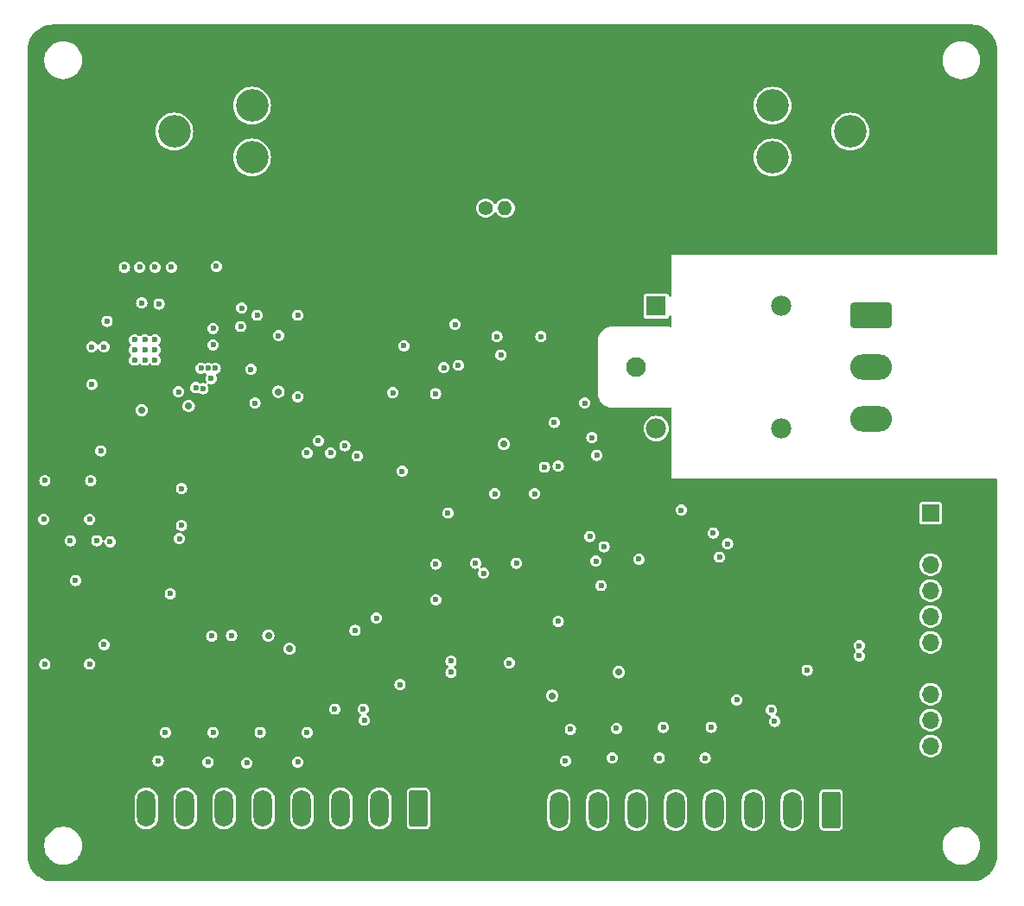
<source format=gbr>
%TF.GenerationSoftware,KiCad,Pcbnew,8.0.8*%
%TF.CreationDate,2025-03-05T18:01:18-08:00*%
%TF.ProjectId,LoRa-BLE-Sensor,4c6f5261-2d42-44c4-952d-53656e736f72,1*%
%TF.SameCoordinates,Original*%
%TF.FileFunction,Copper,L3,Inr*%
%TF.FilePolarity,Positive*%
%FSLAX46Y46*%
G04 Gerber Fmt 4.6, Leading zero omitted, Abs format (unit mm)*
G04 Created by KiCad (PCBNEW 8.0.8) date 2025-03-05 18:01:18*
%MOMM*%
%LPD*%
G01*
G04 APERTURE LIST*
G04 Aperture macros list*
%AMRoundRect*
0 Rectangle with rounded corners*
0 $1 Rounding radius*
0 $2 $3 $4 $5 $6 $7 $8 $9 X,Y pos of 4 corners*
0 Add a 4 corners polygon primitive as box body*
4,1,4,$2,$3,$4,$5,$6,$7,$8,$9,$2,$3,0*
0 Add four circle primitives for the rounded corners*
1,1,$1+$1,$2,$3*
1,1,$1+$1,$4,$5*
1,1,$1+$1,$6,$7*
1,1,$1+$1,$8,$9*
0 Add four rect primitives between the rounded corners*
20,1,$1+$1,$2,$3,$4,$5,0*
20,1,$1+$1,$4,$5,$6,$7,0*
20,1,$1+$1,$6,$7,$8,$9,0*
20,1,$1+$1,$8,$9,$2,$3,0*%
G04 Aperture macros list end*
%TA.AperFunction,ComponentPad*%
%ADD10C,3.200000*%
%TD*%
%TA.AperFunction,ComponentPad*%
%ADD11RoundRect,0.250000X0.650000X1.550000X-0.650000X1.550000X-0.650000X-1.550000X0.650000X-1.550000X0*%
%TD*%
%TA.AperFunction,ComponentPad*%
%ADD12O,1.800000X3.600000*%
%TD*%
%TA.AperFunction,ComponentPad*%
%ADD13RoundRect,0.347223X-1.702777X0.902777X-1.702777X-0.902777X1.702777X-0.902777X1.702777X0.902777X0*%
%TD*%
%TA.AperFunction,ComponentPad*%
%ADD14O,4.100000X2.500000*%
%TD*%
%TA.AperFunction,ComponentPad*%
%ADD15R,1.980000X1.980000*%
%TD*%
%TA.AperFunction,ComponentPad*%
%ADD16C,1.980000*%
%TD*%
%TA.AperFunction,ComponentPad*%
%ADD17C,1.935000*%
%TD*%
%TA.AperFunction,ComponentPad*%
%ADD18C,1.400000*%
%TD*%
%TA.AperFunction,ComponentPad*%
%ADD19O,1.400000X1.400000*%
%TD*%
%TA.AperFunction,ComponentPad*%
%ADD20R,1.700000X1.700000*%
%TD*%
%TA.AperFunction,ComponentPad*%
%ADD21O,1.700000X1.700000*%
%TD*%
%TA.AperFunction,ViaPad*%
%ADD22C,0.600000*%
%TD*%
%TA.AperFunction,ViaPad*%
%ADD23C,0.700000*%
%TD*%
G04 APERTURE END LIST*
D10*
%TO.N,VBAT*%
%TO.C,J2*%
X78880000Y-41000000D03*
X86500000Y-38460000D03*
X86500000Y-43540000D03*
%TO.N,GND*%
X137500000Y-38460000D03*
X137500000Y-43540000D03*
X145120000Y-41000000D03*
%TD*%
D11*
%TO.N,V_SENSOR2*%
%TO.C,J6*%
X143240000Y-107500000D03*
D12*
%TO.N,I1_IN*%
X139430000Y-107500000D03*
%TO.N,V1_IN*%
X135620000Y-107500000D03*
%TO.N,D4_IN*%
X131810000Y-107500000D03*
%TO.N,D5_IN*%
X128000000Y-107500000D03*
%TO.N,D6_IN*%
X124190000Y-107500000D03*
%TO.N,D7_IN*%
X120380000Y-107500000D03*
%TO.N,GND*%
X116570000Y-107500000D03*
%TD*%
D13*
%TO.N,Net-(J4-Pin_1)*%
%TO.C,J4*%
X147112500Y-59020000D03*
D14*
%TO.N,Net-(J4-Pin_2)*%
X147112500Y-64100000D03*
%TO.N,Net-(J4-Pin_3)*%
X147112500Y-69180000D03*
%TD*%
D15*
%TO.N,V_RELAY*%
%TO.C,K1*%
X126112500Y-58100000D03*
D16*
%TO.N,GND*%
X126112500Y-70100000D03*
D17*
%TO.N,Net-(J4-Pin_2)*%
X124112500Y-64100000D03*
D16*
%TO.N,Net-(J4-Pin_1)*%
X138312500Y-58100000D03*
%TO.N,Net-(J4-Pin_3)*%
X138312500Y-70100000D03*
%TD*%
D11*
%TO.N,V_SENSOR1*%
%TO.C,J5*%
X102817500Y-107357500D03*
D12*
%TO.N,I0_IN*%
X99007500Y-107357500D03*
%TO.N,V0_IN*%
X95197500Y-107357500D03*
%TO.N,D0_IN*%
X91387500Y-107357500D03*
%TO.N,D1_IN*%
X87577500Y-107357500D03*
%TO.N,D2_IN*%
X83767500Y-107357500D03*
%TO.N,D3_IN*%
X79957500Y-107357500D03*
%TO.N,GND*%
X76147500Y-107357500D03*
%TD*%
D18*
%TO.N,Net-(U2-NTC)*%
%TO.C,TH1*%
X109395000Y-48500000D03*
D19*
%TO.N,GND*%
X111295000Y-48500000D03*
%TD*%
D20*
%TO.N,V_SENSOR1*%
%TO.C,J7*%
X153000000Y-78375000D03*
D21*
%TO.N,VDD*%
X153000000Y-80915000D03*
%TO.N,D2_NRF*%
X153000000Y-83455000D03*
%TO.N,D3_NRF*%
X153000000Y-85995000D03*
%TO.N,GND*%
X153000000Y-88535000D03*
%TO.N,V_SENSOR2*%
X153000000Y-91075000D03*
%TO.N,VDD*%
X153000000Y-93615000D03*
%TO.N,D6_NRF*%
X153000000Y-96155000D03*
%TO.N,D7_NRF*%
X153000000Y-98695000D03*
%TO.N,GND*%
X153000000Y-101235000D03*
%TD*%
D22*
%TO.N,VDD*%
X121800000Y-97600000D03*
X82400000Y-97900000D03*
X74200000Y-58500000D03*
X91600000Y-97900000D03*
X90500000Y-95300000D03*
X74700000Y-83000000D03*
X117300000Y-97600000D03*
X78500000Y-85300000D03*
X126400000Y-97400000D03*
X131100000Y-97400000D03*
X81900000Y-94500000D03*
X116200000Y-95000000D03*
X130500000Y-94100000D03*
X74600000Y-91300000D03*
X125800000Y-94100000D03*
X68000000Y-64700000D03*
X120800000Y-94900000D03*
X87000000Y-97900000D03*
X77700000Y-97900000D03*
X75100000Y-66600000D03*
X105700000Y-77425000D03*
X77200000Y-94600000D03*
X86400000Y-94600000D03*
%TO.N,GND*%
X124400000Y-82900000D03*
X72600000Y-81200000D03*
X76000000Y-62400000D03*
X86400000Y-64300000D03*
X106000000Y-94000000D03*
X119112500Y-67600000D03*
X98700000Y-88700000D03*
X112400000Y-83300000D03*
X75500000Y-54300000D03*
X126800000Y-99400000D03*
X119800000Y-71000000D03*
X120275000Y-72725000D03*
X97400000Y-97600000D03*
X91900000Y-99900000D03*
X82500000Y-65200000D03*
X106700000Y-63900000D03*
X106000000Y-92900000D03*
X104500000Y-86900000D03*
X70600000Y-79000000D03*
D23*
X111170000Y-71625000D03*
D22*
X91000000Y-67000000D03*
X76000000Y-63400000D03*
X68700000Y-81100000D03*
X77000000Y-63400000D03*
X101390000Y-62000000D03*
X146000000Y-92400000D03*
X75000000Y-63400000D03*
X78600000Y-54300000D03*
X105700000Y-78380000D03*
X87300000Y-99900000D03*
X120200000Y-83100000D03*
X137700000Y-98800000D03*
X72000000Y-91300000D03*
X70700000Y-75200000D03*
X121000000Y-81700000D03*
X116500000Y-73800000D03*
X66200000Y-93200000D03*
X78000000Y-99900000D03*
X76000000Y-61400000D03*
X94600000Y-97600000D03*
X82700000Y-61900000D03*
X132300000Y-82700000D03*
X78500000Y-86300000D03*
X117700000Y-99600000D03*
X122200000Y-99500000D03*
X70801650Y-65778672D03*
X77000000Y-54300000D03*
X77000000Y-62400000D03*
X101000000Y-95200000D03*
X82700000Y-99900000D03*
X110900000Y-62900000D03*
X137400000Y-97700000D03*
X140900000Y-93800000D03*
X72300000Y-59600000D03*
X82700000Y-60290000D03*
X104500000Y-83400000D03*
X79600000Y-76000000D03*
X110500000Y-61100000D03*
X134000000Y-96700000D03*
X79600000Y-79600000D03*
X97500000Y-98700000D03*
X131500000Y-99400000D03*
X74000000Y-54300000D03*
X77000000Y-61400000D03*
X70600000Y-93200000D03*
X71300000Y-81100000D03*
X79300000Y-66500000D03*
D23*
X75700000Y-68300000D03*
D22*
X75000000Y-62400000D03*
X133100000Y-81400000D03*
X66200000Y-75200000D03*
X66100000Y-79000000D03*
X75000000Y-61400000D03*
X146000000Y-91400000D03*
%TO.N,RESET*%
X79400000Y-80900000D03*
X69200000Y-85000000D03*
%TO.N,CC2*%
X89100000Y-61000000D03*
X85500000Y-58300000D03*
%TO.N,CC1*%
X87000000Y-59000000D03*
X91000000Y-59000000D03*
%TO.N,VBAT*%
X81700000Y-66200000D03*
X81000000Y-66100000D03*
%TO.N,VBUS_NRF*%
X101200000Y-74300000D03*
X85400000Y-60100000D03*
%TO.N,VSYS*%
X82200000Y-64200000D03*
X77400000Y-57900000D03*
X70800000Y-62100000D03*
X72000000Y-62100000D03*
X82900000Y-64200000D03*
X116100000Y-69500000D03*
X106400000Y-59900000D03*
X81500000Y-64200000D03*
X75700000Y-57800000D03*
D23*
X89100000Y-66500000D03*
D22*
X83000000Y-54200000D03*
%TO.N,BOOST1_FB_CTRL1*%
X94200000Y-72500000D03*
X104490000Y-66700000D03*
%TO.N,LDO2_OUT*%
X128550000Y-78100000D03*
X114800000Y-61100000D03*
%TO.N,BOOST1_FB_CTRL2*%
X93000000Y-71300000D03*
X100300000Y-66600000D03*
%TO.N,V_SENSOR1*%
X116500000Y-89000000D03*
X91000000Y-102800000D03*
X82200000Y-102800000D03*
X86000000Y-102900000D03*
X77300000Y-102700000D03*
X120700000Y-85500000D03*
X111700000Y-93100000D03*
%TO.N,V_SENSOR2*%
X130900000Y-102400000D03*
X117200000Y-102700000D03*
X121800000Y-102400000D03*
X126400000Y-102400000D03*
D23*
%TO.N,Net-(U2-SHPHLD)*%
X80300000Y-67900000D03*
D22*
X71700000Y-72300000D03*
%TO.N,BOOST2_FB_CTRL2*%
X96800000Y-72800000D03*
X110300000Y-76500000D03*
%TO.N,BOOST2_FB_CTRL1*%
X96600000Y-89900000D03*
X114200000Y-76500000D03*
%TO.N,BOOST1_EN*%
X105300000Y-64150000D03*
X91900000Y-72500000D03*
%TO.N,BOOST2_EN*%
X95600000Y-71800000D03*
X115155000Y-73900000D03*
%TO.N,Net-(U2-NTC)*%
X86800000Y-67600000D03*
%TO.N,D2_NRF*%
X84500000Y-90400000D03*
%TO.N,D3_NRF*%
X82550000Y-90450000D03*
D23*
%TO.N,D6_NRF*%
X122432500Y-94000000D03*
X90200000Y-91700000D03*
%TO.N,D7_NRF*%
X88100000Y-90400000D03*
X115932500Y-96300000D03*
D22*
%TO.N,V_SENSOR1_READ*%
X108400000Y-83300000D03*
X119600000Y-80690000D03*
%TO.N,V_SENSOR2_READ*%
X109200000Y-84300000D03*
X131700000Y-80352500D03*
%TD*%
%TA.AperFunction,Conductor*%
%TO.N,VDD*%
G36*
X157003736Y-30500726D02*
G01*
X157293796Y-30518271D01*
X157308659Y-30520076D01*
X157590798Y-30571780D01*
X157605335Y-30575363D01*
X157879172Y-30660695D01*
X157893163Y-30666000D01*
X158154743Y-30783727D01*
X158167989Y-30790680D01*
X158413465Y-30939075D01*
X158425776Y-30947573D01*
X158651573Y-31124473D01*
X158662781Y-31134403D01*
X158865596Y-31337218D01*
X158875526Y-31348426D01*
X158995481Y-31501538D01*
X159052422Y-31574217D01*
X159060928Y-31586540D01*
X159209316Y-31832004D01*
X159216275Y-31845263D01*
X159333997Y-32106831D01*
X159339306Y-32120832D01*
X159424635Y-32394663D01*
X159428219Y-32409201D01*
X159479923Y-32691340D01*
X159481728Y-32706205D01*
X159499274Y-32996263D01*
X159499500Y-33003750D01*
X159499500Y-52926000D01*
X159479815Y-52993039D01*
X159427011Y-53038794D01*
X159375500Y-53050000D01*
X127600000Y-53050000D01*
X127600000Y-57069079D01*
X127580315Y-57136118D01*
X127527511Y-57181873D01*
X127458353Y-57191817D01*
X127394797Y-57162792D01*
X127357023Y-57104014D01*
X127354539Y-57091230D01*
X127354189Y-57091300D01*
X127338467Y-57012264D01*
X127338466Y-57012260D01*
X127283101Y-56929399D01*
X127200240Y-56874034D01*
X127200239Y-56874033D01*
X127200235Y-56874032D01*
X127127177Y-56859500D01*
X127127174Y-56859500D01*
X125097826Y-56859500D01*
X125097823Y-56859500D01*
X125024764Y-56874032D01*
X125024760Y-56874033D01*
X124941899Y-56929399D01*
X124886533Y-57012260D01*
X124886532Y-57012264D01*
X124872000Y-57085321D01*
X124872000Y-59114678D01*
X124886532Y-59187735D01*
X124886533Y-59187739D01*
X124886534Y-59187740D01*
X124941899Y-59270601D01*
X125019386Y-59322375D01*
X125024760Y-59325966D01*
X125024764Y-59325967D01*
X125097821Y-59340499D01*
X125097824Y-59340500D01*
X125097826Y-59340500D01*
X127127176Y-59340500D01*
X127127177Y-59340499D01*
X127200240Y-59325966D01*
X127283101Y-59270601D01*
X127338466Y-59187740D01*
X127347224Y-59143712D01*
X127354189Y-59108700D01*
X127356479Y-59109155D01*
X127378753Y-59053985D01*
X127435785Y-59013622D01*
X127505585Y-59010501D01*
X127565992Y-59045612D01*
X127597827Y-59107807D01*
X127600000Y-59130920D01*
X127600000Y-60034886D01*
X127580315Y-60101925D01*
X127527511Y-60147680D01*
X127458353Y-60157624D01*
X127431207Y-60150513D01*
X127387477Y-60133572D01*
X127387474Y-60133571D01*
X127387473Y-60133571D01*
X127205210Y-60099500D01*
X127178392Y-60099500D01*
X121928392Y-60099500D01*
X121862500Y-60099500D01*
X121755182Y-60099500D01*
X121542735Y-60130044D01*
X121542725Y-60130047D01*
X121336784Y-60190517D01*
X121141561Y-60279672D01*
X121141548Y-60279679D01*
X120960985Y-60395720D01*
X120798775Y-60536275D01*
X120658220Y-60698485D01*
X120542179Y-60879048D01*
X120542172Y-60879061D01*
X120453017Y-61074284D01*
X120392547Y-61280225D01*
X120392544Y-61280235D01*
X120362000Y-61492682D01*
X120362000Y-66707317D01*
X120392544Y-66919764D01*
X120392547Y-66919774D01*
X120453017Y-67125715D01*
X120542172Y-67320938D01*
X120542179Y-67320951D01*
X120588238Y-67392620D01*
X120644947Y-67480862D01*
X120658220Y-67501514D01*
X120798775Y-67663724D01*
X120890540Y-67743238D01*
X120960987Y-67804281D01*
X121065922Y-67871718D01*
X121141548Y-67920320D01*
X121141561Y-67920327D01*
X121336784Y-68009482D01*
X121336788Y-68009483D01*
X121336790Y-68009484D01*
X121542731Y-68069954D01*
X121542732Y-68069954D01*
X121542735Y-68069955D01*
X121606084Y-68079062D01*
X121755182Y-68100500D01*
X121755183Y-68100500D01*
X127205208Y-68100500D01*
X127205210Y-68100500D01*
X127387473Y-68066429D01*
X127431205Y-68049486D01*
X127500828Y-68043624D01*
X127562568Y-68076333D01*
X127596824Y-68137229D01*
X127600000Y-68165113D01*
X127600000Y-70028989D01*
X127580315Y-70096028D01*
X127573914Y-70101574D01*
X127597569Y-70146578D01*
X127600000Y-70171010D01*
X127600000Y-75000000D01*
X159375500Y-75000000D01*
X159442539Y-75019685D01*
X159488294Y-75072489D01*
X159499500Y-75124000D01*
X159499500Y-111996249D01*
X159499274Y-112003736D01*
X159481728Y-112293794D01*
X159479923Y-112308659D01*
X159428219Y-112590798D01*
X159424635Y-112605336D01*
X159339306Y-112879167D01*
X159333997Y-112893168D01*
X159216275Y-113154736D01*
X159209316Y-113167995D01*
X159060928Y-113413459D01*
X159052422Y-113425782D01*
X158875526Y-113651573D01*
X158865596Y-113662781D01*
X158662781Y-113865596D01*
X158651573Y-113875526D01*
X158425782Y-114052422D01*
X158413459Y-114060928D01*
X158167995Y-114209316D01*
X158154736Y-114216275D01*
X157893168Y-114333997D01*
X157879167Y-114339306D01*
X157605336Y-114424635D01*
X157590798Y-114428219D01*
X157308659Y-114479923D01*
X157293794Y-114481728D01*
X157003736Y-114499274D01*
X156996249Y-114499500D01*
X67003751Y-114499500D01*
X66996264Y-114499274D01*
X66706205Y-114481728D01*
X66691340Y-114479923D01*
X66409201Y-114428219D01*
X66394663Y-114424635D01*
X66120832Y-114339306D01*
X66106831Y-114333997D01*
X65845263Y-114216275D01*
X65832004Y-114209316D01*
X65586540Y-114060928D01*
X65574217Y-114052422D01*
X65348426Y-113875526D01*
X65337218Y-113865596D01*
X65134403Y-113662781D01*
X65124473Y-113651573D01*
X64947573Y-113425776D01*
X64939075Y-113413465D01*
X64790680Y-113167989D01*
X64783727Y-113154743D01*
X64666000Y-112893163D01*
X64660693Y-112879167D01*
X64575364Y-112605336D01*
X64571780Y-112590798D01*
X64520076Y-112308659D01*
X64518271Y-112293794D01*
X64500726Y-112003736D01*
X64500500Y-111996249D01*
X64500500Y-110878711D01*
X66149500Y-110878711D01*
X66149500Y-111121288D01*
X66181161Y-111361785D01*
X66243947Y-111596104D01*
X66336773Y-111820205D01*
X66336776Y-111820212D01*
X66458064Y-112030289D01*
X66458066Y-112030292D01*
X66458067Y-112030293D01*
X66605733Y-112222736D01*
X66605739Y-112222743D01*
X66777256Y-112394260D01*
X66777262Y-112394265D01*
X66969711Y-112541936D01*
X67179788Y-112663224D01*
X67403900Y-112756054D01*
X67638211Y-112818838D01*
X67818586Y-112842584D01*
X67878711Y-112850500D01*
X67878712Y-112850500D01*
X68121289Y-112850500D01*
X68169388Y-112844167D01*
X68361789Y-112818838D01*
X68596100Y-112756054D01*
X68820212Y-112663224D01*
X69030289Y-112541936D01*
X69222738Y-112394265D01*
X69394265Y-112222738D01*
X69541936Y-112030289D01*
X69663224Y-111820212D01*
X69756054Y-111596100D01*
X69818838Y-111361789D01*
X69850500Y-111121288D01*
X69850500Y-110878712D01*
X69850500Y-110878711D01*
X154149500Y-110878711D01*
X154149500Y-111121288D01*
X154181161Y-111361785D01*
X154243947Y-111596104D01*
X154336773Y-111820205D01*
X154336776Y-111820212D01*
X154458064Y-112030289D01*
X154458066Y-112030292D01*
X154458067Y-112030293D01*
X154605733Y-112222736D01*
X154605739Y-112222743D01*
X154777256Y-112394260D01*
X154777262Y-112394265D01*
X154969711Y-112541936D01*
X155179788Y-112663224D01*
X155403900Y-112756054D01*
X155638211Y-112818838D01*
X155818586Y-112842584D01*
X155878711Y-112850500D01*
X155878712Y-112850500D01*
X156121289Y-112850500D01*
X156169388Y-112844167D01*
X156361789Y-112818838D01*
X156596100Y-112756054D01*
X156820212Y-112663224D01*
X157030289Y-112541936D01*
X157222738Y-112394265D01*
X157394265Y-112222738D01*
X157541936Y-112030289D01*
X157663224Y-111820212D01*
X157756054Y-111596100D01*
X157818838Y-111361789D01*
X157850500Y-111121288D01*
X157850500Y-110878712D01*
X157818838Y-110638211D01*
X157756054Y-110403900D01*
X157663224Y-110179788D01*
X157541936Y-109969711D01*
X157394265Y-109777262D01*
X157394260Y-109777256D01*
X157222743Y-109605739D01*
X157222736Y-109605733D01*
X157030293Y-109458067D01*
X157030292Y-109458066D01*
X157030289Y-109458064D01*
X156820212Y-109336776D01*
X156788673Y-109323712D01*
X156596104Y-109243947D01*
X156361785Y-109181161D01*
X156121289Y-109149500D01*
X156121288Y-109149500D01*
X155878712Y-109149500D01*
X155878711Y-109149500D01*
X155638214Y-109181161D01*
X155403895Y-109243947D01*
X155179794Y-109336773D01*
X155179785Y-109336777D01*
X154969706Y-109458067D01*
X154777263Y-109605733D01*
X154777256Y-109605739D01*
X154605739Y-109777256D01*
X154605733Y-109777263D01*
X154458067Y-109969706D01*
X154336777Y-110179785D01*
X154336773Y-110179794D01*
X154243947Y-110403895D01*
X154181161Y-110638214D01*
X154149500Y-110878711D01*
X69850500Y-110878711D01*
X69818838Y-110638211D01*
X69756054Y-110403900D01*
X69663224Y-110179788D01*
X69541936Y-109969711D01*
X69394265Y-109777262D01*
X69394260Y-109777256D01*
X69222743Y-109605739D01*
X69222736Y-109605733D01*
X69030293Y-109458067D01*
X69030292Y-109458066D01*
X69030289Y-109458064D01*
X68820212Y-109336776D01*
X68788673Y-109323712D01*
X68596104Y-109243947D01*
X68361785Y-109181161D01*
X68121289Y-109149500D01*
X68121288Y-109149500D01*
X67878712Y-109149500D01*
X67878711Y-109149500D01*
X67638214Y-109181161D01*
X67403895Y-109243947D01*
X67179794Y-109336773D01*
X67179785Y-109336777D01*
X66969706Y-109458067D01*
X66777263Y-109605733D01*
X66777256Y-109605739D01*
X66605739Y-109777256D01*
X66605733Y-109777263D01*
X66458067Y-109969706D01*
X66336777Y-110179785D01*
X66336773Y-110179794D01*
X66243947Y-110403895D01*
X66181161Y-110638214D01*
X66149500Y-110878711D01*
X64500500Y-110878711D01*
X64500500Y-106366948D01*
X74997000Y-106366948D01*
X74997000Y-108348051D01*
X75025329Y-108526910D01*
X75081287Y-108699136D01*
X75081288Y-108699139D01*
X75137164Y-108808800D01*
X75153895Y-108841636D01*
X75163506Y-108860497D01*
X75269941Y-109006994D01*
X75269945Y-109006999D01*
X75398000Y-109135054D01*
X75398005Y-109135058D01*
X75525787Y-109227896D01*
X75544506Y-109241496D01*
X75644269Y-109292328D01*
X75705860Y-109323711D01*
X75705863Y-109323712D01*
X75790751Y-109351293D01*
X75878091Y-109379671D01*
X75960929Y-109392791D01*
X76056949Y-109408000D01*
X76056954Y-109408000D01*
X76238051Y-109408000D01*
X76324759Y-109394265D01*
X76416909Y-109379671D01*
X76589139Y-109323711D01*
X76750494Y-109241496D01*
X76897001Y-109135053D01*
X77025053Y-109007001D01*
X77131496Y-108860494D01*
X77213711Y-108699139D01*
X77269671Y-108526909D01*
X77284265Y-108434759D01*
X77298000Y-108348051D01*
X77298000Y-106366948D01*
X78807000Y-106366948D01*
X78807000Y-108348051D01*
X78835329Y-108526910D01*
X78891287Y-108699136D01*
X78891288Y-108699139D01*
X78947164Y-108808800D01*
X78963895Y-108841636D01*
X78973506Y-108860497D01*
X79079941Y-109006994D01*
X79079945Y-109006999D01*
X79208000Y-109135054D01*
X79208005Y-109135058D01*
X79335787Y-109227896D01*
X79354506Y-109241496D01*
X79454269Y-109292328D01*
X79515860Y-109323711D01*
X79515863Y-109323712D01*
X79600751Y-109351293D01*
X79688091Y-109379671D01*
X79770929Y-109392791D01*
X79866949Y-109408000D01*
X79866954Y-109408000D01*
X80048051Y-109408000D01*
X80134759Y-109394265D01*
X80226909Y-109379671D01*
X80399139Y-109323711D01*
X80560494Y-109241496D01*
X80707001Y-109135053D01*
X80835053Y-109007001D01*
X80941496Y-108860494D01*
X81023711Y-108699139D01*
X81079671Y-108526909D01*
X81094265Y-108434759D01*
X81108000Y-108348051D01*
X81108000Y-106366948D01*
X82617000Y-106366948D01*
X82617000Y-108348051D01*
X82645329Y-108526910D01*
X82701287Y-108699136D01*
X82701288Y-108699139D01*
X82757164Y-108808800D01*
X82773895Y-108841636D01*
X82783506Y-108860497D01*
X82889941Y-109006994D01*
X82889945Y-109006999D01*
X83018000Y-109135054D01*
X83018005Y-109135058D01*
X83145787Y-109227896D01*
X83164506Y-109241496D01*
X83264269Y-109292328D01*
X83325860Y-109323711D01*
X83325863Y-109323712D01*
X83410751Y-109351293D01*
X83498091Y-109379671D01*
X83580929Y-109392791D01*
X83676949Y-109408000D01*
X83676954Y-109408000D01*
X83858051Y-109408000D01*
X83944759Y-109394265D01*
X84036909Y-109379671D01*
X84209139Y-109323711D01*
X84370494Y-109241496D01*
X84517001Y-109135053D01*
X84645053Y-109007001D01*
X84751496Y-108860494D01*
X84833711Y-108699139D01*
X84889671Y-108526909D01*
X84904265Y-108434759D01*
X84918000Y-108348051D01*
X84918000Y-106366948D01*
X86427000Y-106366948D01*
X86427000Y-108348051D01*
X86455329Y-108526910D01*
X86511287Y-108699136D01*
X86511288Y-108699139D01*
X86567164Y-108808800D01*
X86583895Y-108841636D01*
X86593506Y-108860497D01*
X86699941Y-109006994D01*
X86699945Y-109006999D01*
X86828000Y-109135054D01*
X86828005Y-109135058D01*
X86955787Y-109227896D01*
X86974506Y-109241496D01*
X87074269Y-109292328D01*
X87135860Y-109323711D01*
X87135863Y-109323712D01*
X87220751Y-109351293D01*
X87308091Y-109379671D01*
X87390929Y-109392791D01*
X87486949Y-109408000D01*
X87486954Y-109408000D01*
X87668051Y-109408000D01*
X87754759Y-109394265D01*
X87846909Y-109379671D01*
X88019139Y-109323711D01*
X88180494Y-109241496D01*
X88327001Y-109135053D01*
X88455053Y-109007001D01*
X88561496Y-108860494D01*
X88643711Y-108699139D01*
X88699671Y-108526909D01*
X88714265Y-108434759D01*
X88728000Y-108348051D01*
X88728000Y-106366948D01*
X90237000Y-106366948D01*
X90237000Y-108348051D01*
X90265329Y-108526910D01*
X90321287Y-108699136D01*
X90321288Y-108699139D01*
X90377164Y-108808800D01*
X90393895Y-108841636D01*
X90403506Y-108860497D01*
X90509941Y-109006994D01*
X90509945Y-109006999D01*
X90638000Y-109135054D01*
X90638005Y-109135058D01*
X90765787Y-109227896D01*
X90784506Y-109241496D01*
X90884269Y-109292328D01*
X90945860Y-109323711D01*
X90945863Y-109323712D01*
X91030751Y-109351293D01*
X91118091Y-109379671D01*
X91200929Y-109392791D01*
X91296949Y-109408000D01*
X91296954Y-109408000D01*
X91478051Y-109408000D01*
X91564759Y-109394265D01*
X91656909Y-109379671D01*
X91829139Y-109323711D01*
X91990494Y-109241496D01*
X92137001Y-109135053D01*
X92265053Y-109007001D01*
X92371496Y-108860494D01*
X92453711Y-108699139D01*
X92509671Y-108526909D01*
X92524265Y-108434759D01*
X92538000Y-108348051D01*
X92538000Y-106366948D01*
X94047000Y-106366948D01*
X94047000Y-108348051D01*
X94075329Y-108526910D01*
X94131287Y-108699136D01*
X94131288Y-108699139D01*
X94187164Y-108808800D01*
X94203895Y-108841636D01*
X94213506Y-108860497D01*
X94319941Y-109006994D01*
X94319945Y-109006999D01*
X94448000Y-109135054D01*
X94448005Y-109135058D01*
X94575787Y-109227896D01*
X94594506Y-109241496D01*
X94694269Y-109292328D01*
X94755860Y-109323711D01*
X94755863Y-109323712D01*
X94840751Y-109351293D01*
X94928091Y-109379671D01*
X95010929Y-109392791D01*
X95106949Y-109408000D01*
X95106954Y-109408000D01*
X95288051Y-109408000D01*
X95374759Y-109394265D01*
X95466909Y-109379671D01*
X95639139Y-109323711D01*
X95800494Y-109241496D01*
X95947001Y-109135053D01*
X96075053Y-109007001D01*
X96181496Y-108860494D01*
X96263711Y-108699139D01*
X96319671Y-108526909D01*
X96334265Y-108434759D01*
X96348000Y-108348051D01*
X96348000Y-106366948D01*
X97857000Y-106366948D01*
X97857000Y-108348051D01*
X97885329Y-108526910D01*
X97941287Y-108699136D01*
X97941288Y-108699139D01*
X97997164Y-108808800D01*
X98013895Y-108841636D01*
X98023506Y-108860497D01*
X98129941Y-109006994D01*
X98129945Y-109006999D01*
X98258000Y-109135054D01*
X98258005Y-109135058D01*
X98385787Y-109227896D01*
X98404506Y-109241496D01*
X98504269Y-109292328D01*
X98565860Y-109323711D01*
X98565863Y-109323712D01*
X98650751Y-109351293D01*
X98738091Y-109379671D01*
X98820929Y-109392791D01*
X98916949Y-109408000D01*
X98916954Y-109408000D01*
X99098051Y-109408000D01*
X99184759Y-109394265D01*
X99276909Y-109379671D01*
X99449139Y-109323711D01*
X99610494Y-109241496D01*
X99757001Y-109135053D01*
X99885053Y-109007001D01*
X99991496Y-108860494D01*
X100073711Y-108699139D01*
X100129671Y-108526909D01*
X100144265Y-108434759D01*
X100158000Y-108348051D01*
X100158000Y-106366948D01*
X100141519Y-106262897D01*
X100129671Y-106188091D01*
X100073711Y-106015861D01*
X100073711Y-106015860D01*
X100015761Y-105902129D01*
X99991496Y-105854506D01*
X99922569Y-105759635D01*
X101667000Y-105759635D01*
X101667000Y-108955370D01*
X101667001Y-108955376D01*
X101673408Y-109014983D01*
X101723702Y-109149828D01*
X101723706Y-109149835D01*
X101809952Y-109265044D01*
X101809955Y-109265047D01*
X101925164Y-109351293D01*
X101925171Y-109351297D01*
X102060017Y-109401591D01*
X102060016Y-109401591D01*
X102066944Y-109402335D01*
X102119627Y-109408000D01*
X103515372Y-109407999D01*
X103574983Y-109401591D01*
X103709831Y-109351296D01*
X103825046Y-109265046D01*
X103911296Y-109149831D01*
X103961591Y-109014983D01*
X103968000Y-108955373D01*
X103967999Y-106509448D01*
X115419500Y-106509448D01*
X115419500Y-108490551D01*
X115447829Y-108669410D01*
X115503787Y-108841636D01*
X115503788Y-108841639D01*
X115586006Y-109002997D01*
X115692441Y-109149494D01*
X115692445Y-109149499D01*
X115820500Y-109277554D01*
X115820505Y-109277558D01*
X115902013Y-109336776D01*
X115967006Y-109383996D01*
X116072484Y-109437740D01*
X116128360Y-109466211D01*
X116128363Y-109466212D01*
X116213251Y-109493793D01*
X116300591Y-109522171D01*
X116383429Y-109535291D01*
X116479449Y-109550500D01*
X116479454Y-109550500D01*
X116660551Y-109550500D01*
X116747259Y-109536765D01*
X116839409Y-109522171D01*
X117011639Y-109466211D01*
X117172994Y-109383996D01*
X117319501Y-109277553D01*
X117447553Y-109149501D01*
X117553996Y-109002994D01*
X117636211Y-108841639D01*
X117692171Y-108669409D01*
X117714741Y-108526909D01*
X117720500Y-108490551D01*
X117720500Y-106509448D01*
X119229500Y-106509448D01*
X119229500Y-108490551D01*
X119257829Y-108669410D01*
X119313787Y-108841636D01*
X119313788Y-108841639D01*
X119396006Y-109002997D01*
X119502441Y-109149494D01*
X119502445Y-109149499D01*
X119630500Y-109277554D01*
X119630505Y-109277558D01*
X119712013Y-109336776D01*
X119777006Y-109383996D01*
X119882484Y-109437740D01*
X119938360Y-109466211D01*
X119938363Y-109466212D01*
X120023251Y-109493793D01*
X120110591Y-109522171D01*
X120193429Y-109535291D01*
X120289449Y-109550500D01*
X120289454Y-109550500D01*
X120470551Y-109550500D01*
X120557259Y-109536765D01*
X120649409Y-109522171D01*
X120821639Y-109466211D01*
X120982994Y-109383996D01*
X121129501Y-109277553D01*
X121257553Y-109149501D01*
X121363996Y-109002994D01*
X121446211Y-108841639D01*
X121502171Y-108669409D01*
X121524741Y-108526909D01*
X121530500Y-108490551D01*
X121530500Y-106509448D01*
X123039500Y-106509448D01*
X123039500Y-108490551D01*
X123067829Y-108669410D01*
X123123787Y-108841636D01*
X123123788Y-108841639D01*
X123206006Y-109002997D01*
X123312441Y-109149494D01*
X123312445Y-109149499D01*
X123440500Y-109277554D01*
X123440505Y-109277558D01*
X123522013Y-109336776D01*
X123587006Y-109383996D01*
X123692484Y-109437740D01*
X123748360Y-109466211D01*
X123748363Y-109466212D01*
X123833251Y-109493793D01*
X123920591Y-109522171D01*
X124003429Y-109535291D01*
X124099449Y-109550500D01*
X124099454Y-109550500D01*
X124280551Y-109550500D01*
X124367259Y-109536765D01*
X124459409Y-109522171D01*
X124631639Y-109466211D01*
X124792994Y-109383996D01*
X124939501Y-109277553D01*
X125067553Y-109149501D01*
X125173996Y-109002994D01*
X125256211Y-108841639D01*
X125312171Y-108669409D01*
X125334741Y-108526909D01*
X125340500Y-108490551D01*
X125340500Y-106509448D01*
X126849500Y-106509448D01*
X126849500Y-108490551D01*
X126877829Y-108669410D01*
X126933787Y-108841636D01*
X126933788Y-108841639D01*
X127016006Y-109002997D01*
X127122441Y-109149494D01*
X127122445Y-109149499D01*
X127250500Y-109277554D01*
X127250505Y-109277558D01*
X127332013Y-109336776D01*
X127397006Y-109383996D01*
X127502484Y-109437740D01*
X127558360Y-109466211D01*
X127558363Y-109466212D01*
X127643251Y-109493793D01*
X127730591Y-109522171D01*
X127813429Y-109535291D01*
X127909449Y-109550500D01*
X127909454Y-109550500D01*
X128090551Y-109550500D01*
X128177259Y-109536765D01*
X128269409Y-109522171D01*
X128441639Y-109466211D01*
X128602994Y-109383996D01*
X128749501Y-109277553D01*
X128877553Y-109149501D01*
X128983996Y-109002994D01*
X129066211Y-108841639D01*
X129122171Y-108669409D01*
X129144741Y-108526909D01*
X129150500Y-108490551D01*
X129150500Y-106509448D01*
X130659500Y-106509448D01*
X130659500Y-108490551D01*
X130687829Y-108669410D01*
X130743787Y-108841636D01*
X130743788Y-108841639D01*
X130826006Y-109002997D01*
X130932441Y-109149494D01*
X130932445Y-109149499D01*
X131060500Y-109277554D01*
X131060505Y-109277558D01*
X131142013Y-109336776D01*
X131207006Y-109383996D01*
X131312484Y-109437740D01*
X131368360Y-109466211D01*
X131368363Y-109466212D01*
X131453251Y-109493793D01*
X131540591Y-109522171D01*
X131623429Y-109535291D01*
X131719449Y-109550500D01*
X131719454Y-109550500D01*
X131900551Y-109550500D01*
X131987259Y-109536765D01*
X132079409Y-109522171D01*
X132251639Y-109466211D01*
X132412994Y-109383996D01*
X132559501Y-109277553D01*
X132687553Y-109149501D01*
X132793996Y-109002994D01*
X132876211Y-108841639D01*
X132932171Y-108669409D01*
X132954741Y-108526909D01*
X132960500Y-108490551D01*
X132960500Y-106509448D01*
X134469500Y-106509448D01*
X134469500Y-108490551D01*
X134497829Y-108669410D01*
X134553787Y-108841636D01*
X134553788Y-108841639D01*
X134636006Y-109002997D01*
X134742441Y-109149494D01*
X134742445Y-109149499D01*
X134870500Y-109277554D01*
X134870505Y-109277558D01*
X134952013Y-109336776D01*
X135017006Y-109383996D01*
X135122484Y-109437740D01*
X135178360Y-109466211D01*
X135178363Y-109466212D01*
X135263251Y-109493793D01*
X135350591Y-109522171D01*
X135433429Y-109535291D01*
X135529449Y-109550500D01*
X135529454Y-109550500D01*
X135710551Y-109550500D01*
X135797259Y-109536765D01*
X135889409Y-109522171D01*
X136061639Y-109466211D01*
X136222994Y-109383996D01*
X136369501Y-109277553D01*
X136497553Y-109149501D01*
X136603996Y-109002994D01*
X136686211Y-108841639D01*
X136742171Y-108669409D01*
X136764741Y-108526909D01*
X136770500Y-108490551D01*
X136770500Y-106509448D01*
X138279500Y-106509448D01*
X138279500Y-108490551D01*
X138307829Y-108669410D01*
X138363787Y-108841636D01*
X138363788Y-108841639D01*
X138446006Y-109002997D01*
X138552441Y-109149494D01*
X138552445Y-109149499D01*
X138680500Y-109277554D01*
X138680505Y-109277558D01*
X138762013Y-109336776D01*
X138827006Y-109383996D01*
X138932484Y-109437740D01*
X138988360Y-109466211D01*
X138988363Y-109466212D01*
X139073251Y-109493793D01*
X139160591Y-109522171D01*
X139243429Y-109535291D01*
X139339449Y-109550500D01*
X139339454Y-109550500D01*
X139520551Y-109550500D01*
X139607259Y-109536765D01*
X139699409Y-109522171D01*
X139871639Y-109466211D01*
X140032994Y-109383996D01*
X140179501Y-109277553D01*
X140307553Y-109149501D01*
X140413996Y-109002994D01*
X140496211Y-108841639D01*
X140552171Y-108669409D01*
X140574741Y-108526909D01*
X140580500Y-108490551D01*
X140580500Y-106509448D01*
X140557929Y-106366948D01*
X140552171Y-106330591D01*
X140496211Y-106158361D01*
X140496211Y-106158360D01*
X140467740Y-106102484D01*
X140413996Y-105997006D01*
X140345069Y-105902135D01*
X142089500Y-105902135D01*
X142089500Y-109097870D01*
X142089501Y-109097876D01*
X142095908Y-109157483D01*
X142146202Y-109292328D01*
X142146206Y-109292335D01*
X142232452Y-109407544D01*
X142232455Y-109407547D01*
X142347664Y-109493793D01*
X142347671Y-109493797D01*
X142482517Y-109544091D01*
X142482516Y-109544091D01*
X142489444Y-109544835D01*
X142542127Y-109550500D01*
X143937872Y-109550499D01*
X143997483Y-109544091D01*
X144132331Y-109493796D01*
X144247546Y-109407546D01*
X144333796Y-109292331D01*
X144384091Y-109157483D01*
X144390500Y-109097873D01*
X144390499Y-105902128D01*
X144384091Y-105842517D01*
X144353175Y-105759628D01*
X144333797Y-105707671D01*
X144333793Y-105707664D01*
X144247547Y-105592455D01*
X144247544Y-105592452D01*
X144132335Y-105506206D01*
X144132328Y-105506202D01*
X143997482Y-105455908D01*
X143997483Y-105455908D01*
X143937883Y-105449501D01*
X143937881Y-105449500D01*
X143937873Y-105449500D01*
X143937864Y-105449500D01*
X142542129Y-105449500D01*
X142542123Y-105449501D01*
X142482516Y-105455908D01*
X142347671Y-105506202D01*
X142347664Y-105506206D01*
X142232455Y-105592452D01*
X142232452Y-105592455D01*
X142146206Y-105707664D01*
X142146202Y-105707671D01*
X142095908Y-105842517D01*
X142089501Y-105902116D01*
X142089501Y-105902123D01*
X142089500Y-105902135D01*
X140345069Y-105902135D01*
X140307558Y-105850505D01*
X140307554Y-105850500D01*
X140179499Y-105722445D01*
X140179494Y-105722441D01*
X140032997Y-105616006D01*
X140032996Y-105616005D01*
X140032994Y-105616004D01*
X139962217Y-105579941D01*
X139871639Y-105533788D01*
X139871636Y-105533787D01*
X139699410Y-105477829D01*
X139520551Y-105449500D01*
X139520546Y-105449500D01*
X139339454Y-105449500D01*
X139339449Y-105449500D01*
X139160589Y-105477829D01*
X138988363Y-105533787D01*
X138988360Y-105533788D01*
X138827002Y-105616006D01*
X138680505Y-105722441D01*
X138680500Y-105722445D01*
X138552445Y-105850500D01*
X138552441Y-105850505D01*
X138446006Y-105997002D01*
X138363788Y-106158360D01*
X138363787Y-106158363D01*
X138307829Y-106330589D01*
X138279500Y-106509448D01*
X136770500Y-106509448D01*
X136747929Y-106366948D01*
X136742171Y-106330591D01*
X136686211Y-106158361D01*
X136686211Y-106158360D01*
X136657740Y-106102484D01*
X136603996Y-105997006D01*
X136535069Y-105902135D01*
X136497558Y-105850505D01*
X136497554Y-105850500D01*
X136369499Y-105722445D01*
X136369494Y-105722441D01*
X136222997Y-105616006D01*
X136222996Y-105616005D01*
X136222994Y-105616004D01*
X136152217Y-105579941D01*
X136061639Y-105533788D01*
X136061636Y-105533787D01*
X135889410Y-105477829D01*
X135710551Y-105449500D01*
X135710546Y-105449500D01*
X135529454Y-105449500D01*
X135529449Y-105449500D01*
X135350589Y-105477829D01*
X135178363Y-105533787D01*
X135178360Y-105533788D01*
X135017002Y-105616006D01*
X134870505Y-105722441D01*
X134870500Y-105722445D01*
X134742445Y-105850500D01*
X134742441Y-105850505D01*
X134636006Y-105997002D01*
X134553788Y-106158360D01*
X134553787Y-106158363D01*
X134497829Y-106330589D01*
X134469500Y-106509448D01*
X132960500Y-106509448D01*
X132937929Y-106366948D01*
X132932171Y-106330591D01*
X132876211Y-106158361D01*
X132876211Y-106158360D01*
X132847740Y-106102484D01*
X132793996Y-105997006D01*
X132725069Y-105902135D01*
X132687558Y-105850505D01*
X132687554Y-105850500D01*
X132559499Y-105722445D01*
X132559494Y-105722441D01*
X132412997Y-105616006D01*
X132412996Y-105616005D01*
X132412994Y-105616004D01*
X132342217Y-105579941D01*
X132251639Y-105533788D01*
X132251636Y-105533787D01*
X132079410Y-105477829D01*
X131900551Y-105449500D01*
X131900546Y-105449500D01*
X131719454Y-105449500D01*
X131719449Y-105449500D01*
X131540589Y-105477829D01*
X131368363Y-105533787D01*
X131368360Y-105533788D01*
X131207002Y-105616006D01*
X131060505Y-105722441D01*
X131060500Y-105722445D01*
X130932445Y-105850500D01*
X130932441Y-105850505D01*
X130826006Y-105997002D01*
X130743788Y-106158360D01*
X130743787Y-106158363D01*
X130687829Y-106330589D01*
X130659500Y-106509448D01*
X129150500Y-106509448D01*
X129127929Y-106366948D01*
X129122171Y-106330591D01*
X129066211Y-106158361D01*
X129066211Y-106158360D01*
X129037740Y-106102484D01*
X128983996Y-105997006D01*
X128915069Y-105902135D01*
X128877558Y-105850505D01*
X128877554Y-105850500D01*
X128749499Y-105722445D01*
X128749494Y-105722441D01*
X128602997Y-105616006D01*
X128602996Y-105616005D01*
X128602994Y-105616004D01*
X128532217Y-105579941D01*
X128441639Y-105533788D01*
X128441636Y-105533787D01*
X128269410Y-105477829D01*
X128090551Y-105449500D01*
X128090546Y-105449500D01*
X127909454Y-105449500D01*
X127909449Y-105449500D01*
X127730589Y-105477829D01*
X127558363Y-105533787D01*
X127558360Y-105533788D01*
X127397002Y-105616006D01*
X127250505Y-105722441D01*
X127250500Y-105722445D01*
X127122445Y-105850500D01*
X127122441Y-105850505D01*
X127016006Y-105997002D01*
X126933788Y-106158360D01*
X126933787Y-106158363D01*
X126877829Y-106330589D01*
X126849500Y-106509448D01*
X125340500Y-106509448D01*
X125317929Y-106366948D01*
X125312171Y-106330591D01*
X125256211Y-106158361D01*
X125256211Y-106158360D01*
X125227740Y-106102484D01*
X125173996Y-105997006D01*
X125105069Y-105902135D01*
X125067558Y-105850505D01*
X125067554Y-105850500D01*
X124939499Y-105722445D01*
X124939494Y-105722441D01*
X124792997Y-105616006D01*
X124792996Y-105616005D01*
X124792994Y-105616004D01*
X124722217Y-105579941D01*
X124631639Y-105533788D01*
X124631636Y-105533787D01*
X124459410Y-105477829D01*
X124280551Y-105449500D01*
X124280546Y-105449500D01*
X124099454Y-105449500D01*
X124099449Y-105449500D01*
X123920589Y-105477829D01*
X123748363Y-105533787D01*
X123748360Y-105533788D01*
X123587002Y-105616006D01*
X123440505Y-105722441D01*
X123440500Y-105722445D01*
X123312445Y-105850500D01*
X123312441Y-105850505D01*
X123206006Y-105997002D01*
X123123788Y-106158360D01*
X123123787Y-106158363D01*
X123067829Y-106330589D01*
X123039500Y-106509448D01*
X121530500Y-106509448D01*
X121507929Y-106366948D01*
X121502171Y-106330591D01*
X121446211Y-106158361D01*
X121446211Y-106158360D01*
X121417740Y-106102484D01*
X121363996Y-105997006D01*
X121295069Y-105902135D01*
X121257558Y-105850505D01*
X121257554Y-105850500D01*
X121129499Y-105722445D01*
X121129494Y-105722441D01*
X120982997Y-105616006D01*
X120982996Y-105616005D01*
X120982994Y-105616004D01*
X120912217Y-105579941D01*
X120821639Y-105533788D01*
X120821636Y-105533787D01*
X120649410Y-105477829D01*
X120470551Y-105449500D01*
X120470546Y-105449500D01*
X120289454Y-105449500D01*
X120289449Y-105449500D01*
X120110589Y-105477829D01*
X119938363Y-105533787D01*
X119938360Y-105533788D01*
X119777002Y-105616006D01*
X119630505Y-105722441D01*
X119630500Y-105722445D01*
X119502445Y-105850500D01*
X119502441Y-105850505D01*
X119396006Y-105997002D01*
X119313788Y-106158360D01*
X119313787Y-106158363D01*
X119257829Y-106330589D01*
X119229500Y-106509448D01*
X117720500Y-106509448D01*
X117697929Y-106366948D01*
X117692171Y-106330591D01*
X117636211Y-106158361D01*
X117636211Y-106158360D01*
X117607740Y-106102484D01*
X117553996Y-105997006D01*
X117485069Y-105902135D01*
X117447558Y-105850505D01*
X117447554Y-105850500D01*
X117319499Y-105722445D01*
X117319494Y-105722441D01*
X117172997Y-105616006D01*
X117172996Y-105616005D01*
X117172994Y-105616004D01*
X117102217Y-105579941D01*
X117011639Y-105533788D01*
X117011636Y-105533787D01*
X116839410Y-105477829D01*
X116660551Y-105449500D01*
X116660546Y-105449500D01*
X116479454Y-105449500D01*
X116479449Y-105449500D01*
X116300589Y-105477829D01*
X116128363Y-105533787D01*
X116128360Y-105533788D01*
X115967002Y-105616006D01*
X115820505Y-105722441D01*
X115820500Y-105722445D01*
X115692445Y-105850500D01*
X115692441Y-105850505D01*
X115586006Y-105997002D01*
X115503788Y-106158360D01*
X115503787Y-106158363D01*
X115447829Y-106330589D01*
X115419500Y-106509448D01*
X103967999Y-106509448D01*
X103967999Y-105759628D01*
X103961591Y-105700017D01*
X103930256Y-105616004D01*
X103911297Y-105565171D01*
X103911293Y-105565164D01*
X103825047Y-105449955D01*
X103825044Y-105449952D01*
X103709835Y-105363706D01*
X103709828Y-105363702D01*
X103574982Y-105313408D01*
X103574983Y-105313408D01*
X103515383Y-105307001D01*
X103515381Y-105307000D01*
X103515373Y-105307000D01*
X103515364Y-105307000D01*
X102119629Y-105307000D01*
X102119623Y-105307001D01*
X102060016Y-105313408D01*
X101925171Y-105363702D01*
X101925164Y-105363706D01*
X101809955Y-105449952D01*
X101809952Y-105449955D01*
X101723706Y-105565164D01*
X101723702Y-105565171D01*
X101673408Y-105700017D01*
X101670997Y-105722447D01*
X101667001Y-105759623D01*
X101667000Y-105759635D01*
X99922569Y-105759635D01*
X99885058Y-105708005D01*
X99885054Y-105708000D01*
X99756999Y-105579945D01*
X99756994Y-105579941D01*
X99610497Y-105473506D01*
X99610496Y-105473505D01*
X99610494Y-105473504D01*
X99558800Y-105447164D01*
X99449139Y-105391288D01*
X99449136Y-105391287D01*
X99276910Y-105335329D01*
X99098051Y-105307000D01*
X99098046Y-105307000D01*
X98916954Y-105307000D01*
X98916949Y-105307000D01*
X98738089Y-105335329D01*
X98565863Y-105391287D01*
X98565860Y-105391288D01*
X98404502Y-105473506D01*
X98258005Y-105579941D01*
X98258000Y-105579945D01*
X98129945Y-105708000D01*
X98129941Y-105708005D01*
X98023506Y-105854502D01*
X97941288Y-106015860D01*
X97941287Y-106015863D01*
X97885329Y-106188089D01*
X97857000Y-106366948D01*
X96348000Y-106366948D01*
X96331519Y-106262897D01*
X96319671Y-106188091D01*
X96263711Y-106015861D01*
X96263711Y-106015860D01*
X96205761Y-105902129D01*
X96181496Y-105854506D01*
X96112569Y-105759635D01*
X96075058Y-105708005D01*
X96075054Y-105708000D01*
X95946999Y-105579945D01*
X95946994Y-105579941D01*
X95800497Y-105473506D01*
X95800496Y-105473505D01*
X95800494Y-105473504D01*
X95748800Y-105447164D01*
X95639139Y-105391288D01*
X95639136Y-105391287D01*
X95466910Y-105335329D01*
X95288051Y-105307000D01*
X95288046Y-105307000D01*
X95106954Y-105307000D01*
X95106949Y-105307000D01*
X94928089Y-105335329D01*
X94755863Y-105391287D01*
X94755860Y-105391288D01*
X94594502Y-105473506D01*
X94448005Y-105579941D01*
X94448000Y-105579945D01*
X94319945Y-105708000D01*
X94319941Y-105708005D01*
X94213506Y-105854502D01*
X94131288Y-106015860D01*
X94131287Y-106015863D01*
X94075329Y-106188089D01*
X94047000Y-106366948D01*
X92538000Y-106366948D01*
X92521519Y-106262897D01*
X92509671Y-106188091D01*
X92453711Y-106015861D01*
X92453711Y-106015860D01*
X92395761Y-105902129D01*
X92371496Y-105854506D01*
X92302569Y-105759635D01*
X92265058Y-105708005D01*
X92265054Y-105708000D01*
X92136999Y-105579945D01*
X92136994Y-105579941D01*
X91990497Y-105473506D01*
X91990496Y-105473505D01*
X91990494Y-105473504D01*
X91938800Y-105447164D01*
X91829139Y-105391288D01*
X91829136Y-105391287D01*
X91656910Y-105335329D01*
X91478051Y-105307000D01*
X91478046Y-105307000D01*
X91296954Y-105307000D01*
X91296949Y-105307000D01*
X91118089Y-105335329D01*
X90945863Y-105391287D01*
X90945860Y-105391288D01*
X90784502Y-105473506D01*
X90638005Y-105579941D01*
X90638000Y-105579945D01*
X90509945Y-105708000D01*
X90509941Y-105708005D01*
X90403506Y-105854502D01*
X90321288Y-106015860D01*
X90321287Y-106015863D01*
X90265329Y-106188089D01*
X90237000Y-106366948D01*
X88728000Y-106366948D01*
X88711519Y-106262897D01*
X88699671Y-106188091D01*
X88643711Y-106015861D01*
X88643711Y-106015860D01*
X88585761Y-105902129D01*
X88561496Y-105854506D01*
X88492569Y-105759635D01*
X88455058Y-105708005D01*
X88455054Y-105708000D01*
X88326999Y-105579945D01*
X88326994Y-105579941D01*
X88180497Y-105473506D01*
X88180496Y-105473505D01*
X88180494Y-105473504D01*
X88128800Y-105447164D01*
X88019139Y-105391288D01*
X88019136Y-105391287D01*
X87846910Y-105335329D01*
X87668051Y-105307000D01*
X87668046Y-105307000D01*
X87486954Y-105307000D01*
X87486949Y-105307000D01*
X87308089Y-105335329D01*
X87135863Y-105391287D01*
X87135860Y-105391288D01*
X86974502Y-105473506D01*
X86828005Y-105579941D01*
X86828000Y-105579945D01*
X86699945Y-105708000D01*
X86699941Y-105708005D01*
X86593506Y-105854502D01*
X86511288Y-106015860D01*
X86511287Y-106015863D01*
X86455329Y-106188089D01*
X86427000Y-106366948D01*
X84918000Y-106366948D01*
X84901519Y-106262897D01*
X84889671Y-106188091D01*
X84833711Y-106015861D01*
X84833711Y-106015860D01*
X84775761Y-105902129D01*
X84751496Y-105854506D01*
X84682569Y-105759635D01*
X84645058Y-105708005D01*
X84645054Y-105708000D01*
X84516999Y-105579945D01*
X84516994Y-105579941D01*
X84370497Y-105473506D01*
X84370496Y-105473505D01*
X84370494Y-105473504D01*
X84318800Y-105447164D01*
X84209139Y-105391288D01*
X84209136Y-105391287D01*
X84036910Y-105335329D01*
X83858051Y-105307000D01*
X83858046Y-105307000D01*
X83676954Y-105307000D01*
X83676949Y-105307000D01*
X83498089Y-105335329D01*
X83325863Y-105391287D01*
X83325860Y-105391288D01*
X83164502Y-105473506D01*
X83018005Y-105579941D01*
X83018000Y-105579945D01*
X82889945Y-105708000D01*
X82889941Y-105708005D01*
X82783506Y-105854502D01*
X82701288Y-106015860D01*
X82701287Y-106015863D01*
X82645329Y-106188089D01*
X82617000Y-106366948D01*
X81108000Y-106366948D01*
X81091519Y-106262897D01*
X81079671Y-106188091D01*
X81023711Y-106015861D01*
X81023711Y-106015860D01*
X80965761Y-105902129D01*
X80941496Y-105854506D01*
X80872569Y-105759635D01*
X80835058Y-105708005D01*
X80835054Y-105708000D01*
X80706999Y-105579945D01*
X80706994Y-105579941D01*
X80560497Y-105473506D01*
X80560496Y-105473505D01*
X80560494Y-105473504D01*
X80508800Y-105447164D01*
X80399139Y-105391288D01*
X80399136Y-105391287D01*
X80226910Y-105335329D01*
X80048051Y-105307000D01*
X80048046Y-105307000D01*
X79866954Y-105307000D01*
X79866949Y-105307000D01*
X79688089Y-105335329D01*
X79515863Y-105391287D01*
X79515860Y-105391288D01*
X79354502Y-105473506D01*
X79208005Y-105579941D01*
X79208000Y-105579945D01*
X79079945Y-105708000D01*
X79079941Y-105708005D01*
X78973506Y-105854502D01*
X78891288Y-106015860D01*
X78891287Y-106015863D01*
X78835329Y-106188089D01*
X78807000Y-106366948D01*
X77298000Y-106366948D01*
X77281519Y-106262897D01*
X77269671Y-106188091D01*
X77213711Y-106015861D01*
X77213711Y-106015860D01*
X77155761Y-105902129D01*
X77131496Y-105854506D01*
X77062569Y-105759635D01*
X77025058Y-105708005D01*
X77025054Y-105708000D01*
X76896999Y-105579945D01*
X76896994Y-105579941D01*
X76750497Y-105473506D01*
X76750496Y-105473505D01*
X76750494Y-105473504D01*
X76698800Y-105447164D01*
X76589139Y-105391288D01*
X76589136Y-105391287D01*
X76416910Y-105335329D01*
X76238051Y-105307000D01*
X76238046Y-105307000D01*
X76056954Y-105307000D01*
X76056949Y-105307000D01*
X75878089Y-105335329D01*
X75705863Y-105391287D01*
X75705860Y-105391288D01*
X75544502Y-105473506D01*
X75398005Y-105579941D01*
X75398000Y-105579945D01*
X75269945Y-105708000D01*
X75269941Y-105708005D01*
X75163506Y-105854502D01*
X75081288Y-106015860D01*
X75081287Y-106015863D01*
X75025329Y-106188089D01*
X74997000Y-106366948D01*
X64500500Y-106366948D01*
X64500500Y-102700000D01*
X76744750Y-102700000D01*
X76757915Y-102800000D01*
X76763670Y-102843708D01*
X76763671Y-102843712D01*
X76819137Y-102977622D01*
X76819138Y-102977624D01*
X76819139Y-102977625D01*
X76907379Y-103092621D01*
X77022375Y-103180861D01*
X77022376Y-103180861D01*
X77022377Y-103180862D01*
X77067013Y-103199350D01*
X77156291Y-103236330D01*
X77283280Y-103253048D01*
X77299999Y-103255250D01*
X77300000Y-103255250D01*
X77300001Y-103255250D01*
X77314977Y-103253278D01*
X77443709Y-103236330D01*
X77577625Y-103180861D01*
X77692621Y-103092621D01*
X77780861Y-102977625D01*
X77836330Y-102843709D01*
X77842085Y-102800000D01*
X81644750Y-102800000D01*
X81662698Y-102936329D01*
X81663670Y-102943708D01*
X81663671Y-102943712D01*
X81719137Y-103077622D01*
X81719138Y-103077624D01*
X81719139Y-103077625D01*
X81807379Y-103192621D01*
X81922375Y-103280861D01*
X81922376Y-103280861D01*
X81922377Y-103280862D01*
X81967013Y-103299350D01*
X82056291Y-103336330D01*
X82183280Y-103353048D01*
X82199999Y-103355250D01*
X82200000Y-103355250D01*
X82200001Y-103355250D01*
X82214977Y-103353278D01*
X82343709Y-103336330D01*
X82477625Y-103280861D01*
X82592621Y-103192621D01*
X82680861Y-103077625D01*
X82736330Y-102943709D01*
X82742085Y-102899999D01*
X85444750Y-102899999D01*
X85444750Y-102900000D01*
X85463670Y-103043708D01*
X85463671Y-103043712D01*
X85519137Y-103177622D01*
X85519138Y-103177624D01*
X85519139Y-103177625D01*
X85607379Y-103292621D01*
X85722375Y-103380861D01*
X85856291Y-103436330D01*
X85983280Y-103453048D01*
X85999999Y-103455250D01*
X86000000Y-103455250D01*
X86000001Y-103455250D01*
X86014977Y-103453278D01*
X86143709Y-103436330D01*
X86277625Y-103380861D01*
X86392621Y-103292621D01*
X86480861Y-103177625D01*
X86536330Y-103043709D01*
X86555250Y-102900000D01*
X86542085Y-102800000D01*
X90444750Y-102800000D01*
X90462698Y-102936329D01*
X90463670Y-102943708D01*
X90463671Y-102943712D01*
X90519137Y-103077622D01*
X90519138Y-103077624D01*
X90519139Y-103077625D01*
X90607379Y-103192621D01*
X90722375Y-103280861D01*
X90722376Y-103280861D01*
X90722377Y-103280862D01*
X90767013Y-103299350D01*
X90856291Y-103336330D01*
X90983280Y-103353048D01*
X90999999Y-103355250D01*
X91000000Y-103355250D01*
X91000001Y-103355250D01*
X91014977Y-103353278D01*
X91143709Y-103336330D01*
X91277625Y-103280861D01*
X91392621Y-103192621D01*
X91480861Y-103077625D01*
X91536330Y-102943709D01*
X91555250Y-102800000D01*
X91542085Y-102700000D01*
X116644750Y-102700000D01*
X116657915Y-102800000D01*
X116663670Y-102843708D01*
X116663671Y-102843712D01*
X116719137Y-102977622D01*
X116719138Y-102977624D01*
X116719139Y-102977625D01*
X116807379Y-103092621D01*
X116922375Y-103180861D01*
X116922376Y-103180861D01*
X116922377Y-103180862D01*
X116967013Y-103199350D01*
X117056291Y-103236330D01*
X117183280Y-103253048D01*
X117199999Y-103255250D01*
X117200000Y-103255250D01*
X117200001Y-103255250D01*
X117214977Y-103253278D01*
X117343709Y-103236330D01*
X117477625Y-103180861D01*
X117592621Y-103092621D01*
X117680861Y-102977625D01*
X117736330Y-102843709D01*
X117755250Y-102700000D01*
X117736330Y-102556291D01*
X117680861Y-102422375D01*
X117663691Y-102399999D01*
X121244750Y-102399999D01*
X121244750Y-102400000D01*
X121263670Y-102543708D01*
X121263671Y-102543712D01*
X121319137Y-102677622D01*
X121319138Y-102677624D01*
X121319139Y-102677625D01*
X121407379Y-102792621D01*
X121522375Y-102880861D01*
X121656291Y-102936330D01*
X121783280Y-102953048D01*
X121799999Y-102955250D01*
X121800000Y-102955250D01*
X121800001Y-102955250D01*
X121814977Y-102953278D01*
X121943709Y-102936330D01*
X122077625Y-102880861D01*
X122192621Y-102792621D01*
X122280861Y-102677625D01*
X122336330Y-102543709D01*
X122355250Y-102400000D01*
X122355250Y-102399999D01*
X125844750Y-102399999D01*
X125844750Y-102400000D01*
X125863670Y-102543708D01*
X125863671Y-102543712D01*
X125919137Y-102677622D01*
X125919138Y-102677624D01*
X125919139Y-102677625D01*
X126007379Y-102792621D01*
X126122375Y-102880861D01*
X126256291Y-102936330D01*
X126383280Y-102953048D01*
X126399999Y-102955250D01*
X126400000Y-102955250D01*
X126400001Y-102955250D01*
X126414977Y-102953278D01*
X126543709Y-102936330D01*
X126677625Y-102880861D01*
X126792621Y-102792621D01*
X126880861Y-102677625D01*
X126936330Y-102543709D01*
X126955250Y-102400000D01*
X126955250Y-102399999D01*
X130344750Y-102399999D01*
X130344750Y-102400000D01*
X130363670Y-102543708D01*
X130363671Y-102543712D01*
X130419137Y-102677622D01*
X130419138Y-102677624D01*
X130419139Y-102677625D01*
X130507379Y-102792621D01*
X130622375Y-102880861D01*
X130756291Y-102936330D01*
X130883280Y-102953048D01*
X130899999Y-102955250D01*
X130900000Y-102955250D01*
X130900001Y-102955250D01*
X130914977Y-102953278D01*
X131043709Y-102936330D01*
X131177625Y-102880861D01*
X131292621Y-102792621D01*
X131380861Y-102677625D01*
X131436330Y-102543709D01*
X131455250Y-102400000D01*
X131436330Y-102256291D01*
X131380861Y-102122375D01*
X131292621Y-102007379D01*
X131177625Y-101919139D01*
X131177624Y-101919138D01*
X131177622Y-101919137D01*
X131043712Y-101863671D01*
X131043710Y-101863670D01*
X131043709Y-101863670D01*
X130971854Y-101854210D01*
X130900001Y-101844750D01*
X130899999Y-101844750D01*
X130756291Y-101863670D01*
X130756287Y-101863671D01*
X130622377Y-101919137D01*
X130507379Y-102007379D01*
X130419137Y-102122377D01*
X130363671Y-102256287D01*
X130363670Y-102256291D01*
X130344750Y-102399999D01*
X126955250Y-102399999D01*
X126936330Y-102256291D01*
X126880861Y-102122375D01*
X126792621Y-102007379D01*
X126677625Y-101919139D01*
X126677624Y-101919138D01*
X126677622Y-101919137D01*
X126543712Y-101863671D01*
X126543710Y-101863670D01*
X126543709Y-101863670D01*
X126471854Y-101854210D01*
X126400001Y-101844750D01*
X126399999Y-101844750D01*
X126256291Y-101863670D01*
X126256287Y-101863671D01*
X126122377Y-101919137D01*
X126007379Y-102007379D01*
X125919137Y-102122377D01*
X125863671Y-102256287D01*
X125863670Y-102256291D01*
X125844750Y-102399999D01*
X122355250Y-102399999D01*
X122336330Y-102256291D01*
X122280861Y-102122375D01*
X122192621Y-102007379D01*
X122077625Y-101919139D01*
X122077624Y-101919138D01*
X122077622Y-101919137D01*
X121943712Y-101863671D01*
X121943710Y-101863670D01*
X121943709Y-101863670D01*
X121871854Y-101854210D01*
X121800001Y-101844750D01*
X121799999Y-101844750D01*
X121656291Y-101863670D01*
X121656287Y-101863671D01*
X121522377Y-101919137D01*
X121407379Y-102007379D01*
X121319137Y-102122377D01*
X121263671Y-102256287D01*
X121263670Y-102256291D01*
X121244750Y-102399999D01*
X117663691Y-102399999D01*
X117592621Y-102307379D01*
X117477625Y-102219139D01*
X117477624Y-102219138D01*
X117477622Y-102219137D01*
X117343712Y-102163671D01*
X117343710Y-102163670D01*
X117343709Y-102163670D01*
X117271854Y-102154210D01*
X117200001Y-102144750D01*
X117199999Y-102144750D01*
X117056291Y-102163670D01*
X117056287Y-102163671D01*
X116922377Y-102219137D01*
X116807379Y-102307379D01*
X116719137Y-102422377D01*
X116663671Y-102556287D01*
X116663670Y-102556291D01*
X116650505Y-102656291D01*
X116644750Y-102700000D01*
X91542085Y-102700000D01*
X91536330Y-102656291D01*
X91480861Y-102522375D01*
X91392621Y-102407379D01*
X91277625Y-102319139D01*
X91277624Y-102319138D01*
X91277622Y-102319137D01*
X91143712Y-102263671D01*
X91143710Y-102263670D01*
X91143709Y-102263670D01*
X91071854Y-102254210D01*
X91000001Y-102244750D01*
X90999999Y-102244750D01*
X90856291Y-102263670D01*
X90856287Y-102263671D01*
X90722377Y-102319137D01*
X90607379Y-102407379D01*
X90519137Y-102522377D01*
X90463671Y-102656287D01*
X90463670Y-102656291D01*
X90445722Y-102792620D01*
X90444750Y-102800000D01*
X86542085Y-102800000D01*
X86536330Y-102756291D01*
X86480861Y-102622375D01*
X86392621Y-102507379D01*
X86277625Y-102419139D01*
X86277624Y-102419138D01*
X86277622Y-102419137D01*
X86143712Y-102363671D01*
X86143710Y-102363670D01*
X86143709Y-102363670D01*
X86071854Y-102354210D01*
X86000001Y-102344750D01*
X85999999Y-102344750D01*
X85856291Y-102363670D01*
X85856287Y-102363671D01*
X85722377Y-102419137D01*
X85607379Y-102507379D01*
X85519137Y-102622377D01*
X85463671Y-102756287D01*
X85463670Y-102756291D01*
X85444750Y-102899999D01*
X82742085Y-102899999D01*
X82755250Y-102800000D01*
X82736330Y-102656291D01*
X82680861Y-102522375D01*
X82592621Y-102407379D01*
X82477625Y-102319139D01*
X82477624Y-102319138D01*
X82477622Y-102319137D01*
X82343712Y-102263671D01*
X82343710Y-102263670D01*
X82343709Y-102263670D01*
X82271854Y-102254210D01*
X82200001Y-102244750D01*
X82199999Y-102244750D01*
X82056291Y-102263670D01*
X82056287Y-102263671D01*
X81922377Y-102319137D01*
X81807379Y-102407379D01*
X81719137Y-102522377D01*
X81663671Y-102656287D01*
X81663670Y-102656291D01*
X81645722Y-102792620D01*
X81644750Y-102800000D01*
X77842085Y-102800000D01*
X77855250Y-102700000D01*
X77836330Y-102556291D01*
X77780861Y-102422375D01*
X77692621Y-102307379D01*
X77577625Y-102219139D01*
X77577624Y-102219138D01*
X77577622Y-102219137D01*
X77443712Y-102163671D01*
X77443710Y-102163670D01*
X77443709Y-102163670D01*
X77371854Y-102154210D01*
X77300001Y-102144750D01*
X77299999Y-102144750D01*
X77156291Y-102163670D01*
X77156287Y-102163671D01*
X77022377Y-102219137D01*
X76907379Y-102307379D01*
X76819137Y-102422377D01*
X76763671Y-102556287D01*
X76763670Y-102556291D01*
X76750505Y-102656291D01*
X76744750Y-102700000D01*
X64500500Y-102700000D01*
X64500500Y-101234999D01*
X151894785Y-101234999D01*
X151894785Y-101235000D01*
X151913602Y-101438082D01*
X151969417Y-101634247D01*
X151969422Y-101634260D01*
X152060327Y-101816821D01*
X152183237Y-101979581D01*
X152333958Y-102116980D01*
X152333960Y-102116982D01*
X152409364Y-102163670D01*
X152507363Y-102224348D01*
X152697544Y-102298024D01*
X152898024Y-102335500D01*
X152898026Y-102335500D01*
X153101974Y-102335500D01*
X153101976Y-102335500D01*
X153302456Y-102298024D01*
X153492637Y-102224348D01*
X153666041Y-102116981D01*
X153816764Y-101979579D01*
X153939673Y-101816821D01*
X154030582Y-101634250D01*
X154086397Y-101438083D01*
X154105215Y-101235000D01*
X154086397Y-101031917D01*
X154030582Y-100835750D01*
X153939673Y-100653179D01*
X153816764Y-100490421D01*
X153816762Y-100490418D01*
X153666041Y-100353019D01*
X153666039Y-100353017D01*
X153492642Y-100245655D01*
X153492635Y-100245651D01*
X153397546Y-100208814D01*
X153302456Y-100171976D01*
X153101976Y-100134500D01*
X152898024Y-100134500D01*
X152697544Y-100171976D01*
X152697541Y-100171976D01*
X152697541Y-100171977D01*
X152507364Y-100245651D01*
X152507357Y-100245655D01*
X152333960Y-100353017D01*
X152333958Y-100353019D01*
X152183237Y-100490418D01*
X152060327Y-100653178D01*
X151969422Y-100835739D01*
X151969417Y-100835752D01*
X151913602Y-101031917D01*
X151894785Y-101234999D01*
X64500500Y-101234999D01*
X64500500Y-99900000D01*
X77444750Y-99900000D01*
X77462698Y-100036329D01*
X77463670Y-100043708D01*
X77463671Y-100043712D01*
X77519137Y-100177622D01*
X77519138Y-100177624D01*
X77519139Y-100177625D01*
X77607379Y-100292621D01*
X77722375Y-100380861D01*
X77856291Y-100436330D01*
X77983280Y-100453048D01*
X77999999Y-100455250D01*
X78000000Y-100455250D01*
X78000001Y-100455250D01*
X78014977Y-100453278D01*
X78143709Y-100436330D01*
X78277625Y-100380861D01*
X78392621Y-100292621D01*
X78480861Y-100177625D01*
X78536330Y-100043709D01*
X78555250Y-99900000D01*
X82144750Y-99900000D01*
X82162698Y-100036329D01*
X82163670Y-100043708D01*
X82163671Y-100043712D01*
X82219137Y-100177622D01*
X82219138Y-100177624D01*
X82219139Y-100177625D01*
X82307379Y-100292621D01*
X82422375Y-100380861D01*
X82556291Y-100436330D01*
X82683280Y-100453048D01*
X82699999Y-100455250D01*
X82700000Y-100455250D01*
X82700001Y-100455250D01*
X82714977Y-100453278D01*
X82843709Y-100436330D01*
X82977625Y-100380861D01*
X83092621Y-100292621D01*
X83180861Y-100177625D01*
X83236330Y-100043709D01*
X83255250Y-99900000D01*
X86744750Y-99900000D01*
X86762698Y-100036329D01*
X86763670Y-100043708D01*
X86763671Y-100043712D01*
X86819137Y-100177622D01*
X86819138Y-100177624D01*
X86819139Y-100177625D01*
X86907379Y-100292621D01*
X87022375Y-100380861D01*
X87156291Y-100436330D01*
X87283280Y-100453048D01*
X87299999Y-100455250D01*
X87300000Y-100455250D01*
X87300001Y-100455250D01*
X87314977Y-100453278D01*
X87443709Y-100436330D01*
X87577625Y-100380861D01*
X87692621Y-100292621D01*
X87780861Y-100177625D01*
X87836330Y-100043709D01*
X87855250Y-99900000D01*
X91344750Y-99900000D01*
X91362698Y-100036329D01*
X91363670Y-100043708D01*
X91363671Y-100043712D01*
X91419137Y-100177622D01*
X91419138Y-100177624D01*
X91419139Y-100177625D01*
X91507379Y-100292621D01*
X91622375Y-100380861D01*
X91756291Y-100436330D01*
X91883280Y-100453048D01*
X91899999Y-100455250D01*
X91900000Y-100455250D01*
X91900001Y-100455250D01*
X91914977Y-100453278D01*
X92043709Y-100436330D01*
X92177625Y-100380861D01*
X92292621Y-100292621D01*
X92380861Y-100177625D01*
X92436330Y-100043709D01*
X92455250Y-99900000D01*
X92436330Y-99756291D01*
X92380861Y-99622375D01*
X92363691Y-99599999D01*
X117144750Y-99599999D01*
X117144750Y-99600000D01*
X117163670Y-99743708D01*
X117163671Y-99743712D01*
X117219137Y-99877622D01*
X117219138Y-99877624D01*
X117219139Y-99877625D01*
X117307379Y-99992621D01*
X117422375Y-100080861D01*
X117556291Y-100136330D01*
X117683280Y-100153048D01*
X117699999Y-100155250D01*
X117700000Y-100155250D01*
X117700001Y-100155250D01*
X117714977Y-100153278D01*
X117843709Y-100136330D01*
X117977625Y-100080861D01*
X118092621Y-99992621D01*
X118180861Y-99877625D01*
X118236330Y-99743709D01*
X118255250Y-99600000D01*
X118242085Y-99500000D01*
X121644750Y-99500000D01*
X121657915Y-99600000D01*
X121663670Y-99643708D01*
X121663671Y-99643712D01*
X121719137Y-99777622D01*
X121719138Y-99777624D01*
X121719139Y-99777625D01*
X121807379Y-99892621D01*
X121922375Y-99980861D01*
X121922376Y-99980861D01*
X121922377Y-99980862D01*
X121967013Y-99999350D01*
X122056291Y-100036330D01*
X122183280Y-100053048D01*
X122199999Y-100055250D01*
X122200000Y-100055250D01*
X122200001Y-100055250D01*
X122214977Y-100053278D01*
X122343709Y-100036330D01*
X122477625Y-99980861D01*
X122592621Y-99892621D01*
X122680861Y-99777625D01*
X122736330Y-99643709D01*
X122755250Y-99500000D01*
X122742085Y-99400000D01*
X126244750Y-99400000D01*
X126257915Y-99500000D01*
X126263670Y-99543708D01*
X126263671Y-99543712D01*
X126319137Y-99677622D01*
X126319138Y-99677624D01*
X126319139Y-99677625D01*
X126407379Y-99792621D01*
X126522375Y-99880861D01*
X126522376Y-99880861D01*
X126522377Y-99880862D01*
X126567013Y-99899350D01*
X126656291Y-99936330D01*
X126783280Y-99953048D01*
X126799999Y-99955250D01*
X126800000Y-99955250D01*
X126800001Y-99955250D01*
X126814977Y-99953278D01*
X126943709Y-99936330D01*
X127077625Y-99880861D01*
X127192621Y-99792621D01*
X127280861Y-99677625D01*
X127336330Y-99543709D01*
X127355250Y-99400000D01*
X130944750Y-99400000D01*
X130957915Y-99500000D01*
X130963670Y-99543708D01*
X130963671Y-99543712D01*
X131019137Y-99677622D01*
X131019138Y-99677624D01*
X131019139Y-99677625D01*
X131107379Y-99792621D01*
X131222375Y-99880861D01*
X131222376Y-99880861D01*
X131222377Y-99880862D01*
X131267013Y-99899350D01*
X131356291Y-99936330D01*
X131483280Y-99953048D01*
X131499999Y-99955250D01*
X131500000Y-99955250D01*
X131500001Y-99955250D01*
X131514977Y-99953278D01*
X131643709Y-99936330D01*
X131777625Y-99880861D01*
X131892621Y-99792621D01*
X131980861Y-99677625D01*
X132036330Y-99543709D01*
X132055250Y-99400000D01*
X132036330Y-99256291D01*
X131980861Y-99122375D01*
X131892621Y-99007379D01*
X131777625Y-98919139D01*
X131777624Y-98919138D01*
X131777622Y-98919137D01*
X131643712Y-98863671D01*
X131643710Y-98863670D01*
X131643709Y-98863670D01*
X131571854Y-98854210D01*
X131500001Y-98844750D01*
X131499999Y-98844750D01*
X131356291Y-98863670D01*
X131356287Y-98863671D01*
X131222377Y-98919137D01*
X131107379Y-99007379D01*
X131019137Y-99122377D01*
X130963671Y-99256287D01*
X130963670Y-99256291D01*
X130950505Y-99356291D01*
X130944750Y-99400000D01*
X127355250Y-99400000D01*
X127336330Y-99256291D01*
X127280861Y-99122375D01*
X127192621Y-99007379D01*
X127077625Y-98919139D01*
X127077624Y-98919138D01*
X127077622Y-98919137D01*
X126943712Y-98863671D01*
X126943710Y-98863670D01*
X126943709Y-98863670D01*
X126871854Y-98854210D01*
X126800001Y-98844750D01*
X126799999Y-98844750D01*
X126656291Y-98863670D01*
X126656287Y-98863671D01*
X126522377Y-98919137D01*
X126407379Y-99007379D01*
X126319137Y-99122377D01*
X126263671Y-99256287D01*
X126263670Y-99256291D01*
X126250505Y-99356291D01*
X126244750Y-99400000D01*
X122742085Y-99400000D01*
X122736330Y-99356291D01*
X122686641Y-99236329D01*
X122680862Y-99222377D01*
X122680861Y-99222376D01*
X122680861Y-99222375D01*
X122592621Y-99107379D01*
X122477625Y-99019139D01*
X122477624Y-99019138D01*
X122477622Y-99019137D01*
X122343712Y-98963671D01*
X122343710Y-98963670D01*
X122343709Y-98963670D01*
X122271854Y-98954210D01*
X122200001Y-98944750D01*
X122199999Y-98944750D01*
X122056291Y-98963670D01*
X122056287Y-98963671D01*
X121922377Y-99019137D01*
X121807379Y-99107379D01*
X121719137Y-99222377D01*
X121663671Y-99356287D01*
X121663670Y-99356291D01*
X121650505Y-99456291D01*
X121644750Y-99500000D01*
X118242085Y-99500000D01*
X118236330Y-99456291D01*
X118186641Y-99336329D01*
X118180862Y-99322377D01*
X118180861Y-99322376D01*
X118180861Y-99322375D01*
X118092621Y-99207379D01*
X117977625Y-99119139D01*
X117977624Y-99119138D01*
X117977622Y-99119137D01*
X117843712Y-99063671D01*
X117843710Y-99063670D01*
X117843709Y-99063670D01*
X117771854Y-99054210D01*
X117700001Y-99044750D01*
X117699999Y-99044750D01*
X117556291Y-99063670D01*
X117556287Y-99063671D01*
X117422377Y-99119137D01*
X117307379Y-99207379D01*
X117219137Y-99322377D01*
X117163671Y-99456287D01*
X117163670Y-99456291D01*
X117144750Y-99599999D01*
X92363691Y-99599999D01*
X92292621Y-99507379D01*
X92177625Y-99419139D01*
X92177624Y-99419138D01*
X92177622Y-99419137D01*
X92043712Y-99363671D01*
X92043710Y-99363670D01*
X92043709Y-99363670D01*
X91971854Y-99354210D01*
X91900001Y-99344750D01*
X91899999Y-99344750D01*
X91756291Y-99363670D01*
X91756287Y-99363671D01*
X91622377Y-99419137D01*
X91507379Y-99507379D01*
X91419137Y-99622377D01*
X91363671Y-99756287D01*
X91363670Y-99756291D01*
X91345722Y-99892620D01*
X91344750Y-99900000D01*
X87855250Y-99900000D01*
X87836330Y-99756291D01*
X87780861Y-99622375D01*
X87692621Y-99507379D01*
X87577625Y-99419139D01*
X87577624Y-99419138D01*
X87577622Y-99419137D01*
X87443712Y-99363671D01*
X87443710Y-99363670D01*
X87443709Y-99363670D01*
X87371854Y-99354210D01*
X87300001Y-99344750D01*
X87299999Y-99344750D01*
X87156291Y-99363670D01*
X87156287Y-99363671D01*
X87022377Y-99419137D01*
X86907379Y-99507379D01*
X86819137Y-99622377D01*
X86763671Y-99756287D01*
X86763670Y-99756291D01*
X86745722Y-99892620D01*
X86744750Y-99900000D01*
X83255250Y-99900000D01*
X83236330Y-99756291D01*
X83180861Y-99622375D01*
X83092621Y-99507379D01*
X82977625Y-99419139D01*
X82977624Y-99419138D01*
X82977622Y-99419137D01*
X82843712Y-99363671D01*
X82843710Y-99363670D01*
X82843709Y-99363670D01*
X82771854Y-99354210D01*
X82700001Y-99344750D01*
X82699999Y-99344750D01*
X82556291Y-99363670D01*
X82556287Y-99363671D01*
X82422377Y-99419137D01*
X82307379Y-99507379D01*
X82219137Y-99622377D01*
X82163671Y-99756287D01*
X82163670Y-99756291D01*
X82145722Y-99892620D01*
X82144750Y-99900000D01*
X78555250Y-99900000D01*
X78536330Y-99756291D01*
X78480861Y-99622375D01*
X78392621Y-99507379D01*
X78277625Y-99419139D01*
X78277624Y-99419138D01*
X78277622Y-99419137D01*
X78143712Y-99363671D01*
X78143710Y-99363670D01*
X78143709Y-99363670D01*
X78071854Y-99354210D01*
X78000001Y-99344750D01*
X77999999Y-99344750D01*
X77856291Y-99363670D01*
X77856287Y-99363671D01*
X77722377Y-99419137D01*
X77607379Y-99507379D01*
X77519137Y-99622377D01*
X77463671Y-99756287D01*
X77463670Y-99756291D01*
X77445722Y-99892620D01*
X77444750Y-99900000D01*
X64500500Y-99900000D01*
X64500500Y-97600000D01*
X94044750Y-97600000D01*
X94058659Y-97705651D01*
X94063670Y-97743708D01*
X94063671Y-97743712D01*
X94119137Y-97877622D01*
X94119138Y-97877624D01*
X94119139Y-97877625D01*
X94207379Y-97992621D01*
X94322375Y-98080861D01*
X94322376Y-98080861D01*
X94322377Y-98080862D01*
X94367013Y-98099350D01*
X94456291Y-98136330D01*
X94583280Y-98153048D01*
X94599999Y-98155250D01*
X94600000Y-98155250D01*
X94600001Y-98155250D01*
X94614977Y-98153278D01*
X94743709Y-98136330D01*
X94877625Y-98080861D01*
X94992621Y-97992621D01*
X95080861Y-97877625D01*
X95136330Y-97743709D01*
X95155250Y-97600000D01*
X96844750Y-97600000D01*
X96858659Y-97705651D01*
X96863670Y-97743708D01*
X96863671Y-97743712D01*
X96919137Y-97877622D01*
X96919138Y-97877624D01*
X96919139Y-97877625D01*
X97007379Y-97992621D01*
X97122375Y-98080861D01*
X97122377Y-98080861D01*
X97128823Y-98085808D01*
X97127886Y-98087029D01*
X97169768Y-98130946D01*
X97182997Y-98199552D01*
X97157034Y-98264419D01*
X97135045Y-98286150D01*
X97107380Y-98307378D01*
X97019137Y-98422377D01*
X96963671Y-98556287D01*
X96963670Y-98556291D01*
X96950505Y-98656291D01*
X96944750Y-98700000D01*
X96957915Y-98800000D01*
X96963670Y-98843708D01*
X96963671Y-98843712D01*
X97019137Y-98977622D01*
X97019138Y-98977624D01*
X97019139Y-98977625D01*
X97107379Y-99092621D01*
X97222375Y-99180861D01*
X97222376Y-99180861D01*
X97222377Y-99180862D01*
X97267013Y-99199350D01*
X97356291Y-99236330D01*
X97483280Y-99253048D01*
X97499999Y-99255250D01*
X97500000Y-99255250D01*
X97500001Y-99255250D01*
X97514977Y-99253278D01*
X97643709Y-99236330D01*
X97777625Y-99180861D01*
X97892621Y-99092621D01*
X97980861Y-98977625D01*
X98036330Y-98843709D01*
X98055250Y-98700000D01*
X98036330Y-98556291D01*
X97980861Y-98422375D01*
X97892621Y-98307379D01*
X97777625Y-98219139D01*
X97777622Y-98219138D01*
X97771177Y-98214192D01*
X97772113Y-98212971D01*
X97730228Y-98169048D01*
X97717003Y-98100441D01*
X97742969Y-98035575D01*
X97764950Y-98013853D01*
X97792621Y-97992621D01*
X97880861Y-97877625D01*
X97936330Y-97743709D01*
X97942085Y-97699999D01*
X136844750Y-97699999D01*
X136844750Y-97700000D01*
X136863670Y-97843708D01*
X136863671Y-97843712D01*
X136919137Y-97977622D01*
X136919138Y-97977623D01*
X136919139Y-97977625D01*
X137007379Y-98092621D01*
X137122375Y-98180861D01*
X137245356Y-98231800D01*
X137299756Y-98275639D01*
X137321822Y-98341933D01*
X137304543Y-98409632D01*
X137296277Y-98421846D01*
X137219139Y-98522374D01*
X137219138Y-98522376D01*
X137163671Y-98656287D01*
X137163670Y-98656291D01*
X137144750Y-98800000D01*
X137153132Y-98863670D01*
X137163670Y-98943708D01*
X137163671Y-98943712D01*
X137219137Y-99077622D01*
X137219138Y-99077624D01*
X137219139Y-99077625D01*
X137307379Y-99192621D01*
X137422375Y-99280861D01*
X137556291Y-99336330D01*
X137683280Y-99353048D01*
X137699999Y-99355250D01*
X137700000Y-99355250D01*
X137700001Y-99355250D01*
X137714977Y-99353278D01*
X137843709Y-99336330D01*
X137977625Y-99280861D01*
X138092621Y-99192621D01*
X138180861Y-99077625D01*
X138236330Y-98943709D01*
X138255250Y-98800000D01*
X138241426Y-98694999D01*
X151894785Y-98694999D01*
X151894785Y-98695000D01*
X151913602Y-98898082D01*
X151969417Y-99094247D01*
X151969422Y-99094260D01*
X152060327Y-99276821D01*
X152183237Y-99439581D01*
X152333958Y-99576980D01*
X152333960Y-99576982D01*
X152371134Y-99599999D01*
X152507363Y-99684348D01*
X152697544Y-99758024D01*
X152898024Y-99795500D01*
X152898026Y-99795500D01*
X153101974Y-99795500D01*
X153101976Y-99795500D01*
X153302456Y-99758024D01*
X153492637Y-99684348D01*
X153666041Y-99576981D01*
X153816764Y-99439579D01*
X153939673Y-99276821D01*
X154030582Y-99094250D01*
X154086397Y-98898083D01*
X154105215Y-98695000D01*
X154086397Y-98491917D01*
X154030582Y-98295750D01*
X153992434Y-98219139D01*
X153962024Y-98158066D01*
X153939673Y-98113179D01*
X153837308Y-97977626D01*
X153816762Y-97950418D01*
X153666041Y-97813019D01*
X153666039Y-97813017D01*
X153492642Y-97705655D01*
X153492635Y-97705651D01*
X153397546Y-97668814D01*
X153302456Y-97631976D01*
X153101976Y-97594500D01*
X152898024Y-97594500D01*
X152697544Y-97631976D01*
X152697541Y-97631976D01*
X152697541Y-97631977D01*
X152507364Y-97705651D01*
X152507357Y-97705655D01*
X152333960Y-97813017D01*
X152333958Y-97813019D01*
X152183237Y-97950418D01*
X152060327Y-98113178D01*
X151969422Y-98295739D01*
X151969417Y-98295752D01*
X151913602Y-98491917D01*
X151894785Y-98694999D01*
X138241426Y-98694999D01*
X138236330Y-98656291D01*
X138180861Y-98522375D01*
X138092621Y-98407379D01*
X137977625Y-98319139D01*
X137977624Y-98319138D01*
X137977622Y-98319137D01*
X137854646Y-98268200D01*
X137800242Y-98224360D01*
X137778177Y-98158066D01*
X137795456Y-98090366D01*
X137803719Y-98078157D01*
X137880861Y-97977625D01*
X137936330Y-97843709D01*
X137955250Y-97700000D01*
X137936330Y-97556291D01*
X137880861Y-97422375D01*
X137792621Y-97307379D01*
X137677625Y-97219139D01*
X137677624Y-97219138D01*
X137677622Y-97219137D01*
X137543712Y-97163671D01*
X137543710Y-97163670D01*
X137543709Y-97163670D01*
X137471854Y-97154210D01*
X137400001Y-97144750D01*
X137399999Y-97144750D01*
X137256291Y-97163670D01*
X137256287Y-97163671D01*
X137122377Y-97219137D01*
X137007379Y-97307379D01*
X136919137Y-97422377D01*
X136863671Y-97556287D01*
X136863670Y-97556291D01*
X136844750Y-97699999D01*
X97942085Y-97699999D01*
X97955250Y-97600000D01*
X97936330Y-97456291D01*
X97880861Y-97322375D01*
X97792621Y-97207379D01*
X97677625Y-97119139D01*
X97677624Y-97119138D01*
X97677622Y-97119137D01*
X97543712Y-97063671D01*
X97543710Y-97063670D01*
X97543709Y-97063670D01*
X97471854Y-97054210D01*
X97400001Y-97044750D01*
X97399999Y-97044750D01*
X97256291Y-97063670D01*
X97256287Y-97063671D01*
X97122377Y-97119137D01*
X97007379Y-97207379D01*
X96919137Y-97322377D01*
X96863671Y-97456287D01*
X96863670Y-97456291D01*
X96850505Y-97556291D01*
X96844750Y-97600000D01*
X95155250Y-97600000D01*
X95136330Y-97456291D01*
X95080861Y-97322375D01*
X94992621Y-97207379D01*
X94877625Y-97119139D01*
X94877624Y-97119138D01*
X94877622Y-97119137D01*
X94743712Y-97063671D01*
X94743710Y-97063670D01*
X94743709Y-97063670D01*
X94671854Y-97054210D01*
X94600001Y-97044750D01*
X94599999Y-97044750D01*
X94456291Y-97063670D01*
X94456287Y-97063671D01*
X94322377Y-97119137D01*
X94207379Y-97207379D01*
X94119137Y-97322377D01*
X94063671Y-97456287D01*
X94063670Y-97456291D01*
X94050505Y-97556291D01*
X94044750Y-97600000D01*
X64500500Y-97600000D01*
X64500500Y-96299998D01*
X115326818Y-96299998D01*
X115326818Y-96300001D01*
X115347455Y-96456760D01*
X115347456Y-96456762D01*
X115407964Y-96602841D01*
X115504218Y-96728282D01*
X115629659Y-96824536D01*
X115775738Y-96885044D01*
X115854119Y-96895363D01*
X115932499Y-96905682D01*
X115932500Y-96905682D01*
X115932501Y-96905682D01*
X115984754Y-96898802D01*
X116089262Y-96885044D01*
X116235341Y-96824536D01*
X116360782Y-96728282D01*
X116382484Y-96699999D01*
X133444750Y-96699999D01*
X133444750Y-96700000D01*
X133463670Y-96843708D01*
X133463671Y-96843712D01*
X133519137Y-96977622D01*
X133519138Y-96977624D01*
X133519139Y-96977625D01*
X133607379Y-97092621D01*
X133722375Y-97180861D01*
X133856291Y-97236330D01*
X133983280Y-97253048D01*
X133999999Y-97255250D01*
X134000000Y-97255250D01*
X134000001Y-97255250D01*
X134014977Y-97253278D01*
X134143709Y-97236330D01*
X134277625Y-97180861D01*
X134392621Y-97092621D01*
X134480861Y-96977625D01*
X134536330Y-96843709D01*
X134555250Y-96700000D01*
X134536330Y-96556291D01*
X134480861Y-96422375D01*
X134392621Y-96307379D01*
X134277625Y-96219139D01*
X134277624Y-96219138D01*
X134277622Y-96219137D01*
X134143712Y-96163671D01*
X134143710Y-96163670D01*
X134143709Y-96163670D01*
X134077847Y-96154999D01*
X151894785Y-96154999D01*
X151894785Y-96155000D01*
X151913602Y-96358082D01*
X151969417Y-96554247D01*
X151969422Y-96554260D01*
X152060327Y-96736821D01*
X152183237Y-96899581D01*
X152333958Y-97036980D01*
X152333960Y-97036982D01*
X152346506Y-97044750D01*
X152507363Y-97144348D01*
X152697544Y-97218024D01*
X152898024Y-97255500D01*
X152898026Y-97255500D01*
X153101974Y-97255500D01*
X153101976Y-97255500D01*
X153302456Y-97218024D01*
X153492637Y-97144348D01*
X153666041Y-97036981D01*
X153816764Y-96899579D01*
X153939673Y-96736821D01*
X154030582Y-96554250D01*
X154086397Y-96358083D01*
X154105215Y-96155000D01*
X154086397Y-95951917D01*
X154030582Y-95755750D01*
X154030333Y-95755250D01*
X153949353Y-95592620D01*
X153939673Y-95573179D01*
X153816764Y-95410421D01*
X153816762Y-95410418D01*
X153666041Y-95273019D01*
X153666039Y-95273017D01*
X153492642Y-95165655D01*
X153492635Y-95165651D01*
X153397546Y-95128814D01*
X153302456Y-95091976D01*
X153101976Y-95054500D01*
X152898024Y-95054500D01*
X152697544Y-95091976D01*
X152697541Y-95091976D01*
X152697541Y-95091977D01*
X152507364Y-95165651D01*
X152507357Y-95165655D01*
X152333960Y-95273017D01*
X152333958Y-95273019D01*
X152183237Y-95410418D01*
X152060327Y-95573178D01*
X151969422Y-95755739D01*
X151969417Y-95755752D01*
X151913602Y-95951917D01*
X151894785Y-96154999D01*
X134077847Y-96154999D01*
X134071854Y-96154210D01*
X134000001Y-96144750D01*
X133999999Y-96144750D01*
X133856291Y-96163670D01*
X133856287Y-96163671D01*
X133722377Y-96219137D01*
X133607379Y-96307379D01*
X133519137Y-96422377D01*
X133463671Y-96556287D01*
X133463670Y-96556291D01*
X133444750Y-96699999D01*
X116382484Y-96699999D01*
X116457036Y-96602841D01*
X116517544Y-96456762D01*
X116538182Y-96300000D01*
X116517544Y-96143238D01*
X116457036Y-95997159D01*
X116360782Y-95871718D01*
X116235341Y-95775464D01*
X116187747Y-95755750D01*
X116089262Y-95714956D01*
X116089260Y-95714955D01*
X115932501Y-95694318D01*
X115932499Y-95694318D01*
X115775739Y-95714955D01*
X115775737Y-95714956D01*
X115629660Y-95775463D01*
X115504218Y-95871718D01*
X115407963Y-95997160D01*
X115347456Y-96143237D01*
X115347455Y-96143239D01*
X115326818Y-96299998D01*
X64500500Y-96299998D01*
X64500500Y-95199999D01*
X100444750Y-95199999D01*
X100444750Y-95200000D01*
X100463670Y-95343708D01*
X100463671Y-95343712D01*
X100519137Y-95477622D01*
X100519138Y-95477624D01*
X100519139Y-95477625D01*
X100607379Y-95592621D01*
X100722375Y-95680861D01*
X100722376Y-95680861D01*
X100722377Y-95680862D01*
X100767013Y-95699350D01*
X100856291Y-95736330D01*
X100983280Y-95753048D01*
X100999999Y-95755250D01*
X101000000Y-95755250D01*
X101000001Y-95755250D01*
X101014977Y-95753278D01*
X101143709Y-95736330D01*
X101277625Y-95680861D01*
X101392621Y-95592621D01*
X101480861Y-95477625D01*
X101536330Y-95343709D01*
X101555250Y-95200000D01*
X101536330Y-95056291D01*
X101480861Y-94922375D01*
X101392621Y-94807379D01*
X101277625Y-94719139D01*
X101277624Y-94719138D01*
X101277622Y-94719137D01*
X101143712Y-94663671D01*
X101143710Y-94663670D01*
X101143709Y-94663670D01*
X101071854Y-94654210D01*
X101000001Y-94644750D01*
X100999999Y-94644750D01*
X100856291Y-94663670D01*
X100856287Y-94663671D01*
X100722377Y-94719137D01*
X100607379Y-94807379D01*
X100519137Y-94922377D01*
X100463671Y-95056287D01*
X100463670Y-95056291D01*
X100444750Y-95199999D01*
X64500500Y-95199999D01*
X64500500Y-93200000D01*
X65644750Y-93200000D01*
X65653132Y-93263670D01*
X65663670Y-93343708D01*
X65663671Y-93343712D01*
X65719137Y-93477622D01*
X65719138Y-93477624D01*
X65719139Y-93477625D01*
X65807379Y-93592621D01*
X65922375Y-93680861D01*
X66056291Y-93736330D01*
X66183280Y-93753048D01*
X66199999Y-93755250D01*
X66200000Y-93755250D01*
X66200001Y-93755250D01*
X66214977Y-93753278D01*
X66343709Y-93736330D01*
X66477625Y-93680861D01*
X66592621Y-93592621D01*
X66680861Y-93477625D01*
X66736330Y-93343709D01*
X66755250Y-93200000D01*
X70044750Y-93200000D01*
X70053132Y-93263670D01*
X70063670Y-93343708D01*
X70063671Y-93343712D01*
X70119137Y-93477622D01*
X70119138Y-93477624D01*
X70119139Y-93477625D01*
X70207379Y-93592621D01*
X70322375Y-93680861D01*
X70456291Y-93736330D01*
X70583280Y-93753048D01*
X70599999Y-93755250D01*
X70600000Y-93755250D01*
X70600001Y-93755250D01*
X70614977Y-93753278D01*
X70743709Y-93736330D01*
X70877625Y-93680861D01*
X70992621Y-93592621D01*
X71080861Y-93477625D01*
X71136330Y-93343709D01*
X71155250Y-93200000D01*
X71136330Y-93056291D01*
X71086641Y-92936329D01*
X71080862Y-92922377D01*
X71080861Y-92922376D01*
X71080861Y-92922375D01*
X71063692Y-92900000D01*
X105444750Y-92900000D01*
X105452160Y-92956287D01*
X105463670Y-93043708D01*
X105463671Y-93043712D01*
X105519137Y-93177622D01*
X105519138Y-93177624D01*
X105519139Y-93177625D01*
X105607379Y-93292621D01*
X105637131Y-93315451D01*
X105684273Y-93351625D01*
X105725476Y-93408053D01*
X105729630Y-93477799D01*
X105695417Y-93538719D01*
X105684273Y-93548375D01*
X105607381Y-93607377D01*
X105519137Y-93722377D01*
X105463671Y-93856287D01*
X105463670Y-93856291D01*
X105444750Y-93999999D01*
X105444750Y-94000000D01*
X105463670Y-94143708D01*
X105463671Y-94143712D01*
X105519137Y-94277622D01*
X105519138Y-94277624D01*
X105519139Y-94277625D01*
X105607379Y-94392621D01*
X105722375Y-94480861D01*
X105856291Y-94536330D01*
X105983280Y-94553048D01*
X105999999Y-94555250D01*
X106000000Y-94555250D01*
X106000001Y-94555250D01*
X106014977Y-94553278D01*
X106143709Y-94536330D01*
X106277625Y-94480861D01*
X106392621Y-94392621D01*
X106480861Y-94277625D01*
X106536330Y-94143709D01*
X106555250Y-94000000D01*
X106555250Y-93999998D01*
X121826818Y-93999998D01*
X121826818Y-94000001D01*
X121847455Y-94156760D01*
X121847456Y-94156762D01*
X121898859Y-94280861D01*
X121907964Y-94302841D01*
X122004218Y-94428282D01*
X122129659Y-94524536D01*
X122275738Y-94585044D01*
X122354119Y-94595363D01*
X122432499Y-94605682D01*
X122432500Y-94605682D01*
X122432501Y-94605682D01*
X122484754Y-94598802D01*
X122589262Y-94585044D01*
X122735341Y-94524536D01*
X122860782Y-94428282D01*
X122957036Y-94302841D01*
X123017544Y-94156762D01*
X123038182Y-94000000D01*
X123017544Y-93843238D01*
X122999634Y-93800000D01*
X140344750Y-93800000D01*
X140352160Y-93856287D01*
X140363670Y-93943708D01*
X140363671Y-93943712D01*
X140419137Y-94077622D01*
X140419138Y-94077624D01*
X140419139Y-94077625D01*
X140507379Y-94192621D01*
X140622375Y-94280861D01*
X140756291Y-94336330D01*
X140883280Y-94353048D01*
X140899999Y-94355250D01*
X140900000Y-94355250D01*
X140900001Y-94355250D01*
X140914977Y-94353278D01*
X141043709Y-94336330D01*
X141177625Y-94280861D01*
X141292621Y-94192621D01*
X141380861Y-94077625D01*
X141436330Y-93943709D01*
X141455250Y-93800000D01*
X141436330Y-93656291D01*
X141380861Y-93522375D01*
X141292621Y-93407379D01*
X141177625Y-93319139D01*
X141177624Y-93319138D01*
X141177622Y-93319137D01*
X141043712Y-93263671D01*
X141043710Y-93263670D01*
X141043709Y-93263670D01*
X140971854Y-93254210D01*
X140900001Y-93244750D01*
X140899999Y-93244750D01*
X140756291Y-93263670D01*
X140756287Y-93263671D01*
X140622377Y-93319137D01*
X140507379Y-93407379D01*
X140419137Y-93522377D01*
X140363671Y-93656287D01*
X140363670Y-93656291D01*
X140350642Y-93755250D01*
X140344750Y-93800000D01*
X122999634Y-93800000D01*
X122957036Y-93697159D01*
X122860782Y-93571718D01*
X122735341Y-93475464D01*
X122589262Y-93414956D01*
X122589260Y-93414955D01*
X122432501Y-93394318D01*
X122432499Y-93394318D01*
X122275739Y-93414955D01*
X122275737Y-93414956D01*
X122129660Y-93475463D01*
X122004218Y-93571718D01*
X121907963Y-93697160D01*
X121847456Y-93843237D01*
X121847455Y-93843239D01*
X121826818Y-93999998D01*
X106555250Y-93999998D01*
X106536330Y-93856291D01*
X106486641Y-93736329D01*
X106480862Y-93722377D01*
X106480861Y-93722376D01*
X106480861Y-93722375D01*
X106392621Y-93607379D01*
X106315724Y-93548373D01*
X106274524Y-93491948D01*
X106270369Y-93422202D01*
X106304582Y-93361281D01*
X106315716Y-93351632D01*
X106392621Y-93292621D01*
X106480861Y-93177625D01*
X106513014Y-93100000D01*
X111144750Y-93100000D01*
X111157915Y-93200000D01*
X111163670Y-93243708D01*
X111163671Y-93243712D01*
X111219137Y-93377622D01*
X111219138Y-93377624D01*
X111219139Y-93377625D01*
X111307379Y-93492621D01*
X111422375Y-93580861D01*
X111422376Y-93580861D01*
X111422377Y-93580862D01*
X111467013Y-93599350D01*
X111556291Y-93636330D01*
X111683280Y-93653048D01*
X111699999Y-93655250D01*
X111700000Y-93655250D01*
X111700001Y-93655250D01*
X111714977Y-93653278D01*
X111843709Y-93636330D01*
X111977625Y-93580861D01*
X112092621Y-93492621D01*
X112180861Y-93377625D01*
X112236330Y-93243709D01*
X112255250Y-93100000D01*
X112236330Y-92956291D01*
X112180861Y-92822375D01*
X112092621Y-92707379D01*
X111977625Y-92619139D01*
X111977624Y-92619138D01*
X111977622Y-92619137D01*
X111843712Y-92563671D01*
X111843710Y-92563670D01*
X111843709Y-92563670D01*
X111771854Y-92554210D01*
X111700001Y-92544750D01*
X111699999Y-92544750D01*
X111556291Y-92563670D01*
X111556287Y-92563671D01*
X111422377Y-92619137D01*
X111307379Y-92707379D01*
X111219137Y-92822377D01*
X111163671Y-92956287D01*
X111163670Y-92956291D01*
X111150505Y-93056291D01*
X111144750Y-93100000D01*
X106513014Y-93100000D01*
X106536330Y-93043709D01*
X106555250Y-92900000D01*
X106536330Y-92756291D01*
X106480861Y-92622375D01*
X106392621Y-92507379D01*
X106277625Y-92419139D01*
X106277624Y-92419138D01*
X106277622Y-92419137D01*
X106143712Y-92363671D01*
X106143710Y-92363670D01*
X106143709Y-92363670D01*
X106071854Y-92354210D01*
X106000001Y-92344750D01*
X105999999Y-92344750D01*
X105856291Y-92363670D01*
X105856287Y-92363671D01*
X105722377Y-92419137D01*
X105607379Y-92507379D01*
X105519137Y-92622377D01*
X105463671Y-92756287D01*
X105463670Y-92756291D01*
X105447270Y-92880862D01*
X105444750Y-92900000D01*
X71063692Y-92900000D01*
X70992621Y-92807379D01*
X70877625Y-92719139D01*
X70877624Y-92719138D01*
X70877622Y-92719137D01*
X70743712Y-92663671D01*
X70743710Y-92663670D01*
X70743709Y-92663670D01*
X70671854Y-92654210D01*
X70600001Y-92644750D01*
X70599999Y-92644750D01*
X70456291Y-92663670D01*
X70456287Y-92663671D01*
X70322377Y-92719137D01*
X70207379Y-92807379D01*
X70119137Y-92922377D01*
X70063671Y-93056287D01*
X70063670Y-93056291D01*
X70044750Y-93200000D01*
X66755250Y-93200000D01*
X66736330Y-93056291D01*
X66686641Y-92936329D01*
X66680862Y-92922377D01*
X66680861Y-92922376D01*
X66680861Y-92922375D01*
X66592621Y-92807379D01*
X66477625Y-92719139D01*
X66477624Y-92719138D01*
X66477622Y-92719137D01*
X66343712Y-92663671D01*
X66343710Y-92663670D01*
X66343709Y-92663670D01*
X66271854Y-92654210D01*
X66200001Y-92644750D01*
X66199999Y-92644750D01*
X66056291Y-92663670D01*
X66056287Y-92663671D01*
X65922377Y-92719137D01*
X65807379Y-92807379D01*
X65719137Y-92922377D01*
X65663671Y-93056287D01*
X65663670Y-93056291D01*
X65644750Y-93200000D01*
X64500500Y-93200000D01*
X64500500Y-91300000D01*
X71444750Y-91300000D01*
X71457915Y-91400000D01*
X71463670Y-91443708D01*
X71463671Y-91443712D01*
X71519137Y-91577622D01*
X71519138Y-91577624D01*
X71519139Y-91577625D01*
X71607379Y-91692621D01*
X71722375Y-91780861D01*
X71722376Y-91780861D01*
X71722377Y-91780862D01*
X71750769Y-91792622D01*
X71856291Y-91836330D01*
X71983280Y-91853048D01*
X71999999Y-91855250D01*
X72000000Y-91855250D01*
X72000001Y-91855250D01*
X72014977Y-91853278D01*
X72143709Y-91836330D01*
X72277625Y-91780861D01*
X72383007Y-91699998D01*
X89594318Y-91699998D01*
X89594318Y-91700001D01*
X89614955Y-91856760D01*
X89614956Y-91856762D01*
X89656468Y-91956982D01*
X89675464Y-92002841D01*
X89771718Y-92128282D01*
X89897159Y-92224536D01*
X90043238Y-92285044D01*
X90121619Y-92295363D01*
X90199999Y-92305682D01*
X90200000Y-92305682D01*
X90200001Y-92305682D01*
X90252254Y-92298802D01*
X90356762Y-92285044D01*
X90502841Y-92224536D01*
X90628282Y-92128282D01*
X90724536Y-92002841D01*
X90785044Y-91856762D01*
X90805682Y-91700000D01*
X90804710Y-91692620D01*
X90785044Y-91543239D01*
X90785044Y-91543238D01*
X90725712Y-91399999D01*
X145444750Y-91399999D01*
X145444750Y-91400000D01*
X145463670Y-91543708D01*
X145463671Y-91543712D01*
X145519137Y-91677622D01*
X145519138Y-91677624D01*
X145519139Y-91677625D01*
X145607379Y-91792621D01*
X145616711Y-91799782D01*
X145619113Y-91801625D01*
X145660316Y-91858053D01*
X145664470Y-91927799D01*
X145630257Y-91988719D01*
X145619113Y-91998375D01*
X145607381Y-92007377D01*
X145519137Y-92122377D01*
X145463671Y-92256287D01*
X145463670Y-92256291D01*
X145444750Y-92399999D01*
X145444750Y-92400000D01*
X145463670Y-92543708D01*
X145463671Y-92543712D01*
X145519137Y-92677622D01*
X145519138Y-92677624D01*
X145519139Y-92677625D01*
X145607379Y-92792621D01*
X145722375Y-92880861D01*
X145856291Y-92936330D01*
X145983280Y-92953048D01*
X145999999Y-92955250D01*
X146000000Y-92955250D01*
X146000001Y-92955250D01*
X146014977Y-92953278D01*
X146143709Y-92936330D01*
X146277625Y-92880861D01*
X146392621Y-92792621D01*
X146480861Y-92677625D01*
X146536330Y-92543709D01*
X146555250Y-92400000D01*
X146536330Y-92256291D01*
X146480861Y-92122375D01*
X146392621Y-92007379D01*
X146380886Y-91998374D01*
X146339685Y-91941950D01*
X146335529Y-91872204D01*
X146369740Y-91811283D01*
X146380876Y-91801632D01*
X146392621Y-91792621D01*
X146480861Y-91677625D01*
X146536330Y-91543709D01*
X146555250Y-91400000D01*
X146536330Y-91256291D01*
X146480861Y-91122375D01*
X146444508Y-91074999D01*
X151894785Y-91074999D01*
X151894785Y-91075000D01*
X151913602Y-91278082D01*
X151969417Y-91474247D01*
X151969422Y-91474260D01*
X152060327Y-91656821D01*
X152183237Y-91819581D01*
X152333958Y-91956980D01*
X152333960Y-91956982D01*
X152415351Y-92007377D01*
X152507363Y-92064348D01*
X152697544Y-92138024D01*
X152898024Y-92175500D01*
X152898026Y-92175500D01*
X153101974Y-92175500D01*
X153101976Y-92175500D01*
X153302456Y-92138024D01*
X153492637Y-92064348D01*
X153666041Y-91956981D01*
X153816764Y-91819579D01*
X153939673Y-91656821D01*
X154030582Y-91474250D01*
X154086397Y-91278083D01*
X154105215Y-91075000D01*
X154090772Y-90919137D01*
X154086397Y-90871917D01*
X154078061Y-90842620D01*
X154030582Y-90675750D01*
X153939673Y-90493179D01*
X153854855Y-90380862D01*
X153816762Y-90330418D01*
X153666041Y-90193019D01*
X153666039Y-90193017D01*
X153492642Y-90085655D01*
X153492635Y-90085651D01*
X153384366Y-90043708D01*
X153302456Y-90011976D01*
X153101976Y-89974500D01*
X152898024Y-89974500D01*
X152697544Y-90011976D01*
X152697541Y-90011976D01*
X152697541Y-90011977D01*
X152507364Y-90085651D01*
X152507357Y-90085655D01*
X152333960Y-90193017D01*
X152333958Y-90193019D01*
X152183237Y-90330418D01*
X152060327Y-90493178D01*
X151969422Y-90675739D01*
X151969417Y-90675752D01*
X151913602Y-90871917D01*
X151894785Y-91074999D01*
X146444508Y-91074999D01*
X146392621Y-91007379D01*
X146277625Y-90919139D01*
X146277624Y-90919138D01*
X146277622Y-90919137D01*
X146143712Y-90863671D01*
X146143710Y-90863670D01*
X146143709Y-90863670D01*
X146071854Y-90854210D01*
X146000001Y-90844750D01*
X145999999Y-90844750D01*
X145856291Y-90863670D01*
X145856287Y-90863671D01*
X145722377Y-90919137D01*
X145607379Y-91007379D01*
X145519137Y-91122377D01*
X145463671Y-91256287D01*
X145463670Y-91256291D01*
X145444750Y-91399999D01*
X90725712Y-91399999D01*
X90724536Y-91397159D01*
X90628282Y-91271718D01*
X90502841Y-91175464D01*
X90456553Y-91156291D01*
X90356762Y-91114956D01*
X90356760Y-91114955D01*
X90200001Y-91094318D01*
X90199999Y-91094318D01*
X90043239Y-91114955D01*
X90043237Y-91114956D01*
X89897160Y-91175463D01*
X89771718Y-91271718D01*
X89675463Y-91397160D01*
X89614956Y-91543237D01*
X89614955Y-91543239D01*
X89594318Y-91699998D01*
X72383007Y-91699998D01*
X72392621Y-91692621D01*
X72480861Y-91577625D01*
X72536330Y-91443709D01*
X72555250Y-91300000D01*
X72536330Y-91156291D01*
X72480861Y-91022375D01*
X72392621Y-90907379D01*
X72277625Y-90819139D01*
X72277624Y-90819138D01*
X72277622Y-90819137D01*
X72143712Y-90763671D01*
X72143710Y-90763670D01*
X72143709Y-90763670D01*
X72071854Y-90754210D01*
X72000001Y-90744750D01*
X71999999Y-90744750D01*
X71856291Y-90763670D01*
X71856287Y-90763671D01*
X71722377Y-90819137D01*
X71607379Y-90907379D01*
X71519137Y-91022377D01*
X71463671Y-91156287D01*
X71463670Y-91156291D01*
X71450505Y-91256291D01*
X71444750Y-91300000D01*
X64500500Y-91300000D01*
X64500500Y-90450000D01*
X81994750Y-90450000D01*
X82008805Y-90556760D01*
X82013670Y-90593708D01*
X82013671Y-90593712D01*
X82069137Y-90727622D01*
X82069138Y-90727624D01*
X82069139Y-90727625D01*
X82157379Y-90842621D01*
X82272375Y-90930861D01*
X82272376Y-90930861D01*
X82272377Y-90930862D01*
X82317013Y-90949350D01*
X82406291Y-90986330D01*
X82533280Y-91003048D01*
X82549999Y-91005250D01*
X82550000Y-91005250D01*
X82550001Y-91005250D01*
X82564977Y-91003278D01*
X82693709Y-90986330D01*
X82827625Y-90930861D01*
X82942621Y-90842621D01*
X83030861Y-90727625D01*
X83086330Y-90593709D01*
X83105250Y-90450000D01*
X83098667Y-90400000D01*
X83944750Y-90400000D01*
X83957017Y-90493179D01*
X83963670Y-90543708D01*
X83963671Y-90543712D01*
X84019137Y-90677622D01*
X84019138Y-90677624D01*
X84019139Y-90677625D01*
X84107379Y-90792621D01*
X84222375Y-90880861D01*
X84356291Y-90936330D01*
X84483280Y-90953048D01*
X84499999Y-90955250D01*
X84500000Y-90955250D01*
X84500001Y-90955250D01*
X84514977Y-90953278D01*
X84643709Y-90936330D01*
X84777625Y-90880861D01*
X84892621Y-90792621D01*
X84980861Y-90677625D01*
X85036330Y-90543709D01*
X85055250Y-90400000D01*
X85055250Y-90399998D01*
X87494318Y-90399998D01*
X87494318Y-90400001D01*
X87514955Y-90556760D01*
X87514956Y-90556762D01*
X87564242Y-90675750D01*
X87575464Y-90702841D01*
X87671718Y-90828282D01*
X87797159Y-90924536D01*
X87943238Y-90985044D01*
X88021619Y-90995363D01*
X88099999Y-91005682D01*
X88100000Y-91005682D01*
X88100001Y-91005682D01*
X88152254Y-90998802D01*
X88256762Y-90985044D01*
X88402841Y-90924536D01*
X88528282Y-90828282D01*
X88624536Y-90702841D01*
X88685044Y-90556762D01*
X88705682Y-90400000D01*
X88703162Y-90380862D01*
X88685044Y-90243239D01*
X88685044Y-90243238D01*
X88624536Y-90097159D01*
X88528282Y-89971718D01*
X88434817Y-89900000D01*
X96044750Y-89900000D01*
X96053852Y-89969139D01*
X96063670Y-90043708D01*
X96063671Y-90043712D01*
X96119137Y-90177622D01*
X96119138Y-90177624D01*
X96119139Y-90177625D01*
X96207379Y-90292621D01*
X96322375Y-90380861D01*
X96456291Y-90436330D01*
X96583280Y-90453048D01*
X96599999Y-90455250D01*
X96600000Y-90455250D01*
X96600001Y-90455250D01*
X96614977Y-90453278D01*
X96743709Y-90436330D01*
X96877625Y-90380861D01*
X96992621Y-90292621D01*
X97080861Y-90177625D01*
X97136330Y-90043709D01*
X97155250Y-89900000D01*
X97136330Y-89756291D01*
X97099350Y-89667013D01*
X97080862Y-89622377D01*
X97080861Y-89622376D01*
X97080861Y-89622375D01*
X96992621Y-89507379D01*
X96877625Y-89419139D01*
X96877624Y-89419138D01*
X96877622Y-89419137D01*
X96743712Y-89363671D01*
X96743710Y-89363670D01*
X96743709Y-89363670D01*
X96671854Y-89354210D01*
X96600001Y-89344750D01*
X96599999Y-89344750D01*
X96456291Y-89363670D01*
X96456287Y-89363671D01*
X96322377Y-89419137D01*
X96207379Y-89507379D01*
X96119137Y-89622377D01*
X96063671Y-89756287D01*
X96063670Y-89756291D01*
X96044750Y-89900000D01*
X88434817Y-89900000D01*
X88402841Y-89875464D01*
X88374370Y-89863671D01*
X88256762Y-89814956D01*
X88256760Y-89814955D01*
X88100001Y-89794318D01*
X88099999Y-89794318D01*
X87943239Y-89814955D01*
X87943237Y-89814956D01*
X87797160Y-89875463D01*
X87671718Y-89971718D01*
X87575463Y-90097160D01*
X87514956Y-90243237D01*
X87514955Y-90243239D01*
X87494318Y-90399998D01*
X85055250Y-90399998D01*
X85036330Y-90256291D01*
X84980861Y-90122375D01*
X84892621Y-90007379D01*
X84777625Y-89919139D01*
X84777624Y-89919138D01*
X84777622Y-89919137D01*
X84643712Y-89863671D01*
X84643710Y-89863670D01*
X84643709Y-89863670D01*
X84571854Y-89854210D01*
X84500001Y-89844750D01*
X84499999Y-89844750D01*
X84356291Y-89863670D01*
X84356287Y-89863671D01*
X84222377Y-89919137D01*
X84107379Y-90007379D01*
X84019137Y-90122377D01*
X83963671Y-90256287D01*
X83963670Y-90256291D01*
X83947270Y-90380862D01*
X83944750Y-90400000D01*
X83098667Y-90400000D01*
X83086330Y-90306291D01*
X83030861Y-90172375D01*
X82942621Y-90057379D01*
X82827625Y-89969139D01*
X82827624Y-89969138D01*
X82827622Y-89969137D01*
X82693712Y-89913671D01*
X82693710Y-89913670D01*
X82693709Y-89913670D01*
X82589877Y-89900000D01*
X82550001Y-89894750D01*
X82549999Y-89894750D01*
X82406291Y-89913670D01*
X82406287Y-89913671D01*
X82272377Y-89969137D01*
X82157379Y-90057379D01*
X82069137Y-90172377D01*
X82013671Y-90306287D01*
X82013670Y-90306291D01*
X81994750Y-90450000D01*
X64500500Y-90450000D01*
X64500500Y-88699999D01*
X98144750Y-88699999D01*
X98144750Y-88700000D01*
X98163670Y-88843708D01*
X98163671Y-88843712D01*
X98219137Y-88977622D01*
X98219138Y-88977624D01*
X98219139Y-88977625D01*
X98307379Y-89092621D01*
X98422375Y-89180861D01*
X98556291Y-89236330D01*
X98683280Y-89253048D01*
X98699999Y-89255250D01*
X98700000Y-89255250D01*
X98700001Y-89255250D01*
X98714977Y-89253278D01*
X98843709Y-89236330D01*
X98977625Y-89180861D01*
X99092621Y-89092621D01*
X99163693Y-88999999D01*
X115944750Y-88999999D01*
X115944750Y-89000000D01*
X115963670Y-89143708D01*
X115963671Y-89143712D01*
X116019137Y-89277622D01*
X116019138Y-89277624D01*
X116019139Y-89277625D01*
X116107379Y-89392621D01*
X116222375Y-89480861D01*
X116356291Y-89536330D01*
X116483280Y-89553048D01*
X116499999Y-89555250D01*
X116500000Y-89555250D01*
X116500001Y-89555250D01*
X116514977Y-89553278D01*
X116643709Y-89536330D01*
X116777625Y-89480861D01*
X116892621Y-89392621D01*
X116980861Y-89277625D01*
X117036330Y-89143709D01*
X117055250Y-89000000D01*
X117036330Y-88856291D01*
X116980861Y-88722375D01*
X116892621Y-88607379D01*
X116798294Y-88534999D01*
X151894785Y-88534999D01*
X151894785Y-88535000D01*
X151913602Y-88738082D01*
X151969417Y-88934247D01*
X151969422Y-88934260D01*
X152060327Y-89116821D01*
X152183237Y-89279581D01*
X152333958Y-89416980D01*
X152333960Y-89416982D01*
X152337444Y-89419139D01*
X152507363Y-89524348D01*
X152697544Y-89598024D01*
X152898024Y-89635500D01*
X152898026Y-89635500D01*
X153101974Y-89635500D01*
X153101976Y-89635500D01*
X153302456Y-89598024D01*
X153492637Y-89524348D01*
X153666041Y-89416981D01*
X153816764Y-89279579D01*
X153939673Y-89116821D01*
X154030582Y-88934250D01*
X154086397Y-88738083D01*
X154105215Y-88535000D01*
X154098605Y-88463670D01*
X154086397Y-88331917D01*
X154079415Y-88307379D01*
X154030582Y-88135750D01*
X153939673Y-87953179D01*
X153816764Y-87790421D01*
X153816762Y-87790418D01*
X153666041Y-87653019D01*
X153666039Y-87653017D01*
X153492642Y-87545655D01*
X153492635Y-87545651D01*
X153397546Y-87508814D01*
X153302456Y-87471976D01*
X153101976Y-87434500D01*
X152898024Y-87434500D01*
X152697544Y-87471976D01*
X152697541Y-87471976D01*
X152697541Y-87471977D01*
X152507364Y-87545651D01*
X152507357Y-87545655D01*
X152333960Y-87653017D01*
X152333958Y-87653019D01*
X152183237Y-87790418D01*
X152060327Y-87953178D01*
X151969422Y-88135739D01*
X151969417Y-88135752D01*
X151913602Y-88331917D01*
X151894785Y-88534999D01*
X116798294Y-88534999D01*
X116777625Y-88519139D01*
X116777624Y-88519138D01*
X116777622Y-88519137D01*
X116643712Y-88463671D01*
X116643710Y-88463670D01*
X116643709Y-88463670D01*
X116571854Y-88454210D01*
X116500001Y-88444750D01*
X116499999Y-88444750D01*
X116356291Y-88463670D01*
X116356287Y-88463671D01*
X116222377Y-88519137D01*
X116107379Y-88607379D01*
X116019137Y-88722377D01*
X115963671Y-88856287D01*
X115963670Y-88856291D01*
X115944750Y-88999999D01*
X99163693Y-88999999D01*
X99180861Y-88977625D01*
X99236330Y-88843709D01*
X99255250Y-88700000D01*
X99236330Y-88556291D01*
X99180861Y-88422375D01*
X99092621Y-88307379D01*
X98977625Y-88219139D01*
X98977624Y-88219138D01*
X98977622Y-88219137D01*
X98843712Y-88163671D01*
X98843710Y-88163670D01*
X98843709Y-88163670D01*
X98771854Y-88154210D01*
X98700001Y-88144750D01*
X98699999Y-88144750D01*
X98556291Y-88163670D01*
X98556287Y-88163671D01*
X98422377Y-88219137D01*
X98307379Y-88307379D01*
X98219137Y-88422377D01*
X98163671Y-88556287D01*
X98163670Y-88556291D01*
X98144750Y-88699999D01*
X64500500Y-88699999D01*
X64500500Y-86899999D01*
X103944750Y-86899999D01*
X103944750Y-86900000D01*
X103963670Y-87043708D01*
X103963671Y-87043712D01*
X104019137Y-87177622D01*
X104019138Y-87177624D01*
X104019139Y-87177625D01*
X104107379Y-87292621D01*
X104222375Y-87380861D01*
X104356291Y-87436330D01*
X104483280Y-87453048D01*
X104499999Y-87455250D01*
X104500000Y-87455250D01*
X104500001Y-87455250D01*
X104514977Y-87453278D01*
X104643709Y-87436330D01*
X104777625Y-87380861D01*
X104892621Y-87292621D01*
X104980861Y-87177625D01*
X105036330Y-87043709D01*
X105055250Y-86900000D01*
X105036330Y-86756291D01*
X104980861Y-86622375D01*
X104892621Y-86507379D01*
X104777625Y-86419139D01*
X104777624Y-86419138D01*
X104777622Y-86419137D01*
X104643712Y-86363671D01*
X104643710Y-86363670D01*
X104643709Y-86363670D01*
X104571854Y-86354210D01*
X104500001Y-86344750D01*
X104499999Y-86344750D01*
X104356291Y-86363670D01*
X104356287Y-86363671D01*
X104222377Y-86419137D01*
X104107379Y-86507379D01*
X104019137Y-86622377D01*
X103963671Y-86756287D01*
X103963670Y-86756291D01*
X103944750Y-86899999D01*
X64500500Y-86899999D01*
X64500500Y-86300000D01*
X77944750Y-86300000D01*
X77957158Y-86394250D01*
X77963670Y-86443708D01*
X77963671Y-86443712D01*
X78019137Y-86577622D01*
X78019138Y-86577624D01*
X78019139Y-86577625D01*
X78107379Y-86692621D01*
X78222375Y-86780861D01*
X78356291Y-86836330D01*
X78483280Y-86853048D01*
X78499999Y-86855250D01*
X78500000Y-86855250D01*
X78500001Y-86855250D01*
X78514977Y-86853278D01*
X78643709Y-86836330D01*
X78777625Y-86780861D01*
X78892621Y-86692621D01*
X78980861Y-86577625D01*
X79036330Y-86443709D01*
X79055250Y-86300000D01*
X79036330Y-86156291D01*
X78986641Y-86036329D01*
X78980862Y-86022377D01*
X78980861Y-86022376D01*
X78980861Y-86022375D01*
X78892621Y-85907379D01*
X78777625Y-85819139D01*
X78777624Y-85819138D01*
X78777622Y-85819137D01*
X78643712Y-85763671D01*
X78643710Y-85763670D01*
X78643709Y-85763670D01*
X78571854Y-85754210D01*
X78500001Y-85744750D01*
X78499999Y-85744750D01*
X78356291Y-85763670D01*
X78356287Y-85763671D01*
X78222377Y-85819137D01*
X78107379Y-85907379D01*
X78019137Y-86022377D01*
X77963671Y-86156287D01*
X77963670Y-86156291D01*
X77944750Y-86300000D01*
X64500500Y-86300000D01*
X64500500Y-84999999D01*
X68644750Y-84999999D01*
X68644750Y-85000000D01*
X68663670Y-85143708D01*
X68663671Y-85143712D01*
X68719137Y-85277622D01*
X68719138Y-85277624D01*
X68719139Y-85277625D01*
X68807379Y-85392621D01*
X68922375Y-85480861D01*
X69056291Y-85536330D01*
X69183280Y-85553048D01*
X69199999Y-85555250D01*
X69200000Y-85555250D01*
X69200001Y-85555250D01*
X69214977Y-85553278D01*
X69343709Y-85536330D01*
X69431421Y-85499999D01*
X120144750Y-85499999D01*
X120144750Y-85500000D01*
X120163670Y-85643708D01*
X120163671Y-85643712D01*
X120219137Y-85777622D01*
X120219138Y-85777624D01*
X120219139Y-85777625D01*
X120307379Y-85892621D01*
X120422375Y-85980861D01*
X120556291Y-86036330D01*
X120683280Y-86053048D01*
X120699999Y-86055250D01*
X120700000Y-86055250D01*
X120700001Y-86055250D01*
X120714977Y-86053278D01*
X120843709Y-86036330D01*
X120943492Y-85994999D01*
X151894785Y-85994999D01*
X151894785Y-85995000D01*
X151913602Y-86198082D01*
X151969417Y-86394247D01*
X151969422Y-86394260D01*
X152060327Y-86576821D01*
X152183237Y-86739581D01*
X152333958Y-86876980D01*
X152333960Y-86876982D01*
X152371134Y-86899999D01*
X152507363Y-86984348D01*
X152697544Y-87058024D01*
X152898024Y-87095500D01*
X152898026Y-87095500D01*
X153101974Y-87095500D01*
X153101976Y-87095500D01*
X153302456Y-87058024D01*
X153492637Y-86984348D01*
X153666041Y-86876981D01*
X153816764Y-86739579D01*
X153939673Y-86576821D01*
X154030582Y-86394250D01*
X154086397Y-86198083D01*
X154105215Y-85995000D01*
X154086397Y-85791917D01*
X154030582Y-85595750D01*
X153939673Y-85413179D01*
X153880704Y-85335091D01*
X153816762Y-85250418D01*
X153666041Y-85113019D01*
X153666039Y-85113017D01*
X153492642Y-85005655D01*
X153492635Y-85005651D01*
X153384268Y-84963670D01*
X153302456Y-84931976D01*
X153101976Y-84894500D01*
X152898024Y-84894500D01*
X152697544Y-84931976D01*
X152697541Y-84931976D01*
X152697541Y-84931977D01*
X152507364Y-85005651D01*
X152507357Y-85005655D01*
X152333960Y-85113017D01*
X152333958Y-85113019D01*
X152183237Y-85250418D01*
X152060327Y-85413178D01*
X151969422Y-85595739D01*
X151969417Y-85595752D01*
X151913602Y-85791917D01*
X151894785Y-85994999D01*
X120943492Y-85994999D01*
X120977625Y-85980861D01*
X121092621Y-85892621D01*
X121180861Y-85777625D01*
X121236330Y-85643709D01*
X121255250Y-85500000D01*
X121236330Y-85356291D01*
X121180861Y-85222375D01*
X121092621Y-85107379D01*
X120977625Y-85019139D01*
X120977624Y-85019138D01*
X120977622Y-85019137D01*
X120843712Y-84963671D01*
X120843710Y-84963670D01*
X120843709Y-84963670D01*
X120771854Y-84954210D01*
X120700001Y-84944750D01*
X120699999Y-84944750D01*
X120556291Y-84963670D01*
X120556287Y-84963671D01*
X120422377Y-85019137D01*
X120307379Y-85107379D01*
X120219137Y-85222377D01*
X120163671Y-85356287D01*
X120163670Y-85356291D01*
X120144750Y-85499999D01*
X69431421Y-85499999D01*
X69477625Y-85480861D01*
X69592621Y-85392621D01*
X69680861Y-85277625D01*
X69736330Y-85143709D01*
X69755250Y-85000000D01*
X69736330Y-84856291D01*
X69680861Y-84722375D01*
X69592621Y-84607379D01*
X69477625Y-84519139D01*
X69477624Y-84519138D01*
X69477622Y-84519137D01*
X69343712Y-84463671D01*
X69343710Y-84463670D01*
X69343709Y-84463670D01*
X69271854Y-84454210D01*
X69200001Y-84444750D01*
X69199999Y-84444750D01*
X69056291Y-84463670D01*
X69056287Y-84463671D01*
X68922377Y-84519137D01*
X68807379Y-84607379D01*
X68719137Y-84722377D01*
X68663671Y-84856287D01*
X68663670Y-84856291D01*
X68644750Y-84999999D01*
X64500500Y-84999999D01*
X64500500Y-83399999D01*
X103944750Y-83399999D01*
X103944750Y-83400000D01*
X103963670Y-83543708D01*
X103963671Y-83543712D01*
X104019137Y-83677622D01*
X104019138Y-83677624D01*
X104019139Y-83677625D01*
X104107379Y-83792621D01*
X104222375Y-83880861D01*
X104356291Y-83936330D01*
X104483280Y-83953048D01*
X104499999Y-83955250D01*
X104500000Y-83955250D01*
X104500001Y-83955250D01*
X104514977Y-83953278D01*
X104643709Y-83936330D01*
X104777625Y-83880861D01*
X104892621Y-83792621D01*
X104980861Y-83677625D01*
X105036330Y-83543709D01*
X105055250Y-83400000D01*
X105042085Y-83300000D01*
X107844750Y-83300000D01*
X107862698Y-83436329D01*
X107863670Y-83443708D01*
X107863671Y-83443712D01*
X107919137Y-83577622D01*
X107919138Y-83577623D01*
X107919139Y-83577625D01*
X108007379Y-83692621D01*
X108122375Y-83780861D01*
X108122376Y-83780861D01*
X108122377Y-83780862D01*
X108167013Y-83799350D01*
X108256291Y-83836330D01*
X108383280Y-83853048D01*
X108399999Y-83855250D01*
X108400000Y-83855250D01*
X108400001Y-83855250D01*
X108435927Y-83850520D01*
X108543709Y-83836330D01*
X108582603Y-83820219D01*
X108652068Y-83812751D01*
X108714548Y-83844025D01*
X108750201Y-83904114D01*
X108747708Y-83973939D01*
X108728431Y-84010265D01*
X108719138Y-84022375D01*
X108719138Y-84022376D01*
X108663671Y-84156287D01*
X108663670Y-84156291D01*
X108644750Y-84299999D01*
X108644750Y-84300000D01*
X108663670Y-84443708D01*
X108663671Y-84443712D01*
X108719137Y-84577622D01*
X108719138Y-84577624D01*
X108719139Y-84577625D01*
X108807379Y-84692621D01*
X108922375Y-84780861D01*
X109056291Y-84836330D01*
X109183280Y-84853048D01*
X109199999Y-84855250D01*
X109200000Y-84855250D01*
X109200001Y-84855250D01*
X109214977Y-84853278D01*
X109343709Y-84836330D01*
X109477625Y-84780861D01*
X109592621Y-84692621D01*
X109680861Y-84577625D01*
X109736330Y-84443709D01*
X109755250Y-84300000D01*
X109736330Y-84156291D01*
X109680861Y-84022375D01*
X109592621Y-83907379D01*
X109477625Y-83819139D01*
X109477624Y-83819138D01*
X109477622Y-83819137D01*
X109343712Y-83763671D01*
X109343710Y-83763670D01*
X109343709Y-83763670D01*
X109271854Y-83754210D01*
X109200001Y-83744750D01*
X109199999Y-83744750D01*
X109056291Y-83763670D01*
X109056290Y-83763670D01*
X109017397Y-83779780D01*
X108947927Y-83787247D01*
X108885449Y-83755971D01*
X108849797Y-83695882D01*
X108852292Y-83626057D01*
X108871570Y-83589732D01*
X108880861Y-83577625D01*
X108936330Y-83443709D01*
X108955250Y-83300000D01*
X111844750Y-83300000D01*
X111862698Y-83436329D01*
X111863670Y-83443708D01*
X111863671Y-83443712D01*
X111919137Y-83577622D01*
X111919138Y-83577623D01*
X111919139Y-83577625D01*
X112007379Y-83692621D01*
X112122375Y-83780861D01*
X112122376Y-83780861D01*
X112122377Y-83780862D01*
X112167013Y-83799350D01*
X112256291Y-83836330D01*
X112383280Y-83853048D01*
X112399999Y-83855250D01*
X112400000Y-83855250D01*
X112400001Y-83855250D01*
X112414977Y-83853278D01*
X112543709Y-83836330D01*
X112677625Y-83780861D01*
X112792621Y-83692621D01*
X112880861Y-83577625D01*
X112936330Y-83443709D01*
X112955250Y-83300000D01*
X112936330Y-83156291D01*
X112913014Y-83100000D01*
X119644750Y-83100000D01*
X119662698Y-83236329D01*
X119663670Y-83243708D01*
X119663671Y-83243712D01*
X119719137Y-83377622D01*
X119719138Y-83377624D01*
X119719139Y-83377625D01*
X119807379Y-83492621D01*
X119922375Y-83580861D01*
X120056291Y-83636330D01*
X120183280Y-83653048D01*
X120199999Y-83655250D01*
X120200000Y-83655250D01*
X120200001Y-83655250D01*
X120214977Y-83653278D01*
X120343709Y-83636330D01*
X120477625Y-83580861D01*
X120592621Y-83492621D01*
X120680861Y-83377625D01*
X120736330Y-83243709D01*
X120755250Y-83100000D01*
X120736330Y-82956291D01*
X120713014Y-82900000D01*
X123844750Y-82900000D01*
X123852160Y-82956287D01*
X123863670Y-83043708D01*
X123863671Y-83043712D01*
X123919137Y-83177622D01*
X123919138Y-83177624D01*
X123919139Y-83177625D01*
X124007379Y-83292621D01*
X124122375Y-83380861D01*
X124256291Y-83436330D01*
X124383280Y-83453048D01*
X124399999Y-83455250D01*
X124400000Y-83455250D01*
X124400001Y-83455250D01*
X124401907Y-83454999D01*
X151894785Y-83454999D01*
X151894785Y-83455000D01*
X151913602Y-83658082D01*
X151969417Y-83854247D01*
X151969422Y-83854260D01*
X152060327Y-84036821D01*
X152183237Y-84199581D01*
X152333958Y-84336980D01*
X152333960Y-84336982D01*
X152433141Y-84398392D01*
X152507363Y-84444348D01*
X152697544Y-84518024D01*
X152898024Y-84555500D01*
X152898026Y-84555500D01*
X153101974Y-84555500D01*
X153101976Y-84555500D01*
X153302456Y-84518024D01*
X153492637Y-84444348D01*
X153666041Y-84336981D01*
X153816764Y-84199579D01*
X153939673Y-84036821D01*
X154030582Y-83854250D01*
X154086397Y-83658083D01*
X154105215Y-83455000D01*
X154086397Y-83251917D01*
X154030582Y-83055750D01*
X154024586Y-83043709D01*
X153953028Y-82900000D01*
X153939673Y-82873179D01*
X153880704Y-82795091D01*
X153816762Y-82710418D01*
X153666041Y-82573019D01*
X153666039Y-82573017D01*
X153492642Y-82465655D01*
X153492635Y-82465651D01*
X153397546Y-82428814D01*
X153302456Y-82391976D01*
X153101976Y-82354500D01*
X152898024Y-82354500D01*
X152697544Y-82391976D01*
X152697541Y-82391976D01*
X152697541Y-82391977D01*
X152507364Y-82465651D01*
X152507357Y-82465655D01*
X152333960Y-82573017D01*
X152333958Y-82573019D01*
X152183237Y-82710418D01*
X152060327Y-82873178D01*
X151969422Y-83055739D01*
X151969417Y-83055752D01*
X151913602Y-83251917D01*
X151894785Y-83454999D01*
X124401907Y-83454999D01*
X124414977Y-83453278D01*
X124543709Y-83436330D01*
X124677625Y-83380861D01*
X124792621Y-83292621D01*
X124880861Y-83177625D01*
X124936330Y-83043709D01*
X124955250Y-82900000D01*
X124936330Y-82756291D01*
X124913014Y-82700000D01*
X131744750Y-82700000D01*
X131753132Y-82763670D01*
X131763670Y-82843708D01*
X131763671Y-82843712D01*
X131819137Y-82977622D01*
X131819138Y-82977624D01*
X131819139Y-82977625D01*
X131907379Y-83092621D01*
X132022375Y-83180861D01*
X132156291Y-83236330D01*
X132274684Y-83251917D01*
X132299999Y-83255250D01*
X132300000Y-83255250D01*
X132300001Y-83255250D01*
X132314977Y-83253278D01*
X132443709Y-83236330D01*
X132577625Y-83180861D01*
X132692621Y-83092621D01*
X132780861Y-82977625D01*
X132836330Y-82843709D01*
X132855250Y-82700000D01*
X132836330Y-82556291D01*
X132780861Y-82422375D01*
X132692621Y-82307379D01*
X132577625Y-82219139D01*
X132577624Y-82219138D01*
X132577622Y-82219137D01*
X132443712Y-82163671D01*
X132443710Y-82163670D01*
X132443709Y-82163670D01*
X132371854Y-82154210D01*
X132300001Y-82144750D01*
X132299999Y-82144750D01*
X132156291Y-82163670D01*
X132156287Y-82163671D01*
X132022377Y-82219137D01*
X131907379Y-82307379D01*
X131819137Y-82422377D01*
X131763671Y-82556287D01*
X131763670Y-82556291D01*
X131744750Y-82700000D01*
X124913014Y-82700000D01*
X124880861Y-82622375D01*
X124792621Y-82507379D01*
X124677625Y-82419139D01*
X124677624Y-82419138D01*
X124677622Y-82419137D01*
X124543712Y-82363671D01*
X124543710Y-82363670D01*
X124543709Y-82363670D01*
X124471854Y-82354210D01*
X124400001Y-82344750D01*
X124399999Y-82344750D01*
X124256291Y-82363670D01*
X124256287Y-82363671D01*
X124122377Y-82419137D01*
X124007379Y-82507379D01*
X123919137Y-82622377D01*
X123863671Y-82756287D01*
X123863670Y-82756291D01*
X123844750Y-82900000D01*
X120713014Y-82900000D01*
X120680861Y-82822375D01*
X120592621Y-82707379D01*
X120477625Y-82619139D01*
X120477624Y-82619138D01*
X120477622Y-82619137D01*
X120343712Y-82563671D01*
X120343710Y-82563670D01*
X120343709Y-82563670D01*
X120271854Y-82554210D01*
X120200001Y-82544750D01*
X120199999Y-82544750D01*
X120056291Y-82563670D01*
X120056287Y-82563671D01*
X119922377Y-82619137D01*
X119807379Y-82707379D01*
X119719137Y-82822377D01*
X119663671Y-82956287D01*
X119663670Y-82956291D01*
X119645722Y-83092620D01*
X119644750Y-83100000D01*
X112913014Y-83100000D01*
X112880861Y-83022375D01*
X112792621Y-82907379D01*
X112677625Y-82819139D01*
X112677624Y-82819138D01*
X112677622Y-82819137D01*
X112543712Y-82763671D01*
X112543710Y-82763670D01*
X112543709Y-82763670D01*
X112471854Y-82754210D01*
X112400001Y-82744750D01*
X112399999Y-82744750D01*
X112256291Y-82763670D01*
X112256287Y-82763671D01*
X112122377Y-82819137D01*
X112007379Y-82907379D01*
X111919137Y-83022377D01*
X111863671Y-83156287D01*
X111863670Y-83156291D01*
X111845722Y-83292620D01*
X111844750Y-83300000D01*
X108955250Y-83300000D01*
X108936330Y-83156291D01*
X108880861Y-83022375D01*
X108792621Y-82907379D01*
X108677625Y-82819139D01*
X108677624Y-82819138D01*
X108677622Y-82819137D01*
X108543712Y-82763671D01*
X108543710Y-82763670D01*
X108543709Y-82763670D01*
X108471854Y-82754210D01*
X108400001Y-82744750D01*
X108399999Y-82744750D01*
X108256291Y-82763670D01*
X108256287Y-82763671D01*
X108122377Y-82819137D01*
X108007379Y-82907379D01*
X107919137Y-83022377D01*
X107863671Y-83156287D01*
X107863670Y-83156291D01*
X107845722Y-83292620D01*
X107844750Y-83300000D01*
X105042085Y-83300000D01*
X105036330Y-83256291D01*
X104980861Y-83122375D01*
X104892621Y-83007379D01*
X104777625Y-82919139D01*
X104777624Y-82919138D01*
X104777622Y-82919137D01*
X104643712Y-82863671D01*
X104643710Y-82863670D01*
X104643709Y-82863670D01*
X104571854Y-82854210D01*
X104500001Y-82844750D01*
X104499999Y-82844750D01*
X104356291Y-82863670D01*
X104356287Y-82863671D01*
X104222377Y-82919137D01*
X104107379Y-83007379D01*
X104019137Y-83122377D01*
X103963671Y-83256287D01*
X103963670Y-83256291D01*
X103944750Y-83399999D01*
X64500500Y-83399999D01*
X64500500Y-81100000D01*
X68144750Y-81100000D01*
X68158235Y-81202430D01*
X68163670Y-81243708D01*
X68163671Y-81243712D01*
X68219137Y-81377622D01*
X68219138Y-81377623D01*
X68219139Y-81377625D01*
X68307379Y-81492621D01*
X68422375Y-81580861D01*
X68422376Y-81580861D01*
X68422377Y-81580862D01*
X68467013Y-81599350D01*
X68556291Y-81636330D01*
X68683280Y-81653048D01*
X68699999Y-81655250D01*
X68700000Y-81655250D01*
X68700001Y-81655250D01*
X68714977Y-81653278D01*
X68843709Y-81636330D01*
X68977625Y-81580861D01*
X69092621Y-81492621D01*
X69180861Y-81377625D01*
X69236330Y-81243709D01*
X69255250Y-81100000D01*
X70744750Y-81100000D01*
X70758235Y-81202430D01*
X70763670Y-81243708D01*
X70763671Y-81243712D01*
X70819137Y-81377622D01*
X70819138Y-81377623D01*
X70819139Y-81377625D01*
X70907379Y-81492621D01*
X71022375Y-81580861D01*
X71022376Y-81580861D01*
X71022377Y-81580862D01*
X71067013Y-81599350D01*
X71156291Y-81636330D01*
X71283280Y-81653048D01*
X71299999Y-81655250D01*
X71300000Y-81655250D01*
X71300001Y-81655250D01*
X71314977Y-81653278D01*
X71443709Y-81636330D01*
X71577625Y-81580861D01*
X71692621Y-81492621D01*
X71780861Y-81377625D01*
X71821755Y-81278895D01*
X71865592Y-81224496D01*
X71931886Y-81202430D01*
X71999586Y-81219708D01*
X72047197Y-81270845D01*
X72059253Y-81310162D01*
X72063670Y-81343709D01*
X72063671Y-81343712D01*
X72119137Y-81477622D01*
X72119138Y-81477624D01*
X72119139Y-81477625D01*
X72207379Y-81592621D01*
X72322375Y-81680861D01*
X72456291Y-81736330D01*
X72583280Y-81753048D01*
X72599999Y-81755250D01*
X72600000Y-81755250D01*
X72600001Y-81755250D01*
X72614977Y-81753278D01*
X72743709Y-81736330D01*
X72831421Y-81699999D01*
X120444750Y-81699999D01*
X120444750Y-81700000D01*
X120463670Y-81843708D01*
X120463671Y-81843712D01*
X120519137Y-81977622D01*
X120519138Y-81977624D01*
X120519139Y-81977625D01*
X120607379Y-82092621D01*
X120722375Y-82180861D01*
X120856291Y-82236330D01*
X120983280Y-82253048D01*
X120999999Y-82255250D01*
X121000000Y-82255250D01*
X121000001Y-82255250D01*
X121014977Y-82253278D01*
X121143709Y-82236330D01*
X121277625Y-82180861D01*
X121392621Y-82092621D01*
X121480861Y-81977625D01*
X121536330Y-81843709D01*
X121555250Y-81700000D01*
X121536330Y-81556291D01*
X121486641Y-81436329D01*
X121480862Y-81422377D01*
X121480861Y-81422376D01*
X121480861Y-81422375D01*
X121463691Y-81399999D01*
X132544750Y-81399999D01*
X132544750Y-81400000D01*
X132563670Y-81543708D01*
X132563671Y-81543712D01*
X132619137Y-81677622D01*
X132619138Y-81677624D01*
X132619139Y-81677625D01*
X132707379Y-81792621D01*
X132822375Y-81880861D01*
X132956291Y-81936330D01*
X133083280Y-81953048D01*
X133099999Y-81955250D01*
X133100000Y-81955250D01*
X133100001Y-81955250D01*
X133114977Y-81953278D01*
X133243709Y-81936330D01*
X133377625Y-81880861D01*
X133492621Y-81792621D01*
X133580861Y-81677625D01*
X133636330Y-81543709D01*
X133655250Y-81400000D01*
X133636330Y-81256291D01*
X133580861Y-81122375D01*
X133492621Y-81007379D01*
X133377625Y-80919139D01*
X133377624Y-80919138D01*
X133377622Y-80919137D01*
X133243712Y-80863671D01*
X133243710Y-80863670D01*
X133243709Y-80863670D01*
X133171854Y-80854210D01*
X133100001Y-80844750D01*
X133099999Y-80844750D01*
X132956291Y-80863670D01*
X132956287Y-80863671D01*
X132822377Y-80919137D01*
X132707379Y-81007379D01*
X132619137Y-81122377D01*
X132563671Y-81256287D01*
X132563670Y-81256291D01*
X132544750Y-81399999D01*
X121463691Y-81399999D01*
X121392621Y-81307379D01*
X121277625Y-81219139D01*
X121277624Y-81219138D01*
X121277622Y-81219137D01*
X121143712Y-81163671D01*
X121143710Y-81163670D01*
X121143709Y-81163670D01*
X121071854Y-81154210D01*
X121000001Y-81144750D01*
X120999999Y-81144750D01*
X120856291Y-81163670D01*
X120856287Y-81163671D01*
X120722377Y-81219137D01*
X120607379Y-81307379D01*
X120519137Y-81422377D01*
X120463671Y-81556287D01*
X120463670Y-81556291D01*
X120444750Y-81699999D01*
X72831421Y-81699999D01*
X72877625Y-81680861D01*
X72992621Y-81592621D01*
X73080861Y-81477625D01*
X73136330Y-81343709D01*
X73155250Y-81200000D01*
X73136330Y-81056291D01*
X73080861Y-80922375D01*
X73063692Y-80900000D01*
X78844750Y-80900000D01*
X78860693Y-81021100D01*
X78863670Y-81043708D01*
X78863671Y-81043712D01*
X78919137Y-81177622D01*
X78919138Y-81177624D01*
X78919139Y-81177625D01*
X79007379Y-81292621D01*
X79122375Y-81380861D01*
X79256291Y-81436330D01*
X79383280Y-81453048D01*
X79399999Y-81455250D01*
X79400000Y-81455250D01*
X79400001Y-81455250D01*
X79414977Y-81453278D01*
X79543709Y-81436330D01*
X79677625Y-81380861D01*
X79792621Y-81292621D01*
X79880861Y-81177625D01*
X79936330Y-81043709D01*
X79955250Y-80900000D01*
X79936330Y-80756291D01*
X79908871Y-80689999D01*
X119044750Y-80689999D01*
X119044750Y-80690000D01*
X119063670Y-80833708D01*
X119063671Y-80833712D01*
X119119137Y-80967622D01*
X119119138Y-80967624D01*
X119119139Y-80967625D01*
X119207379Y-81082621D01*
X119322375Y-81170861D01*
X119322376Y-81170861D01*
X119322377Y-81170862D01*
X119338705Y-81177625D01*
X119456291Y-81226330D01*
X119583280Y-81243048D01*
X119599999Y-81245250D01*
X119600000Y-81245250D01*
X119600001Y-81245250D01*
X119614977Y-81243278D01*
X119743709Y-81226330D01*
X119877625Y-81170861D01*
X119992621Y-81082621D01*
X120080861Y-80967625D01*
X120136330Y-80833709D01*
X120155250Y-80690000D01*
X120136330Y-80546291D01*
X120080861Y-80412375D01*
X120034916Y-80352499D01*
X131144750Y-80352499D01*
X131144750Y-80352500D01*
X131163670Y-80496208D01*
X131163671Y-80496212D01*
X131219137Y-80630122D01*
X131219138Y-80630124D01*
X131219139Y-80630125D01*
X131307379Y-80745121D01*
X131422375Y-80833361D01*
X131422376Y-80833361D01*
X131422377Y-80833362D01*
X131423215Y-80833709D01*
X131556291Y-80888830D01*
X131683280Y-80905548D01*
X131699999Y-80907750D01*
X131700000Y-80907750D01*
X131700001Y-80907750D01*
X131714977Y-80905778D01*
X131843709Y-80888830D01*
X131977625Y-80833361D01*
X132092621Y-80745121D01*
X132180861Y-80630125D01*
X132236330Y-80496209D01*
X132255250Y-80352500D01*
X132236330Y-80208791D01*
X132183341Y-80080862D01*
X132180862Y-80074877D01*
X132180861Y-80074876D01*
X132180861Y-80074875D01*
X132092621Y-79959879D01*
X131977625Y-79871639D01*
X131977624Y-79871638D01*
X131977622Y-79871637D01*
X131843712Y-79816171D01*
X131843710Y-79816170D01*
X131843709Y-79816170D01*
X131771854Y-79806710D01*
X131700001Y-79797250D01*
X131699999Y-79797250D01*
X131556291Y-79816170D01*
X131556287Y-79816171D01*
X131422377Y-79871637D01*
X131307379Y-79959879D01*
X131219137Y-80074877D01*
X131163671Y-80208787D01*
X131163670Y-80208791D01*
X131144750Y-80352499D01*
X120034916Y-80352499D01*
X119992621Y-80297379D01*
X119877625Y-80209139D01*
X119877624Y-80209138D01*
X119877622Y-80209137D01*
X119743712Y-80153671D01*
X119743710Y-80153670D01*
X119743709Y-80153670D01*
X119671854Y-80144210D01*
X119600001Y-80134750D01*
X119599999Y-80134750D01*
X119456291Y-80153670D01*
X119456287Y-80153671D01*
X119322377Y-80209137D01*
X119207379Y-80297379D01*
X119119137Y-80412377D01*
X119063671Y-80546287D01*
X119063670Y-80546291D01*
X119044750Y-80689999D01*
X79908871Y-80689999D01*
X79880861Y-80622375D01*
X79792621Y-80507379D01*
X79677625Y-80419139D01*
X79677624Y-80419138D01*
X79677622Y-80419137D01*
X79603018Y-80388236D01*
X79548614Y-80344396D01*
X79526549Y-80278102D01*
X79543828Y-80210402D01*
X79594965Y-80162791D01*
X79634283Y-80150736D01*
X79743709Y-80136330D01*
X79877625Y-80080861D01*
X79992621Y-79992621D01*
X80080861Y-79877625D01*
X80136330Y-79743709D01*
X80155250Y-79600000D01*
X80136330Y-79456291D01*
X80080861Y-79322375D01*
X79992621Y-79207379D01*
X79877625Y-79119139D01*
X79877624Y-79119138D01*
X79877622Y-79119137D01*
X79743712Y-79063671D01*
X79743710Y-79063670D01*
X79743709Y-79063670D01*
X79671854Y-79054210D01*
X79600001Y-79044750D01*
X79599999Y-79044750D01*
X79456291Y-79063670D01*
X79456287Y-79063671D01*
X79322377Y-79119137D01*
X79207379Y-79207379D01*
X79119137Y-79322377D01*
X79063671Y-79456287D01*
X79063670Y-79456291D01*
X79044750Y-79599999D01*
X79044750Y-79600000D01*
X79063670Y-79743708D01*
X79063671Y-79743712D01*
X79119137Y-79877622D01*
X79119138Y-79877624D01*
X79119139Y-79877625D01*
X79207379Y-79992621D01*
X79322375Y-80080861D01*
X79396982Y-80111763D01*
X79451384Y-80155603D01*
X79473450Y-80221897D01*
X79456172Y-80289596D01*
X79405035Y-80337207D01*
X79365716Y-80349263D01*
X79256291Y-80363670D01*
X79256287Y-80363671D01*
X79122377Y-80419137D01*
X79007379Y-80507379D01*
X78919137Y-80622377D01*
X78863671Y-80756287D01*
X78863670Y-80756291D01*
X78846221Y-80888830D01*
X78844750Y-80900000D01*
X73063692Y-80900000D01*
X72992621Y-80807379D01*
X72877625Y-80719139D01*
X72877624Y-80719138D01*
X72877622Y-80719137D01*
X72743712Y-80663671D01*
X72743710Y-80663670D01*
X72743709Y-80663670D01*
X72671854Y-80654210D01*
X72600001Y-80644750D01*
X72599999Y-80644750D01*
X72456291Y-80663670D01*
X72456287Y-80663671D01*
X72322377Y-80719137D01*
X72207379Y-80807379D01*
X72119137Y-80922377D01*
X72078246Y-81021100D01*
X72034405Y-81075504D01*
X71968111Y-81097569D01*
X71900412Y-81080290D01*
X71852801Y-81029153D01*
X71840746Y-80989834D01*
X71836330Y-80956291D01*
X71785412Y-80833362D01*
X71780862Y-80822377D01*
X71780861Y-80822376D01*
X71780861Y-80822375D01*
X71692621Y-80707379D01*
X71577625Y-80619139D01*
X71577624Y-80619138D01*
X71577622Y-80619137D01*
X71443712Y-80563671D01*
X71443710Y-80563670D01*
X71443709Y-80563670D01*
X71371854Y-80554210D01*
X71300001Y-80544750D01*
X71299999Y-80544750D01*
X71156291Y-80563670D01*
X71156287Y-80563671D01*
X71022377Y-80619137D01*
X70907379Y-80707379D01*
X70819137Y-80822377D01*
X70763671Y-80956287D01*
X70763670Y-80956291D01*
X70750505Y-81056291D01*
X70744750Y-81100000D01*
X69255250Y-81100000D01*
X69236330Y-80956291D01*
X69185412Y-80833362D01*
X69180862Y-80822377D01*
X69180861Y-80822376D01*
X69180861Y-80822375D01*
X69092621Y-80707379D01*
X68977625Y-80619139D01*
X68977624Y-80619138D01*
X68977622Y-80619137D01*
X68843712Y-80563671D01*
X68843710Y-80563670D01*
X68843709Y-80563670D01*
X68771854Y-80554210D01*
X68700001Y-80544750D01*
X68699999Y-80544750D01*
X68556291Y-80563670D01*
X68556287Y-80563671D01*
X68422377Y-80619137D01*
X68307379Y-80707379D01*
X68219137Y-80822377D01*
X68163671Y-80956287D01*
X68163670Y-80956291D01*
X68150505Y-81056291D01*
X68144750Y-81100000D01*
X64500500Y-81100000D01*
X64500500Y-79000000D01*
X65544750Y-79000000D01*
X65553132Y-79063670D01*
X65563670Y-79143708D01*
X65563671Y-79143712D01*
X65619137Y-79277622D01*
X65619138Y-79277624D01*
X65619139Y-79277625D01*
X65707379Y-79392621D01*
X65822375Y-79480861D01*
X65956291Y-79536330D01*
X66083280Y-79553048D01*
X66099999Y-79555250D01*
X66100000Y-79555250D01*
X66100001Y-79555250D01*
X66114977Y-79553278D01*
X66243709Y-79536330D01*
X66377625Y-79480861D01*
X66492621Y-79392621D01*
X66580861Y-79277625D01*
X66636330Y-79143709D01*
X66655250Y-79000000D01*
X70044750Y-79000000D01*
X70053132Y-79063670D01*
X70063670Y-79143708D01*
X70063671Y-79143712D01*
X70119137Y-79277622D01*
X70119138Y-79277624D01*
X70119139Y-79277625D01*
X70207379Y-79392621D01*
X70322375Y-79480861D01*
X70456291Y-79536330D01*
X70583280Y-79553048D01*
X70599999Y-79555250D01*
X70600000Y-79555250D01*
X70600001Y-79555250D01*
X70614977Y-79553278D01*
X70743709Y-79536330D01*
X70877625Y-79480861D01*
X70992621Y-79392621D01*
X71080861Y-79277625D01*
X71136330Y-79143709D01*
X71155250Y-79000000D01*
X71136330Y-78856291D01*
X71080861Y-78722375D01*
X70992621Y-78607379D01*
X70877625Y-78519139D01*
X70877624Y-78519138D01*
X70877622Y-78519137D01*
X70743712Y-78463671D01*
X70743710Y-78463670D01*
X70743709Y-78463670D01*
X70671854Y-78454210D01*
X70600001Y-78444750D01*
X70599999Y-78444750D01*
X70456291Y-78463670D01*
X70456287Y-78463671D01*
X70322377Y-78519137D01*
X70207379Y-78607379D01*
X70119137Y-78722377D01*
X70063671Y-78856287D01*
X70063670Y-78856291D01*
X70044750Y-79000000D01*
X66655250Y-79000000D01*
X66636330Y-78856291D01*
X66580861Y-78722375D01*
X66492621Y-78607379D01*
X66377625Y-78519139D01*
X66377624Y-78519138D01*
X66377622Y-78519137D01*
X66243712Y-78463671D01*
X66243710Y-78463670D01*
X66243709Y-78463670D01*
X66171854Y-78454210D01*
X66100001Y-78444750D01*
X66099999Y-78444750D01*
X65956291Y-78463670D01*
X65956287Y-78463671D01*
X65822377Y-78519137D01*
X65707379Y-78607379D01*
X65619137Y-78722377D01*
X65563671Y-78856287D01*
X65563670Y-78856291D01*
X65544750Y-79000000D01*
X64500500Y-79000000D01*
X64500500Y-78379999D01*
X105144750Y-78379999D01*
X105144750Y-78380000D01*
X105163670Y-78523708D01*
X105163671Y-78523712D01*
X105219137Y-78657622D01*
X105219138Y-78657624D01*
X105219139Y-78657625D01*
X105307379Y-78772621D01*
X105422375Y-78860861D01*
X105556291Y-78916330D01*
X105683280Y-78933048D01*
X105699999Y-78935250D01*
X105700000Y-78935250D01*
X105700001Y-78935250D01*
X105714977Y-78933278D01*
X105843709Y-78916330D01*
X105977625Y-78860861D01*
X106092621Y-78772621D01*
X106180861Y-78657625D01*
X106236330Y-78523709D01*
X106255250Y-78380000D01*
X106236330Y-78236291D01*
X106180861Y-78102375D01*
X106179039Y-78100000D01*
X127994750Y-78100000D01*
X128012693Y-78236291D01*
X128013670Y-78243708D01*
X128013671Y-78243712D01*
X128069137Y-78377622D01*
X128069138Y-78377624D01*
X128069139Y-78377625D01*
X128157379Y-78492621D01*
X128272375Y-78580861D01*
X128406291Y-78636330D01*
X128533280Y-78653048D01*
X128549999Y-78655250D01*
X128550000Y-78655250D01*
X128550001Y-78655250D01*
X128564977Y-78653278D01*
X128693709Y-78636330D01*
X128827625Y-78580861D01*
X128942621Y-78492621D01*
X129030861Y-78377625D01*
X129086330Y-78243709D01*
X129105250Y-78100000D01*
X129086330Y-77956291D01*
X129030861Y-77822375D01*
X128942621Y-77707379D01*
X128827625Y-77619139D01*
X128827624Y-77619138D01*
X128827622Y-77619137D01*
X128693712Y-77563671D01*
X128693710Y-77563670D01*
X128693709Y-77563670D01*
X128621854Y-77554210D01*
X128550001Y-77544750D01*
X128549999Y-77544750D01*
X128406291Y-77563670D01*
X128406287Y-77563671D01*
X128272377Y-77619137D01*
X128157379Y-77707379D01*
X128069137Y-77822377D01*
X128013671Y-77956287D01*
X128013670Y-77956291D01*
X127994750Y-78100000D01*
X106179039Y-78100000D01*
X106092621Y-77987379D01*
X105977625Y-77899139D01*
X105977624Y-77899138D01*
X105977622Y-77899137D01*
X105843712Y-77843671D01*
X105843710Y-77843670D01*
X105843709Y-77843670D01*
X105771854Y-77834210D01*
X105700001Y-77824750D01*
X105699999Y-77824750D01*
X105556291Y-77843670D01*
X105556287Y-77843671D01*
X105422377Y-77899137D01*
X105307379Y-77987379D01*
X105219137Y-78102377D01*
X105163671Y-78236287D01*
X105163670Y-78236291D01*
X105144750Y-78379999D01*
X64500500Y-78379999D01*
X64500500Y-77500321D01*
X151899500Y-77500321D01*
X151899500Y-79249678D01*
X151914032Y-79322735D01*
X151914033Y-79322739D01*
X151914034Y-79322740D01*
X151969399Y-79405601D01*
X152045257Y-79456287D01*
X152052260Y-79460966D01*
X152052264Y-79460967D01*
X152125321Y-79475499D01*
X152125324Y-79475500D01*
X152125326Y-79475500D01*
X153874676Y-79475500D01*
X153874677Y-79475499D01*
X153947740Y-79460966D01*
X154030601Y-79405601D01*
X154085966Y-79322740D01*
X154100500Y-79249674D01*
X154100500Y-77500326D01*
X154100500Y-77500323D01*
X154100499Y-77500321D01*
X154085967Y-77427264D01*
X154085966Y-77427260D01*
X154030601Y-77344399D01*
X153947740Y-77289034D01*
X153947739Y-77289033D01*
X153947735Y-77289032D01*
X153874677Y-77274500D01*
X153874674Y-77274500D01*
X152125326Y-77274500D01*
X152125323Y-77274500D01*
X152052264Y-77289032D01*
X152052260Y-77289033D01*
X151969399Y-77344399D01*
X151914033Y-77427260D01*
X151914032Y-77427264D01*
X151899500Y-77500321D01*
X64500500Y-77500321D01*
X64500500Y-75999999D01*
X79044750Y-75999999D01*
X79044750Y-76000000D01*
X79063670Y-76143708D01*
X79063671Y-76143712D01*
X79119137Y-76277622D01*
X79119138Y-76277624D01*
X79119139Y-76277625D01*
X79207379Y-76392621D01*
X79322375Y-76480861D01*
X79456291Y-76536330D01*
X79583280Y-76553048D01*
X79599999Y-76555250D01*
X79600000Y-76555250D01*
X79600001Y-76555250D01*
X79614977Y-76553278D01*
X79743709Y-76536330D01*
X79831421Y-76499999D01*
X109744750Y-76499999D01*
X109744750Y-76500000D01*
X109763670Y-76643708D01*
X109763671Y-76643712D01*
X109819137Y-76777622D01*
X109819138Y-76777624D01*
X109819139Y-76777625D01*
X109907379Y-76892621D01*
X110022375Y-76980861D01*
X110156291Y-77036330D01*
X110283280Y-77053048D01*
X110299999Y-77055250D01*
X110300000Y-77055250D01*
X110300001Y-77055250D01*
X110314977Y-77053278D01*
X110443709Y-77036330D01*
X110577625Y-76980861D01*
X110692621Y-76892621D01*
X110780861Y-76777625D01*
X110836330Y-76643709D01*
X110855250Y-76500000D01*
X110855250Y-76499999D01*
X113644750Y-76499999D01*
X113644750Y-76500000D01*
X113663670Y-76643708D01*
X113663671Y-76643712D01*
X113719137Y-76777622D01*
X113719138Y-76777624D01*
X113719139Y-76777625D01*
X113807379Y-76892621D01*
X113922375Y-76980861D01*
X114056291Y-77036330D01*
X114183280Y-77053048D01*
X114199999Y-77055250D01*
X114200000Y-77055250D01*
X114200001Y-77055250D01*
X114214977Y-77053278D01*
X114343709Y-77036330D01*
X114477625Y-76980861D01*
X114592621Y-76892621D01*
X114680861Y-76777625D01*
X114736330Y-76643709D01*
X114755250Y-76500000D01*
X114736330Y-76356291D01*
X114680861Y-76222375D01*
X114592621Y-76107379D01*
X114477625Y-76019139D01*
X114477624Y-76019138D01*
X114477622Y-76019137D01*
X114343712Y-75963671D01*
X114343710Y-75963670D01*
X114343709Y-75963670D01*
X114271854Y-75954210D01*
X114200001Y-75944750D01*
X114199999Y-75944750D01*
X114056291Y-75963670D01*
X114056287Y-75963671D01*
X113922377Y-76019137D01*
X113807379Y-76107379D01*
X113719137Y-76222377D01*
X113663671Y-76356287D01*
X113663670Y-76356291D01*
X113644750Y-76499999D01*
X110855250Y-76499999D01*
X110836330Y-76356291D01*
X110780861Y-76222375D01*
X110692621Y-76107379D01*
X110577625Y-76019139D01*
X110577624Y-76019138D01*
X110577622Y-76019137D01*
X110443712Y-75963671D01*
X110443710Y-75963670D01*
X110443709Y-75963670D01*
X110371854Y-75954210D01*
X110300001Y-75944750D01*
X110299999Y-75944750D01*
X110156291Y-75963670D01*
X110156287Y-75963671D01*
X110022377Y-76019137D01*
X109907379Y-76107379D01*
X109819137Y-76222377D01*
X109763671Y-76356287D01*
X109763670Y-76356291D01*
X109744750Y-76499999D01*
X79831421Y-76499999D01*
X79877625Y-76480861D01*
X79992621Y-76392621D01*
X80080861Y-76277625D01*
X80136330Y-76143709D01*
X80155250Y-76000000D01*
X80136330Y-75856291D01*
X80086641Y-75736329D01*
X80080862Y-75722377D01*
X80080861Y-75722376D01*
X80080861Y-75722375D01*
X79992621Y-75607379D01*
X79877625Y-75519139D01*
X79877624Y-75519138D01*
X79877622Y-75519137D01*
X79743712Y-75463671D01*
X79743710Y-75463670D01*
X79743709Y-75463670D01*
X79671854Y-75454210D01*
X79600001Y-75444750D01*
X79599999Y-75444750D01*
X79456291Y-75463670D01*
X79456287Y-75463671D01*
X79322377Y-75519137D01*
X79207379Y-75607379D01*
X79119137Y-75722377D01*
X79063671Y-75856287D01*
X79063670Y-75856291D01*
X79044750Y-75999999D01*
X64500500Y-75999999D01*
X64500500Y-75199999D01*
X65644750Y-75199999D01*
X65644750Y-75200000D01*
X65663670Y-75343708D01*
X65663671Y-75343712D01*
X65719137Y-75477622D01*
X65719138Y-75477624D01*
X65719139Y-75477625D01*
X65807379Y-75592621D01*
X65922375Y-75680861D01*
X66056291Y-75736330D01*
X66183280Y-75753048D01*
X66199999Y-75755250D01*
X66200000Y-75755250D01*
X66200001Y-75755250D01*
X66214977Y-75753278D01*
X66343709Y-75736330D01*
X66477625Y-75680861D01*
X66592621Y-75592621D01*
X66680861Y-75477625D01*
X66736330Y-75343709D01*
X66755250Y-75200000D01*
X66755250Y-75199999D01*
X70144750Y-75199999D01*
X70144750Y-75200000D01*
X70163670Y-75343708D01*
X70163671Y-75343712D01*
X70219137Y-75477622D01*
X70219138Y-75477624D01*
X70219139Y-75477625D01*
X70307379Y-75592621D01*
X70422375Y-75680861D01*
X70556291Y-75736330D01*
X70683280Y-75753048D01*
X70699999Y-75755250D01*
X70700000Y-75755250D01*
X70700001Y-75755250D01*
X70714977Y-75753278D01*
X70843709Y-75736330D01*
X70977625Y-75680861D01*
X71092621Y-75592621D01*
X71180861Y-75477625D01*
X71236330Y-75343709D01*
X71255250Y-75200000D01*
X71236330Y-75056291D01*
X71180861Y-74922375D01*
X71092621Y-74807379D01*
X70977625Y-74719139D01*
X70977624Y-74719138D01*
X70977622Y-74719137D01*
X70843712Y-74663671D01*
X70843710Y-74663670D01*
X70843709Y-74663670D01*
X70771854Y-74654210D01*
X70700001Y-74644750D01*
X70699999Y-74644750D01*
X70556291Y-74663670D01*
X70556287Y-74663671D01*
X70422377Y-74719137D01*
X70307379Y-74807379D01*
X70219137Y-74922377D01*
X70163671Y-75056287D01*
X70163670Y-75056291D01*
X70144750Y-75199999D01*
X66755250Y-75199999D01*
X66736330Y-75056291D01*
X66680861Y-74922375D01*
X66592621Y-74807379D01*
X66477625Y-74719139D01*
X66477624Y-74719138D01*
X66477622Y-74719137D01*
X66343712Y-74663671D01*
X66343710Y-74663670D01*
X66343709Y-74663670D01*
X66271854Y-74654210D01*
X66200001Y-74644750D01*
X66199999Y-74644750D01*
X66056291Y-74663670D01*
X66056287Y-74663671D01*
X65922377Y-74719137D01*
X65807379Y-74807379D01*
X65719137Y-74922377D01*
X65663671Y-75056287D01*
X65663670Y-75056291D01*
X65644750Y-75199999D01*
X64500500Y-75199999D01*
X64500500Y-74300000D01*
X100644750Y-74300000D01*
X100662698Y-74436329D01*
X100663670Y-74443708D01*
X100663671Y-74443712D01*
X100719137Y-74577622D01*
X100719138Y-74577624D01*
X100719139Y-74577625D01*
X100807379Y-74692621D01*
X100922375Y-74780861D01*
X101056291Y-74836330D01*
X101183280Y-74853048D01*
X101199999Y-74855250D01*
X101200000Y-74855250D01*
X101200001Y-74855250D01*
X101214977Y-74853278D01*
X101343709Y-74836330D01*
X101477625Y-74780861D01*
X101592621Y-74692621D01*
X101680861Y-74577625D01*
X101736330Y-74443709D01*
X101755250Y-74300000D01*
X101736330Y-74156291D01*
X101680861Y-74022375D01*
X101592621Y-73907379D01*
X101583003Y-73899999D01*
X114599750Y-73899999D01*
X114599750Y-73900000D01*
X114618670Y-74043708D01*
X114618671Y-74043712D01*
X114674137Y-74177622D01*
X114674138Y-74177624D01*
X114674139Y-74177625D01*
X114762379Y-74292621D01*
X114877375Y-74380861D01*
X115011291Y-74436330D01*
X115138280Y-74453048D01*
X115154999Y-74455250D01*
X115155000Y-74455250D01*
X115155001Y-74455250D01*
X115169977Y-74453278D01*
X115298709Y-74436330D01*
X115432625Y-74380861D01*
X115547621Y-74292621D01*
X115635861Y-74177625D01*
X115691330Y-74043709D01*
X115710250Y-73900000D01*
X115710249Y-73899997D01*
X115711143Y-73893212D01*
X115724022Y-73864097D01*
X115710739Y-73835902D01*
X115930976Y-73835902D01*
X115956601Y-73890291D01*
X115957021Y-73893210D01*
X115963670Y-73943708D01*
X115963671Y-73943712D01*
X116019137Y-74077622D01*
X116019138Y-74077624D01*
X116019139Y-74077625D01*
X116107379Y-74192621D01*
X116222375Y-74280861D01*
X116222376Y-74280861D01*
X116222377Y-74280862D01*
X116267013Y-74299350D01*
X116356291Y-74336330D01*
X116483280Y-74353048D01*
X116499999Y-74355250D01*
X116500000Y-74355250D01*
X116500001Y-74355250D01*
X116514977Y-74353278D01*
X116643709Y-74336330D01*
X116777625Y-74280861D01*
X116892621Y-74192621D01*
X116980861Y-74077625D01*
X117036330Y-73943709D01*
X117055250Y-73800000D01*
X117036330Y-73656291D01*
X116980861Y-73522375D01*
X116892621Y-73407379D01*
X116777625Y-73319139D01*
X116777624Y-73319138D01*
X116777622Y-73319137D01*
X116643712Y-73263671D01*
X116643710Y-73263670D01*
X116643709Y-73263670D01*
X116571854Y-73254210D01*
X116500001Y-73244750D01*
X116499999Y-73244750D01*
X116356291Y-73263670D01*
X116356287Y-73263671D01*
X116222377Y-73319137D01*
X116107379Y-73407379D01*
X116019137Y-73522377D01*
X115963671Y-73656287D01*
X115963670Y-73656292D01*
X115943856Y-73806788D01*
X115930976Y-73835902D01*
X115710739Y-73835902D01*
X115698398Y-73809708D01*
X115697978Y-73806788D01*
X115691330Y-73756291D01*
X115635861Y-73622375D01*
X115547621Y-73507379D01*
X115432625Y-73419139D01*
X115432624Y-73419138D01*
X115432622Y-73419137D01*
X115298712Y-73363671D01*
X115298710Y-73363670D01*
X115298709Y-73363670D01*
X115226854Y-73354210D01*
X115155001Y-73344750D01*
X115154999Y-73344750D01*
X115011291Y-73363670D01*
X115011287Y-73363671D01*
X114877377Y-73419137D01*
X114762379Y-73507379D01*
X114674137Y-73622377D01*
X114618671Y-73756287D01*
X114618670Y-73756291D01*
X114599750Y-73899999D01*
X101583003Y-73899999D01*
X101477625Y-73819139D01*
X101477624Y-73819138D01*
X101477622Y-73819137D01*
X101343712Y-73763671D01*
X101343710Y-73763670D01*
X101343709Y-73763670D01*
X101271854Y-73754210D01*
X101200001Y-73744750D01*
X101199999Y-73744750D01*
X101056291Y-73763670D01*
X101056287Y-73763671D01*
X100922377Y-73819137D01*
X100807379Y-73907379D01*
X100719137Y-74022377D01*
X100663671Y-74156287D01*
X100663670Y-74156291D01*
X100645722Y-74292620D01*
X100644750Y-74300000D01*
X64500500Y-74300000D01*
X64500500Y-72300000D01*
X71144750Y-72300000D01*
X71152160Y-72356287D01*
X71163670Y-72443708D01*
X71163671Y-72443712D01*
X71219137Y-72577622D01*
X71219138Y-72577624D01*
X71219139Y-72577625D01*
X71307379Y-72692621D01*
X71422375Y-72780861D01*
X71556291Y-72836330D01*
X71683280Y-72853048D01*
X71699999Y-72855250D01*
X71700000Y-72855250D01*
X71700001Y-72855250D01*
X71714977Y-72853278D01*
X71843709Y-72836330D01*
X71977625Y-72780861D01*
X72092621Y-72692621D01*
X72180861Y-72577625D01*
X72213014Y-72499999D01*
X91344750Y-72499999D01*
X91344750Y-72500000D01*
X91363670Y-72643708D01*
X91363671Y-72643712D01*
X91419137Y-72777622D01*
X91419138Y-72777624D01*
X91419139Y-72777625D01*
X91507379Y-72892621D01*
X91622375Y-72980861D01*
X91756291Y-73036330D01*
X91883280Y-73053048D01*
X91899999Y-73055250D01*
X91900000Y-73055250D01*
X91900001Y-73055250D01*
X91914977Y-73053278D01*
X92043709Y-73036330D01*
X92177625Y-72980861D01*
X92292621Y-72892621D01*
X92380861Y-72777625D01*
X92436330Y-72643709D01*
X92455250Y-72500000D01*
X92455250Y-72499999D01*
X93644750Y-72499999D01*
X93644750Y-72500000D01*
X93663670Y-72643708D01*
X93663671Y-72643712D01*
X93719137Y-72777622D01*
X93719138Y-72777624D01*
X93719139Y-72777625D01*
X93807379Y-72892621D01*
X93922375Y-72980861D01*
X94056291Y-73036330D01*
X94183280Y-73053048D01*
X94199999Y-73055250D01*
X94200000Y-73055250D01*
X94200001Y-73055250D01*
X94214977Y-73053278D01*
X94343709Y-73036330D01*
X94477625Y-72980861D01*
X94592621Y-72892621D01*
X94663693Y-72799999D01*
X96244750Y-72799999D01*
X96244750Y-72800000D01*
X96263670Y-72943708D01*
X96263671Y-72943712D01*
X96319137Y-73077622D01*
X96319138Y-73077624D01*
X96319139Y-73077625D01*
X96407379Y-73192621D01*
X96522375Y-73280861D01*
X96656291Y-73336330D01*
X96783280Y-73353048D01*
X96799999Y-73355250D01*
X96800000Y-73355250D01*
X96800001Y-73355250D01*
X96814977Y-73353278D01*
X96943709Y-73336330D01*
X97077625Y-73280861D01*
X97192621Y-73192621D01*
X97280861Y-73077625D01*
X97336330Y-72943709D01*
X97355250Y-72800000D01*
X97345376Y-72724999D01*
X119719750Y-72724999D01*
X119719750Y-72725000D01*
X119738670Y-72868708D01*
X119738671Y-72868712D01*
X119794137Y-73002622D01*
X119794138Y-73002624D01*
X119794139Y-73002625D01*
X119882379Y-73117621D01*
X119997375Y-73205861D01*
X120131291Y-73261330D01*
X120258280Y-73278048D01*
X120274999Y-73280250D01*
X120275000Y-73280250D01*
X120275001Y-73280250D01*
X120289977Y-73278278D01*
X120418709Y-73261330D01*
X120552625Y-73205861D01*
X120667621Y-73117621D01*
X120755861Y-73002625D01*
X120811330Y-72868709D01*
X120830250Y-72725000D01*
X120811330Y-72581291D01*
X120755861Y-72447375D01*
X120667621Y-72332379D01*
X120552625Y-72244139D01*
X120552624Y-72244138D01*
X120552622Y-72244137D01*
X120418712Y-72188671D01*
X120418710Y-72188670D01*
X120418709Y-72188670D01*
X120346854Y-72179210D01*
X120275001Y-72169750D01*
X120274999Y-72169750D01*
X120131291Y-72188670D01*
X120131287Y-72188671D01*
X119997377Y-72244137D01*
X119882379Y-72332379D01*
X119794137Y-72447377D01*
X119738671Y-72581287D01*
X119738670Y-72581291D01*
X119719750Y-72724999D01*
X97345376Y-72724999D01*
X97336330Y-72656291D01*
X97280861Y-72522375D01*
X97192621Y-72407379D01*
X97077625Y-72319139D01*
X97077624Y-72319138D01*
X97077622Y-72319137D01*
X96943712Y-72263671D01*
X96943710Y-72263670D01*
X96943709Y-72263670D01*
X96871854Y-72254210D01*
X96800001Y-72244750D01*
X96799999Y-72244750D01*
X96656291Y-72263670D01*
X96656287Y-72263671D01*
X96522377Y-72319137D01*
X96407379Y-72407379D01*
X96319137Y-72522377D01*
X96263671Y-72656287D01*
X96263670Y-72656291D01*
X96244750Y-72799999D01*
X94663693Y-72799999D01*
X94680861Y-72777625D01*
X94736330Y-72643709D01*
X94755250Y-72500000D01*
X94736330Y-72356291D01*
X94680861Y-72222375D01*
X94592621Y-72107379D01*
X94477625Y-72019139D01*
X94477624Y-72019138D01*
X94477622Y-72019137D01*
X94343712Y-71963671D01*
X94343710Y-71963670D01*
X94343709Y-71963670D01*
X94271854Y-71954210D01*
X94200001Y-71944750D01*
X94199999Y-71944750D01*
X94056291Y-71963670D01*
X94056287Y-71963671D01*
X93922377Y-72019137D01*
X93807379Y-72107379D01*
X93719137Y-72222377D01*
X93663671Y-72356287D01*
X93663670Y-72356291D01*
X93644750Y-72499999D01*
X92455250Y-72499999D01*
X92436330Y-72356291D01*
X92380861Y-72222375D01*
X92292621Y-72107379D01*
X92177625Y-72019139D01*
X92177624Y-72019138D01*
X92177622Y-72019137D01*
X92043712Y-71963671D01*
X92043710Y-71963670D01*
X92043709Y-71963670D01*
X91971854Y-71954210D01*
X91900001Y-71944750D01*
X91899999Y-71944750D01*
X91756291Y-71963670D01*
X91756287Y-71963671D01*
X91622377Y-72019137D01*
X91507379Y-72107379D01*
X91419137Y-72222377D01*
X91363671Y-72356287D01*
X91363670Y-72356291D01*
X91344750Y-72499999D01*
X72213014Y-72499999D01*
X72236330Y-72443709D01*
X72255250Y-72300000D01*
X72236330Y-72156291D01*
X72193663Y-72053282D01*
X72180862Y-72022377D01*
X72180861Y-72022376D01*
X72180861Y-72022375D01*
X72092621Y-71907379D01*
X71977625Y-71819139D01*
X71977624Y-71819138D01*
X71977622Y-71819137D01*
X71843712Y-71763671D01*
X71843710Y-71763670D01*
X71843709Y-71763670D01*
X71771854Y-71754210D01*
X71700001Y-71744750D01*
X71699999Y-71744750D01*
X71556291Y-71763670D01*
X71556287Y-71763671D01*
X71422377Y-71819137D01*
X71307379Y-71907379D01*
X71219137Y-72022377D01*
X71163671Y-72156287D01*
X71163670Y-72156291D01*
X71147270Y-72280862D01*
X71144750Y-72300000D01*
X64500500Y-72300000D01*
X64500500Y-71299999D01*
X92444750Y-71299999D01*
X92444750Y-71300000D01*
X92463670Y-71443708D01*
X92463671Y-71443712D01*
X92519137Y-71577622D01*
X92519138Y-71577624D01*
X92519139Y-71577625D01*
X92607379Y-71692621D01*
X92722375Y-71780861D01*
X92856291Y-71836330D01*
X92983280Y-71853048D01*
X92999999Y-71855250D01*
X93000000Y-71855250D01*
X93000001Y-71855250D01*
X93014977Y-71853278D01*
X93143709Y-71836330D01*
X93231421Y-71799999D01*
X95044750Y-71799999D01*
X95044750Y-71800000D01*
X95063670Y-71943708D01*
X95063671Y-71943712D01*
X95119137Y-72077622D01*
X95119138Y-72077624D01*
X95119139Y-72077625D01*
X95207379Y-72192621D01*
X95322375Y-72280861D01*
X95456291Y-72336330D01*
X95583280Y-72353048D01*
X95599999Y-72355250D01*
X95600000Y-72355250D01*
X95600001Y-72355250D01*
X95614977Y-72353278D01*
X95743709Y-72336330D01*
X95877625Y-72280861D01*
X95992621Y-72192621D01*
X96080861Y-72077625D01*
X96136330Y-71943709D01*
X96155250Y-71800000D01*
X96136330Y-71656291D01*
X96123368Y-71624998D01*
X110564318Y-71624998D01*
X110564318Y-71625001D01*
X110584955Y-71781760D01*
X110584956Y-71781762D01*
X110645464Y-71927841D01*
X110741718Y-72053282D01*
X110867159Y-72149536D01*
X111013238Y-72210044D01*
X111091619Y-72220363D01*
X111169999Y-72230682D01*
X111170000Y-72230682D01*
X111170001Y-72230682D01*
X111233098Y-72222375D01*
X111326762Y-72210044D01*
X111472841Y-72149536D01*
X111598282Y-72053282D01*
X111694536Y-71927841D01*
X111755044Y-71781762D01*
X111768802Y-71677254D01*
X111775682Y-71625001D01*
X111775682Y-71624998D01*
X111755044Y-71468239D01*
X111755044Y-71468238D01*
X111694536Y-71322159D01*
X111598282Y-71196718D01*
X111472841Y-71100464D01*
X111326762Y-71039956D01*
X111326760Y-71039955D01*
X111170001Y-71019318D01*
X111169999Y-71019318D01*
X111013239Y-71039955D01*
X111013237Y-71039956D01*
X110867160Y-71100463D01*
X110741718Y-71196718D01*
X110645463Y-71322160D01*
X110584956Y-71468237D01*
X110584955Y-71468239D01*
X110564318Y-71624998D01*
X96123368Y-71624998D01*
X96086641Y-71536329D01*
X96080862Y-71522377D01*
X96080861Y-71522376D01*
X96080861Y-71522375D01*
X95992621Y-71407379D01*
X95877625Y-71319139D01*
X95877624Y-71319138D01*
X95877622Y-71319137D01*
X95743712Y-71263671D01*
X95743710Y-71263670D01*
X95743709Y-71263670D01*
X95671854Y-71254210D01*
X95600001Y-71244750D01*
X95599999Y-71244750D01*
X95456291Y-71263670D01*
X95456287Y-71263671D01*
X95322377Y-71319137D01*
X95207379Y-71407379D01*
X95119137Y-71522377D01*
X95063671Y-71656287D01*
X95063670Y-71656291D01*
X95044750Y-71799999D01*
X93231421Y-71799999D01*
X93277625Y-71780861D01*
X93392621Y-71692621D01*
X93480861Y-71577625D01*
X93536330Y-71443709D01*
X93555250Y-71300000D01*
X93536330Y-71156291D01*
X93480861Y-71022375D01*
X93463692Y-71000000D01*
X119244750Y-71000000D01*
X119257976Y-71100463D01*
X119263670Y-71143708D01*
X119263671Y-71143712D01*
X119319137Y-71277622D01*
X119319138Y-71277624D01*
X119319139Y-71277625D01*
X119407379Y-71392621D01*
X119522375Y-71480861D01*
X119656291Y-71536330D01*
X119783280Y-71553048D01*
X119799999Y-71555250D01*
X119800000Y-71555250D01*
X119800001Y-71555250D01*
X119814977Y-71553278D01*
X119943709Y-71536330D01*
X120077625Y-71480861D01*
X120192621Y-71392621D01*
X120280861Y-71277625D01*
X120336330Y-71143709D01*
X120355250Y-71000000D01*
X120336330Y-70856291D01*
X120280965Y-70722626D01*
X120280862Y-70722377D01*
X120280861Y-70722376D01*
X120280861Y-70722375D01*
X120192621Y-70607379D01*
X120077625Y-70519139D01*
X120077624Y-70519138D01*
X120077622Y-70519137D01*
X119943712Y-70463671D01*
X119943710Y-70463670D01*
X119943709Y-70463670D01*
X119871854Y-70454210D01*
X119800001Y-70444750D01*
X119799999Y-70444750D01*
X119656291Y-70463670D01*
X119656287Y-70463671D01*
X119522377Y-70519137D01*
X119407379Y-70607379D01*
X119319137Y-70722377D01*
X119263671Y-70856287D01*
X119263670Y-70856291D01*
X119244750Y-71000000D01*
X93463692Y-71000000D01*
X93392621Y-70907379D01*
X93277625Y-70819139D01*
X93277624Y-70819138D01*
X93277622Y-70819137D01*
X93143712Y-70763671D01*
X93143710Y-70763670D01*
X93143709Y-70763670D01*
X93071854Y-70754210D01*
X93000001Y-70744750D01*
X92999999Y-70744750D01*
X92856291Y-70763670D01*
X92856287Y-70763671D01*
X92722377Y-70819137D01*
X92607379Y-70907379D01*
X92519137Y-71022377D01*
X92463671Y-71156287D01*
X92463670Y-71156291D01*
X92444750Y-71299999D01*
X64500500Y-71299999D01*
X64500500Y-70099998D01*
X124867261Y-70099998D01*
X124867261Y-70100001D01*
X124886178Y-70316227D01*
X124886180Y-70316238D01*
X124942355Y-70525889D01*
X124942357Y-70525893D01*
X124942358Y-70525897D01*
X125033977Y-70722375D01*
X125034091Y-70722620D01*
X125034095Y-70722626D01*
X125158586Y-70900417D01*
X125158595Y-70900427D01*
X125312072Y-71053904D01*
X125312082Y-71053913D01*
X125470354Y-71164737D01*
X125489880Y-71178409D01*
X125686603Y-71270142D01*
X125896267Y-71326321D01*
X126050719Y-71339833D01*
X126112498Y-71345239D01*
X126112500Y-71345239D01*
X126112502Y-71345239D01*
X126166558Y-71340509D01*
X126328733Y-71326321D01*
X126538397Y-71270142D01*
X126735120Y-71178409D01*
X126912924Y-71053908D01*
X127066408Y-70900424D01*
X127190909Y-70722620D01*
X127282642Y-70525897D01*
X127338821Y-70316233D01*
X127352472Y-70160203D01*
X127377604Y-70095950D01*
X127357023Y-70063924D01*
X127352472Y-70039797D01*
X127347316Y-69980861D01*
X127338821Y-69883767D01*
X127282642Y-69674103D01*
X127190909Y-69477381D01*
X127066408Y-69299576D01*
X126912924Y-69146092D01*
X126912922Y-69146090D01*
X126912917Y-69146086D01*
X126735126Y-69021595D01*
X126735120Y-69021591D01*
X126729857Y-69019137D01*
X126538397Y-68929858D01*
X126538393Y-68929857D01*
X126538389Y-68929855D01*
X126328738Y-68873680D01*
X126328734Y-68873679D01*
X126328733Y-68873679D01*
X126328732Y-68873678D01*
X126328727Y-68873678D01*
X126112502Y-68854761D01*
X126112498Y-68854761D01*
X125896272Y-68873678D01*
X125896261Y-68873680D01*
X125686610Y-68929855D01*
X125686601Y-68929859D01*
X125489880Y-69021591D01*
X125489874Y-69021595D01*
X125312075Y-69146092D01*
X125158592Y-69299575D01*
X125034095Y-69477374D01*
X125034091Y-69477380D01*
X124942359Y-69674101D01*
X124942355Y-69674110D01*
X124886180Y-69883761D01*
X124886178Y-69883772D01*
X124867261Y-70099998D01*
X64500500Y-70099998D01*
X64500500Y-69499999D01*
X115544750Y-69499999D01*
X115544750Y-69500000D01*
X115563670Y-69643708D01*
X115563671Y-69643712D01*
X115619137Y-69777622D01*
X115619138Y-69777624D01*
X115619139Y-69777625D01*
X115707379Y-69892621D01*
X115822375Y-69980861D01*
X115956291Y-70036330D01*
X116083280Y-70053048D01*
X116099999Y-70055250D01*
X116100000Y-70055250D01*
X116100001Y-70055250D01*
X116114977Y-70053278D01*
X116243709Y-70036330D01*
X116377625Y-69980861D01*
X116492621Y-69892621D01*
X116580861Y-69777625D01*
X116636330Y-69643709D01*
X116655250Y-69500000D01*
X116636330Y-69356291D01*
X116580861Y-69222375D01*
X116492621Y-69107379D01*
X116377625Y-69019139D01*
X116377624Y-69019138D01*
X116377622Y-69019137D01*
X116243712Y-68963671D01*
X116243710Y-68963670D01*
X116243709Y-68963670D01*
X116171854Y-68954210D01*
X116100001Y-68944750D01*
X116099999Y-68944750D01*
X115956291Y-68963670D01*
X115956287Y-68963671D01*
X115822377Y-69019137D01*
X115707379Y-69107379D01*
X115619137Y-69222377D01*
X115563671Y-69356287D01*
X115563670Y-69356291D01*
X115544750Y-69499999D01*
X64500500Y-69499999D01*
X64500500Y-68299998D01*
X75094318Y-68299998D01*
X75094318Y-68300001D01*
X75114955Y-68456760D01*
X75114956Y-68456762D01*
X75175464Y-68602841D01*
X75271718Y-68728282D01*
X75397159Y-68824536D01*
X75543238Y-68885044D01*
X75621619Y-68895363D01*
X75699999Y-68905682D01*
X75700000Y-68905682D01*
X75700001Y-68905682D01*
X75752254Y-68898802D01*
X75856762Y-68885044D01*
X76002841Y-68824536D01*
X76128282Y-68728282D01*
X76224536Y-68602841D01*
X76285044Y-68456762D01*
X76305682Y-68300000D01*
X76285044Y-68143238D01*
X76224536Y-67997159D01*
X76149982Y-67899998D01*
X79694318Y-67899998D01*
X79694318Y-67900001D01*
X79714955Y-68056760D01*
X79714956Y-68056762D01*
X79759836Y-68165113D01*
X79775464Y-68202841D01*
X79871718Y-68328282D01*
X79997159Y-68424536D01*
X80143238Y-68485044D01*
X80221619Y-68495363D01*
X80299999Y-68505682D01*
X80300000Y-68505682D01*
X80300001Y-68505682D01*
X80352254Y-68498802D01*
X80456762Y-68485044D01*
X80602841Y-68424536D01*
X80728282Y-68328282D01*
X80824536Y-68202841D01*
X80885044Y-68056762D01*
X80905682Y-67900000D01*
X80885044Y-67743238D01*
X80825713Y-67600000D01*
X86244750Y-67600000D01*
X86257167Y-67694318D01*
X86263670Y-67743708D01*
X86263671Y-67743712D01*
X86319137Y-67877622D01*
X86319138Y-67877624D01*
X86319139Y-67877625D01*
X86407379Y-67992621D01*
X86522375Y-68080861D01*
X86656291Y-68136330D01*
X86783280Y-68153048D01*
X86799999Y-68155250D01*
X86800000Y-68155250D01*
X86800001Y-68155250D01*
X86814977Y-68153278D01*
X86943709Y-68136330D01*
X87077625Y-68080861D01*
X87192621Y-67992621D01*
X87280861Y-67877625D01*
X87336330Y-67743709D01*
X87355250Y-67600000D01*
X118557250Y-67600000D01*
X118569667Y-67694318D01*
X118576170Y-67743708D01*
X118576171Y-67743712D01*
X118631637Y-67877622D01*
X118631638Y-67877624D01*
X118631639Y-67877625D01*
X118719879Y-67992621D01*
X118834875Y-68080861D01*
X118968791Y-68136330D01*
X119095780Y-68153048D01*
X119112499Y-68155250D01*
X119112500Y-68155250D01*
X119112501Y-68155250D01*
X119127477Y-68153278D01*
X119256209Y-68136330D01*
X119390125Y-68080861D01*
X119505121Y-67992621D01*
X119593361Y-67877625D01*
X119648830Y-67743709D01*
X119667750Y-67600000D01*
X119648830Y-67456291D01*
X119593361Y-67322375D01*
X119505121Y-67207379D01*
X119390125Y-67119139D01*
X119390124Y-67119138D01*
X119390122Y-67119137D01*
X119256212Y-67063671D01*
X119256210Y-67063670D01*
X119256209Y-67063670D01*
X119184354Y-67054210D01*
X119112501Y-67044750D01*
X119112499Y-67044750D01*
X118968791Y-67063670D01*
X118968787Y-67063671D01*
X118834877Y-67119137D01*
X118719879Y-67207379D01*
X118631637Y-67322377D01*
X118576171Y-67456287D01*
X118576170Y-67456291D01*
X118563142Y-67555250D01*
X118557250Y-67600000D01*
X87355250Y-67600000D01*
X87336330Y-67456291D01*
X87280861Y-67322375D01*
X87192621Y-67207379D01*
X87077625Y-67119139D01*
X87077624Y-67119138D01*
X87077622Y-67119137D01*
X86943712Y-67063671D01*
X86943710Y-67063670D01*
X86943709Y-67063670D01*
X86871854Y-67054210D01*
X86800001Y-67044750D01*
X86799999Y-67044750D01*
X86656291Y-67063670D01*
X86656287Y-67063671D01*
X86522377Y-67119137D01*
X86407379Y-67207379D01*
X86319137Y-67322377D01*
X86263671Y-67456287D01*
X86263670Y-67456291D01*
X86250642Y-67555250D01*
X86244750Y-67600000D01*
X80825713Y-67600000D01*
X80824536Y-67597159D01*
X80728282Y-67471718D01*
X80602841Y-67375464D01*
X80456762Y-67314956D01*
X80456760Y-67314955D01*
X80300001Y-67294318D01*
X80299999Y-67294318D01*
X80143239Y-67314955D01*
X80143237Y-67314956D01*
X79997160Y-67375463D01*
X79871718Y-67471718D01*
X79775463Y-67597160D01*
X79714956Y-67743237D01*
X79714955Y-67743239D01*
X79694318Y-67899998D01*
X76149982Y-67899998D01*
X76128282Y-67871718D01*
X76002841Y-67775464D01*
X75926175Y-67743708D01*
X75856762Y-67714956D01*
X75856760Y-67714955D01*
X75700001Y-67694318D01*
X75699999Y-67694318D01*
X75543239Y-67714955D01*
X75543237Y-67714956D01*
X75397160Y-67775463D01*
X75271718Y-67871718D01*
X75175463Y-67997160D01*
X75114956Y-68143237D01*
X75114955Y-68143239D01*
X75094318Y-68299998D01*
X64500500Y-68299998D01*
X64500500Y-66500000D01*
X78744750Y-66500000D01*
X78762698Y-66636329D01*
X78763670Y-66643708D01*
X78763671Y-66643712D01*
X78819137Y-66777622D01*
X78819138Y-66777624D01*
X78819139Y-66777625D01*
X78907379Y-66892621D01*
X79022375Y-66980861D01*
X79022376Y-66980861D01*
X79022377Y-66980862D01*
X79067013Y-66999350D01*
X79156291Y-67036330D01*
X79283280Y-67053048D01*
X79299999Y-67055250D01*
X79300000Y-67055250D01*
X79300001Y-67055250D01*
X79314977Y-67053278D01*
X79443709Y-67036330D01*
X79577625Y-66980861D01*
X79692621Y-66892621D01*
X79780861Y-66777625D01*
X79836330Y-66643709D01*
X79855250Y-66500000D01*
X79836330Y-66356291D01*
X79780861Y-66222375D01*
X79692621Y-66107379D01*
X79683005Y-66100000D01*
X80444750Y-66100000D01*
X80461218Y-66225088D01*
X80463670Y-66243708D01*
X80463671Y-66243712D01*
X80519137Y-66377622D01*
X80519138Y-66377624D01*
X80519139Y-66377625D01*
X80607379Y-66492621D01*
X80722375Y-66580861D01*
X80722376Y-66580861D01*
X80722377Y-66580862D01*
X80761114Y-66596907D01*
X80856291Y-66636330D01*
X80983280Y-66653048D01*
X80999999Y-66655250D01*
X81000000Y-66655250D01*
X81000001Y-66655250D01*
X81014977Y-66653278D01*
X81143709Y-66636330D01*
X81220854Y-66604375D01*
X81290322Y-66596907D01*
X81343789Y-66620559D01*
X81422375Y-66680861D01*
X81556291Y-66736330D01*
X81683280Y-66753048D01*
X81699999Y-66755250D01*
X81700000Y-66755250D01*
X81700001Y-66755250D01*
X81714977Y-66753278D01*
X81843709Y-66736330D01*
X81977625Y-66680861D01*
X82092621Y-66592621D01*
X82163694Y-66499998D01*
X88494318Y-66499998D01*
X88494318Y-66500001D01*
X88514955Y-66656760D01*
X88514956Y-66656762D01*
X88575464Y-66802841D01*
X88671718Y-66928282D01*
X88797159Y-67024536D01*
X88943238Y-67085044D01*
X89021619Y-67095363D01*
X89099999Y-67105682D01*
X89100000Y-67105682D01*
X89100001Y-67105682D01*
X89152254Y-67098802D01*
X89256762Y-67085044D01*
X89402841Y-67024536D01*
X89434817Y-67000000D01*
X90444750Y-67000000D01*
X90462698Y-67136329D01*
X90463670Y-67143708D01*
X90463671Y-67143712D01*
X90519137Y-67277622D01*
X90519138Y-67277624D01*
X90519139Y-67277625D01*
X90607379Y-67392621D01*
X90722375Y-67480861D01*
X90856291Y-67536330D01*
X90983280Y-67553048D01*
X90999999Y-67555250D01*
X91000000Y-67555250D01*
X91000001Y-67555250D01*
X91014977Y-67553278D01*
X91143709Y-67536330D01*
X91277625Y-67480861D01*
X91392621Y-67392621D01*
X91480861Y-67277625D01*
X91536330Y-67143709D01*
X91555250Y-67000000D01*
X91536330Y-66856291D01*
X91486641Y-66736329D01*
X91480862Y-66722377D01*
X91480861Y-66722376D01*
X91480861Y-66722375D01*
X91392621Y-66607379D01*
X91383005Y-66600000D01*
X99744750Y-66600000D01*
X99762698Y-66736329D01*
X99763670Y-66743708D01*
X99763671Y-66743712D01*
X99819137Y-66877622D01*
X99819138Y-66877624D01*
X99819139Y-66877625D01*
X99907379Y-66992621D01*
X100022375Y-67080861D01*
X100022376Y-67080861D01*
X100022377Y-67080862D01*
X100067013Y-67099350D01*
X100156291Y-67136330D01*
X100283280Y-67153048D01*
X100299999Y-67155250D01*
X100300000Y-67155250D01*
X100300001Y-67155250D01*
X100314977Y-67153278D01*
X100443709Y-67136330D01*
X100577625Y-67080861D01*
X100692621Y-66992621D01*
X100780861Y-66877625D01*
X100836330Y-66743709D01*
X100842085Y-66700000D01*
X103934750Y-66700000D01*
X103950117Y-66816725D01*
X103953670Y-66843708D01*
X103953671Y-66843712D01*
X104009137Y-66977622D01*
X104009138Y-66977624D01*
X104009139Y-66977625D01*
X104097379Y-67092621D01*
X104212375Y-67180861D01*
X104346291Y-67236330D01*
X104473280Y-67253048D01*
X104489999Y-67255250D01*
X104490000Y-67255250D01*
X104490001Y-67255250D01*
X104504977Y-67253278D01*
X104633709Y-67236330D01*
X104767625Y-67180861D01*
X104882621Y-67092621D01*
X104970861Y-66977625D01*
X105026330Y-66843709D01*
X105045250Y-66700000D01*
X105026330Y-66556291D01*
X104970861Y-66422375D01*
X104882621Y-66307379D01*
X104767625Y-66219139D01*
X104767624Y-66219138D01*
X104767622Y-66219137D01*
X104633712Y-66163671D01*
X104633710Y-66163670D01*
X104633709Y-66163670D01*
X104533774Y-66150513D01*
X104490001Y-66144750D01*
X104489999Y-66144750D01*
X104346291Y-66163670D01*
X104346287Y-66163671D01*
X104212377Y-66219137D01*
X104097379Y-66307379D01*
X104009137Y-66422377D01*
X103953671Y-66556287D01*
X103953670Y-66556291D01*
X103937270Y-66680862D01*
X103934750Y-66700000D01*
X100842085Y-66700000D01*
X100855250Y-66600000D01*
X100836330Y-66456291D01*
X100780861Y-66322375D01*
X100692621Y-66207379D01*
X100577625Y-66119139D01*
X100577624Y-66119138D01*
X100577622Y-66119137D01*
X100443712Y-66063671D01*
X100443710Y-66063670D01*
X100443709Y-66063670D01*
X100371854Y-66054210D01*
X100300001Y-66044750D01*
X100299999Y-66044750D01*
X100156291Y-66063670D01*
X100156287Y-66063671D01*
X100022377Y-66119137D01*
X99907379Y-66207379D01*
X99819137Y-66322377D01*
X99763671Y-66456287D01*
X99763670Y-66456291D01*
X99745722Y-66592620D01*
X99744750Y-66600000D01*
X91383005Y-66600000D01*
X91277625Y-66519139D01*
X91277624Y-66519138D01*
X91277622Y-66519137D01*
X91143712Y-66463671D01*
X91143710Y-66463670D01*
X91143709Y-66463670D01*
X91071854Y-66454210D01*
X91000001Y-66444750D01*
X90999999Y-66444750D01*
X90856291Y-66463670D01*
X90856287Y-66463671D01*
X90722377Y-66519137D01*
X90607379Y-66607379D01*
X90519137Y-66722377D01*
X90463671Y-66856287D01*
X90463670Y-66856291D01*
X90445722Y-66992620D01*
X90444750Y-67000000D01*
X89434817Y-67000000D01*
X89528282Y-66928282D01*
X89624536Y-66802841D01*
X89685044Y-66656762D01*
X89705682Y-66500000D01*
X89704710Y-66492620D01*
X89689571Y-66377622D01*
X89685044Y-66343238D01*
X89624536Y-66197159D01*
X89528282Y-66071718D01*
X89402841Y-65975464D01*
X89374370Y-65963671D01*
X89256762Y-65914956D01*
X89256760Y-65914955D01*
X89100001Y-65894318D01*
X89099999Y-65894318D01*
X88943239Y-65914955D01*
X88943237Y-65914956D01*
X88797160Y-65975463D01*
X88671718Y-66071718D01*
X88575463Y-66197160D01*
X88514956Y-66343237D01*
X88514955Y-66343239D01*
X88494318Y-66499998D01*
X82163694Y-66499998D01*
X82180861Y-66477625D01*
X82236330Y-66343709D01*
X82255250Y-66200000D01*
X82236330Y-66056291D01*
X82180861Y-65922375D01*
X82171571Y-65910268D01*
X82146376Y-65845099D01*
X82160414Y-65776654D01*
X82209227Y-65726664D01*
X82277319Y-65711000D01*
X82317395Y-65720219D01*
X82356291Y-65736330D01*
X82483280Y-65753048D01*
X82499999Y-65755250D01*
X82500000Y-65755250D01*
X82500001Y-65755250D01*
X82514977Y-65753278D01*
X82643709Y-65736330D01*
X82777625Y-65680861D01*
X82892621Y-65592621D01*
X82980861Y-65477625D01*
X83036330Y-65343709D01*
X83055250Y-65200000D01*
X83036330Y-65056291D01*
X82980861Y-64922375D01*
X82980858Y-64922371D01*
X82977005Y-64915697D01*
X82960531Y-64847797D01*
X82983382Y-64781770D01*
X83036939Y-64739134D01*
X83043711Y-64736329D01*
X83177625Y-64680861D01*
X83292621Y-64592621D01*
X83380861Y-64477625D01*
X83436330Y-64343709D01*
X83442085Y-64300000D01*
X85844750Y-64300000D01*
X85862698Y-64436329D01*
X85863670Y-64443708D01*
X85863671Y-64443712D01*
X85919137Y-64577622D01*
X85919138Y-64577624D01*
X85919139Y-64577625D01*
X86007379Y-64692621D01*
X86122375Y-64780861D01*
X86122376Y-64780861D01*
X86122377Y-64780862D01*
X86167013Y-64799350D01*
X86256291Y-64836330D01*
X86383280Y-64853048D01*
X86399999Y-64855250D01*
X86400000Y-64855250D01*
X86400001Y-64855250D01*
X86414977Y-64853278D01*
X86543709Y-64836330D01*
X86677625Y-64780861D01*
X86792621Y-64692621D01*
X86880861Y-64577625D01*
X86936330Y-64443709D01*
X86955250Y-64300000D01*
X86936330Y-64156291D01*
X86933724Y-64149999D01*
X104744750Y-64149999D01*
X104744750Y-64150000D01*
X104763670Y-64293708D01*
X104763671Y-64293712D01*
X104819137Y-64427622D01*
X104819138Y-64427624D01*
X104819139Y-64427625D01*
X104907379Y-64542621D01*
X105022375Y-64630861D01*
X105156291Y-64686330D01*
X105283280Y-64703048D01*
X105299999Y-64705250D01*
X105300000Y-64705250D01*
X105300001Y-64705250D01*
X105314977Y-64703278D01*
X105443709Y-64686330D01*
X105577625Y-64630861D01*
X105692621Y-64542621D01*
X105780861Y-64427625D01*
X105836330Y-64293709D01*
X105855250Y-64150000D01*
X105836330Y-64006291D01*
X105795360Y-63907379D01*
X105792303Y-63899999D01*
X106144750Y-63899999D01*
X106144750Y-63900000D01*
X106163670Y-64043708D01*
X106163671Y-64043712D01*
X106219137Y-64177622D01*
X106219138Y-64177624D01*
X106219139Y-64177625D01*
X106307379Y-64292621D01*
X106422375Y-64380861D01*
X106556291Y-64436330D01*
X106683280Y-64453048D01*
X106699999Y-64455250D01*
X106700000Y-64455250D01*
X106700001Y-64455250D01*
X106714977Y-64453278D01*
X106843709Y-64436330D01*
X106977625Y-64380861D01*
X107092621Y-64292621D01*
X107180861Y-64177625D01*
X107236330Y-64043709D01*
X107255250Y-63900000D01*
X107236330Y-63756291D01*
X107180861Y-63622375D01*
X107092621Y-63507379D01*
X106977625Y-63419139D01*
X106977624Y-63419138D01*
X106977622Y-63419137D01*
X106843712Y-63363671D01*
X106843710Y-63363670D01*
X106843709Y-63363670D01*
X106771854Y-63354210D01*
X106700001Y-63344750D01*
X106699999Y-63344750D01*
X106556291Y-63363670D01*
X106556287Y-63363671D01*
X106422377Y-63419137D01*
X106307379Y-63507379D01*
X106219137Y-63622377D01*
X106163671Y-63756287D01*
X106163670Y-63756291D01*
X106144750Y-63899999D01*
X105792303Y-63899999D01*
X105780862Y-63872377D01*
X105780861Y-63872376D01*
X105780861Y-63872375D01*
X105692621Y-63757379D01*
X105577625Y-63669139D01*
X105577624Y-63669138D01*
X105577622Y-63669137D01*
X105443712Y-63613671D01*
X105443710Y-63613670D01*
X105443709Y-63613670D01*
X105371854Y-63604210D01*
X105300001Y-63594750D01*
X105299999Y-63594750D01*
X105156291Y-63613670D01*
X105156287Y-63613671D01*
X105022377Y-63669137D01*
X104907379Y-63757379D01*
X104819137Y-63872377D01*
X104763671Y-64006287D01*
X104763670Y-64006291D01*
X104744750Y-64149999D01*
X86933724Y-64149999D01*
X86880861Y-64022375D01*
X86792621Y-63907379D01*
X86677625Y-63819139D01*
X86677624Y-63819138D01*
X86677622Y-63819137D01*
X86543712Y-63763671D01*
X86543710Y-63763670D01*
X86543709Y-63763670D01*
X86471854Y-63754210D01*
X86400001Y-63744750D01*
X86399999Y-63744750D01*
X86256291Y-63763670D01*
X86256287Y-63763671D01*
X86122377Y-63819137D01*
X86007379Y-63907379D01*
X85919137Y-64022377D01*
X85863671Y-64156287D01*
X85863670Y-64156291D01*
X85845722Y-64292620D01*
X85844750Y-64300000D01*
X83442085Y-64300000D01*
X83455250Y-64200000D01*
X83436330Y-64056291D01*
X83386641Y-63936329D01*
X83380862Y-63922377D01*
X83380861Y-63922376D01*
X83380861Y-63922375D01*
X83292621Y-63807379D01*
X83177625Y-63719139D01*
X83177624Y-63719138D01*
X83177622Y-63719137D01*
X83043712Y-63663671D01*
X83043710Y-63663670D01*
X83043709Y-63663670D01*
X82971854Y-63654210D01*
X82900001Y-63644750D01*
X82899999Y-63644750D01*
X82756291Y-63663670D01*
X82756287Y-63663671D01*
X82622374Y-63719138D01*
X82615335Y-63723203D01*
X82614143Y-63721138D01*
X82560304Y-63741946D01*
X82491861Y-63727900D01*
X82483550Y-63722559D01*
X82477625Y-63719138D01*
X82343712Y-63663671D01*
X82343710Y-63663670D01*
X82343709Y-63663670D01*
X82271854Y-63654210D01*
X82200001Y-63644750D01*
X82199999Y-63644750D01*
X82056291Y-63663670D01*
X82056287Y-63663671D01*
X81922374Y-63719138D01*
X81915335Y-63723203D01*
X81914143Y-63721138D01*
X81860304Y-63741946D01*
X81791861Y-63727900D01*
X81783550Y-63722559D01*
X81777625Y-63719138D01*
X81643712Y-63663671D01*
X81643710Y-63663670D01*
X81643709Y-63663670D01*
X81571854Y-63654210D01*
X81500001Y-63644750D01*
X81499999Y-63644750D01*
X81356291Y-63663670D01*
X81356287Y-63663671D01*
X81222377Y-63719137D01*
X81107379Y-63807379D01*
X81019137Y-63922377D01*
X80963671Y-64056287D01*
X80963670Y-64056291D01*
X80950505Y-64156291D01*
X80944750Y-64200000D01*
X80957915Y-64300000D01*
X80963670Y-64343708D01*
X80963671Y-64343712D01*
X81019137Y-64477622D01*
X81019138Y-64477624D01*
X81019139Y-64477625D01*
X81107379Y-64592621D01*
X81222375Y-64680861D01*
X81222376Y-64680861D01*
X81222377Y-64680862D01*
X81267013Y-64699350D01*
X81356291Y-64736330D01*
X81478922Y-64752475D01*
X81499999Y-64755250D01*
X81500000Y-64755250D01*
X81500001Y-64755250D01*
X81514977Y-64753278D01*
X81643709Y-64736330D01*
X81777625Y-64680861D01*
X81777631Y-64680856D01*
X81784664Y-64676797D01*
X81785857Y-64678863D01*
X81839678Y-64658054D01*
X81908124Y-64672090D01*
X81916436Y-64677432D01*
X81922373Y-64680859D01*
X81922375Y-64680861D01*
X81987127Y-64707681D01*
X82041529Y-64751521D01*
X82063595Y-64817815D01*
X82046317Y-64885514D01*
X82038052Y-64897726D01*
X82019138Y-64922375D01*
X82019138Y-64922376D01*
X81963671Y-65056287D01*
X81963670Y-65056291D01*
X81944750Y-65199999D01*
X81944750Y-65200000D01*
X81963670Y-65343708D01*
X81963671Y-65343712D01*
X82019138Y-65477623D01*
X82019139Y-65477625D01*
X82028429Y-65489732D01*
X82053623Y-65554901D01*
X82039585Y-65623346D01*
X81990771Y-65673335D01*
X81922679Y-65688999D01*
X81882604Y-65679780D01*
X81843709Y-65663670D01*
X81843708Y-65663669D01*
X81843706Y-65663669D01*
X81700001Y-65644750D01*
X81699999Y-65644750D01*
X81556291Y-65663670D01*
X81479145Y-65695624D01*
X81409676Y-65703091D01*
X81356208Y-65679438D01*
X81277625Y-65619139D01*
X81277624Y-65619138D01*
X81277622Y-65619137D01*
X81143712Y-65563671D01*
X81143710Y-65563670D01*
X81143709Y-65563670D01*
X81071854Y-65554210D01*
X81000001Y-65544750D01*
X80999999Y-65544750D01*
X80856291Y-65563670D01*
X80856287Y-65563671D01*
X80722377Y-65619137D01*
X80607379Y-65707379D01*
X80519137Y-65822377D01*
X80463671Y-65956287D01*
X80463670Y-65956291D01*
X80450505Y-66056291D01*
X80444750Y-66100000D01*
X79683005Y-66100000D01*
X79577625Y-66019139D01*
X79577624Y-66019138D01*
X79577622Y-66019137D01*
X79443712Y-65963671D01*
X79443710Y-65963670D01*
X79443709Y-65963670D01*
X79371854Y-65954210D01*
X79300001Y-65944750D01*
X79299999Y-65944750D01*
X79156291Y-65963670D01*
X79156287Y-65963671D01*
X79022377Y-66019137D01*
X78907379Y-66107379D01*
X78819137Y-66222377D01*
X78763671Y-66356287D01*
X78763670Y-66356291D01*
X78745722Y-66492620D01*
X78744750Y-66500000D01*
X64500500Y-66500000D01*
X64500500Y-65778672D01*
X70246400Y-65778672D01*
X70264342Y-65914956D01*
X70265320Y-65922380D01*
X70265321Y-65922384D01*
X70320787Y-66056294D01*
X70320788Y-66056296D01*
X70320789Y-66056297D01*
X70409029Y-66171293D01*
X70524025Y-66259533D01*
X70657941Y-66315002D01*
X70784930Y-66331720D01*
X70801649Y-66333922D01*
X70801650Y-66333922D01*
X70801651Y-66333922D01*
X70816627Y-66331950D01*
X70945359Y-66315002D01*
X71079275Y-66259533D01*
X71194271Y-66171293D01*
X71282511Y-66056297D01*
X71337980Y-65922381D01*
X71356900Y-65778672D01*
X71337980Y-65634963D01*
X71282511Y-65501047D01*
X71194271Y-65386051D01*
X71079275Y-65297811D01*
X71079274Y-65297810D01*
X71079272Y-65297809D01*
X70945362Y-65242343D01*
X70945360Y-65242342D01*
X70945359Y-65242342D01*
X70873504Y-65232882D01*
X70801651Y-65223422D01*
X70801649Y-65223422D01*
X70657941Y-65242342D01*
X70657937Y-65242343D01*
X70524027Y-65297809D01*
X70409029Y-65386051D01*
X70320787Y-65501049D01*
X70265321Y-65634959D01*
X70265320Y-65634963D01*
X70251975Y-65736330D01*
X70246400Y-65778672D01*
X64500500Y-65778672D01*
X64500500Y-62100000D01*
X70244750Y-62100000D01*
X70253322Y-62165113D01*
X70263670Y-62243708D01*
X70263671Y-62243712D01*
X70319137Y-62377622D01*
X70319138Y-62377624D01*
X70319139Y-62377625D01*
X70407379Y-62492621D01*
X70522375Y-62580861D01*
X70656291Y-62636330D01*
X70783280Y-62653048D01*
X70799999Y-62655250D01*
X70800000Y-62655250D01*
X70800001Y-62655250D01*
X70814977Y-62653278D01*
X70943709Y-62636330D01*
X71077625Y-62580861D01*
X71192621Y-62492621D01*
X71280861Y-62377625D01*
X71285439Y-62366570D01*
X71329279Y-62312170D01*
X71395573Y-62290104D01*
X71463272Y-62307383D01*
X71510883Y-62358519D01*
X71514553Y-62366553D01*
X71519139Y-62377625D01*
X71607379Y-62492621D01*
X71722375Y-62580861D01*
X71856291Y-62636330D01*
X71983280Y-62653048D01*
X71999999Y-62655250D01*
X72000000Y-62655250D01*
X72000001Y-62655250D01*
X72014977Y-62653278D01*
X72143709Y-62636330D01*
X72277625Y-62580861D01*
X72392621Y-62492621D01*
X72480861Y-62377625D01*
X72536330Y-62243709D01*
X72555250Y-62100000D01*
X72536330Y-61956291D01*
X72480861Y-61822375D01*
X72392621Y-61707379D01*
X72277625Y-61619139D01*
X72277624Y-61619138D01*
X72277622Y-61619137D01*
X72143712Y-61563671D01*
X72143710Y-61563670D01*
X72143709Y-61563670D01*
X72071854Y-61554210D01*
X72000001Y-61544750D01*
X71999999Y-61544750D01*
X71856291Y-61563670D01*
X71856287Y-61563671D01*
X71722377Y-61619137D01*
X71607379Y-61707379D01*
X71519139Y-61822375D01*
X71514561Y-61833428D01*
X71470719Y-61887831D01*
X71404425Y-61909895D01*
X71336726Y-61892615D01*
X71289116Y-61841478D01*
X71285439Y-61833428D01*
X71280861Y-61822375D01*
X71192621Y-61707379D01*
X71077625Y-61619139D01*
X71077624Y-61619138D01*
X71077622Y-61619137D01*
X70943712Y-61563671D01*
X70943710Y-61563670D01*
X70943709Y-61563670D01*
X70871854Y-61554210D01*
X70800001Y-61544750D01*
X70799999Y-61544750D01*
X70656291Y-61563670D01*
X70656287Y-61563671D01*
X70522377Y-61619137D01*
X70407379Y-61707379D01*
X70319137Y-61822377D01*
X70263671Y-61956287D01*
X70263670Y-61956291D01*
X70244750Y-62100000D01*
X64500500Y-62100000D01*
X64500500Y-61400000D01*
X74444750Y-61400000D01*
X74462698Y-61536329D01*
X74463670Y-61543708D01*
X74463671Y-61543712D01*
X74519137Y-61677622D01*
X74519138Y-61677624D01*
X74519139Y-61677625D01*
X74607379Y-61792621D01*
X74616711Y-61799782D01*
X74619113Y-61801625D01*
X74660316Y-61858053D01*
X74664470Y-61927799D01*
X74630257Y-61988719D01*
X74619113Y-61998375D01*
X74607381Y-62007377D01*
X74519137Y-62122377D01*
X74463671Y-62256287D01*
X74463670Y-62256291D01*
X74445722Y-62392620D01*
X74444750Y-62400000D01*
X74462698Y-62536329D01*
X74463670Y-62543708D01*
X74463671Y-62543712D01*
X74519137Y-62677622D01*
X74519138Y-62677624D01*
X74519139Y-62677625D01*
X74607379Y-62792621D01*
X74616711Y-62799782D01*
X74619113Y-62801625D01*
X74660316Y-62858053D01*
X74664470Y-62927799D01*
X74630257Y-62988719D01*
X74619113Y-62998375D01*
X74607381Y-63007377D01*
X74607380Y-63007378D01*
X74607379Y-63007379D01*
X74581465Y-63041151D01*
X74519137Y-63122377D01*
X74463671Y-63256287D01*
X74463670Y-63256291D01*
X74444750Y-63399999D01*
X74444750Y-63400000D01*
X74463670Y-63543708D01*
X74463671Y-63543712D01*
X74519137Y-63677622D01*
X74519138Y-63677624D01*
X74519139Y-63677625D01*
X74607379Y-63792621D01*
X74722375Y-63880861D01*
X74856291Y-63936330D01*
X74983280Y-63953048D01*
X74999999Y-63955250D01*
X75000000Y-63955250D01*
X75000001Y-63955250D01*
X75014977Y-63953278D01*
X75143709Y-63936330D01*
X75277625Y-63880861D01*
X75392621Y-63792621D01*
X75401625Y-63780886D01*
X75458050Y-63739685D01*
X75527796Y-63735529D01*
X75588717Y-63769740D01*
X75598367Y-63780876D01*
X75607379Y-63792621D01*
X75722375Y-63880861D01*
X75856291Y-63936330D01*
X75983280Y-63953048D01*
X75999999Y-63955250D01*
X76000000Y-63955250D01*
X76000001Y-63955250D01*
X76014977Y-63953278D01*
X76143709Y-63936330D01*
X76277625Y-63880861D01*
X76392621Y-63792621D01*
X76401625Y-63780886D01*
X76458050Y-63739685D01*
X76527796Y-63735529D01*
X76588717Y-63769740D01*
X76598367Y-63780876D01*
X76607379Y-63792621D01*
X76722375Y-63880861D01*
X76856291Y-63936330D01*
X76983280Y-63953048D01*
X76999999Y-63955250D01*
X77000000Y-63955250D01*
X77000001Y-63955250D01*
X77014977Y-63953278D01*
X77143709Y-63936330D01*
X77277625Y-63880861D01*
X77392621Y-63792621D01*
X77480861Y-63677625D01*
X77536330Y-63543709D01*
X77555250Y-63400000D01*
X77536330Y-63256291D01*
X77480861Y-63122375D01*
X77392621Y-63007379D01*
X77380886Y-62998374D01*
X77339685Y-62941950D01*
X77337185Y-62900000D01*
X110344750Y-62900000D01*
X110363333Y-63041153D01*
X110363670Y-63043708D01*
X110363671Y-63043712D01*
X110419137Y-63177622D01*
X110419138Y-63177624D01*
X110419139Y-63177625D01*
X110507379Y-63292621D01*
X110622375Y-63380861D01*
X110756291Y-63436330D01*
X110883280Y-63453048D01*
X110899999Y-63455250D01*
X110900000Y-63455250D01*
X110900001Y-63455250D01*
X110914977Y-63453278D01*
X111043709Y-63436330D01*
X111177625Y-63380861D01*
X111292621Y-63292621D01*
X111380861Y-63177625D01*
X111436330Y-63043709D01*
X111455250Y-62900000D01*
X111436330Y-62756291D01*
X111386641Y-62636329D01*
X111380862Y-62622377D01*
X111380861Y-62622376D01*
X111380861Y-62622375D01*
X111292621Y-62507379D01*
X111177625Y-62419139D01*
X111177624Y-62419138D01*
X111177622Y-62419137D01*
X111043712Y-62363671D01*
X111043710Y-62363670D01*
X111043709Y-62363670D01*
X110971854Y-62354210D01*
X110900001Y-62344750D01*
X110899999Y-62344750D01*
X110756291Y-62363670D01*
X110756287Y-62363671D01*
X110622377Y-62419137D01*
X110507379Y-62507379D01*
X110419137Y-62622377D01*
X110363671Y-62756287D01*
X110363670Y-62756291D01*
X110350273Y-62858053D01*
X110344750Y-62900000D01*
X77337185Y-62900000D01*
X77335529Y-62872204D01*
X77369740Y-62811283D01*
X77380876Y-62801632D01*
X77392621Y-62792621D01*
X77480861Y-62677625D01*
X77536330Y-62543709D01*
X77555250Y-62400000D01*
X77536330Y-62256291D01*
X77480861Y-62122375D01*
X77392621Y-62007379D01*
X77380886Y-61998374D01*
X77339685Y-61941950D01*
X77337185Y-61900000D01*
X82144750Y-61900000D01*
X82157915Y-62000000D01*
X82163670Y-62043708D01*
X82163671Y-62043712D01*
X82219137Y-62177622D01*
X82219138Y-62177624D01*
X82219139Y-62177625D01*
X82307379Y-62292621D01*
X82422375Y-62380861D01*
X82422376Y-62380861D01*
X82422377Y-62380862D01*
X82467013Y-62399350D01*
X82556291Y-62436330D01*
X82683280Y-62453048D01*
X82699999Y-62455250D01*
X82700000Y-62455250D01*
X82700001Y-62455250D01*
X82714977Y-62453278D01*
X82843709Y-62436330D01*
X82977625Y-62380861D01*
X83092621Y-62292621D01*
X83180861Y-62177625D01*
X83236330Y-62043709D01*
X83242085Y-62000000D01*
X100834750Y-62000000D01*
X100847915Y-62100000D01*
X100853670Y-62143708D01*
X100853671Y-62143712D01*
X100909137Y-62277622D01*
X100909138Y-62277624D01*
X100909139Y-62277625D01*
X100997379Y-62392621D01*
X101112375Y-62480861D01*
X101112376Y-62480861D01*
X101112377Y-62480862D01*
X101157013Y-62499350D01*
X101246291Y-62536330D01*
X101373280Y-62553048D01*
X101389999Y-62555250D01*
X101390000Y-62555250D01*
X101390001Y-62555250D01*
X101404977Y-62553278D01*
X101533709Y-62536330D01*
X101667625Y-62480861D01*
X101782621Y-62392621D01*
X101870861Y-62277625D01*
X101926330Y-62143709D01*
X101945250Y-62000000D01*
X101926330Y-61856291D01*
X101870861Y-61722375D01*
X101782621Y-61607379D01*
X101667625Y-61519139D01*
X101667624Y-61519138D01*
X101667622Y-61519137D01*
X101533712Y-61463671D01*
X101533710Y-61463670D01*
X101533709Y-61463670D01*
X101461854Y-61454210D01*
X101390001Y-61444750D01*
X101389999Y-61444750D01*
X101246291Y-61463670D01*
X101246287Y-61463671D01*
X101112377Y-61519137D01*
X100997379Y-61607379D01*
X100909137Y-61722377D01*
X100853671Y-61856287D01*
X100853670Y-61856291D01*
X100840505Y-61956291D01*
X100834750Y-62000000D01*
X83242085Y-62000000D01*
X83255250Y-61900000D01*
X83236330Y-61756291D01*
X83186641Y-61636329D01*
X83180862Y-61622377D01*
X83180861Y-61622376D01*
X83180861Y-61622375D01*
X83092621Y-61507379D01*
X82977625Y-61419139D01*
X82977624Y-61419138D01*
X82977622Y-61419137D01*
X82843712Y-61363671D01*
X82843710Y-61363670D01*
X82843709Y-61363670D01*
X82771854Y-61354210D01*
X82700001Y-61344750D01*
X82699999Y-61344750D01*
X82556291Y-61363670D01*
X82556287Y-61363671D01*
X82422377Y-61419137D01*
X82307379Y-61507379D01*
X82219137Y-61622377D01*
X82163671Y-61756287D01*
X82163670Y-61756291D01*
X82150273Y-61858053D01*
X82144750Y-61900000D01*
X77337185Y-61900000D01*
X77335529Y-61872204D01*
X77369740Y-61811283D01*
X77380876Y-61801632D01*
X77392621Y-61792621D01*
X77480861Y-61677625D01*
X77536330Y-61543709D01*
X77555250Y-61400000D01*
X77536330Y-61256291D01*
X77489697Y-61143708D01*
X77480862Y-61122377D01*
X77480861Y-61122376D01*
X77480861Y-61122375D01*
X77392621Y-61007379D01*
X77383005Y-61000000D01*
X88544750Y-61000000D01*
X88557915Y-61100000D01*
X88563670Y-61143708D01*
X88563671Y-61143712D01*
X88619137Y-61277622D01*
X88619138Y-61277624D01*
X88619139Y-61277625D01*
X88707379Y-61392621D01*
X88822375Y-61480861D01*
X88822376Y-61480861D01*
X88822377Y-61480862D01*
X88850914Y-61492682D01*
X88956291Y-61536330D01*
X89083280Y-61553048D01*
X89099999Y-61555250D01*
X89100000Y-61555250D01*
X89100001Y-61555250D01*
X89114977Y-61553278D01*
X89243709Y-61536330D01*
X89377625Y-61480861D01*
X89492621Y-61392621D01*
X89580861Y-61277625D01*
X89636330Y-61143709D01*
X89642085Y-61099999D01*
X109944750Y-61099999D01*
X109944750Y-61100000D01*
X109963670Y-61243708D01*
X109963671Y-61243712D01*
X110019137Y-61377622D01*
X110019138Y-61377624D01*
X110019139Y-61377625D01*
X110107379Y-61492621D01*
X110222375Y-61580861D01*
X110356291Y-61636330D01*
X110483280Y-61653048D01*
X110499999Y-61655250D01*
X110500000Y-61655250D01*
X110500001Y-61655250D01*
X110514977Y-61653278D01*
X110643709Y-61636330D01*
X110777625Y-61580861D01*
X110892621Y-61492621D01*
X110980861Y-61377625D01*
X111036330Y-61243709D01*
X111055250Y-61100000D01*
X111055250Y-61099999D01*
X114244750Y-61099999D01*
X114244750Y-61100000D01*
X114263670Y-61243708D01*
X114263671Y-61243712D01*
X114319137Y-61377622D01*
X114319138Y-61377624D01*
X114319139Y-61377625D01*
X114407379Y-61492621D01*
X114522375Y-61580861D01*
X114656291Y-61636330D01*
X114783280Y-61653048D01*
X114799999Y-61655250D01*
X114800000Y-61655250D01*
X114800001Y-61655250D01*
X114814977Y-61653278D01*
X114943709Y-61636330D01*
X115077625Y-61580861D01*
X115192621Y-61492621D01*
X115280861Y-61377625D01*
X115336330Y-61243709D01*
X115355250Y-61100000D01*
X115336330Y-60956291D01*
X115282499Y-60826329D01*
X115280862Y-60822377D01*
X115280861Y-60822376D01*
X115280861Y-60822375D01*
X115192621Y-60707379D01*
X115077625Y-60619139D01*
X115077624Y-60619138D01*
X115077622Y-60619137D01*
X114943712Y-60563671D01*
X114943710Y-60563670D01*
X114943709Y-60563670D01*
X114871854Y-60554210D01*
X114800001Y-60544750D01*
X114799999Y-60544750D01*
X114656291Y-60563670D01*
X114656287Y-60563671D01*
X114522377Y-60619137D01*
X114407379Y-60707379D01*
X114319137Y-60822377D01*
X114263671Y-60956287D01*
X114263670Y-60956291D01*
X114244750Y-61099999D01*
X111055250Y-61099999D01*
X111036330Y-60956291D01*
X110982499Y-60826329D01*
X110980862Y-60822377D01*
X110980861Y-60822376D01*
X110980861Y-60822375D01*
X110892621Y-60707379D01*
X110777625Y-60619139D01*
X110777624Y-60619138D01*
X110777622Y-60619137D01*
X110643712Y-60563671D01*
X110643710Y-60563670D01*
X110643709Y-60563670D01*
X110571854Y-60554210D01*
X110500001Y-60544750D01*
X110499999Y-60544750D01*
X110356291Y-60563670D01*
X110356287Y-60563671D01*
X110222377Y-60619137D01*
X110107379Y-60707379D01*
X110019137Y-60822377D01*
X109963671Y-60956287D01*
X109963670Y-60956291D01*
X109944750Y-61099999D01*
X89642085Y-61099999D01*
X89655250Y-61000000D01*
X89636330Y-60856291D01*
X89580861Y-60722375D01*
X89492621Y-60607379D01*
X89377625Y-60519139D01*
X89377624Y-60519138D01*
X89377622Y-60519137D01*
X89243712Y-60463671D01*
X89243710Y-60463670D01*
X89243709Y-60463670D01*
X89171854Y-60454210D01*
X89100001Y-60444750D01*
X89099999Y-60444750D01*
X88956291Y-60463670D01*
X88956287Y-60463671D01*
X88822377Y-60519137D01*
X88707379Y-60607379D01*
X88619137Y-60722377D01*
X88563671Y-60856287D01*
X88563670Y-60856291D01*
X88550505Y-60956291D01*
X88544750Y-61000000D01*
X77383005Y-61000000D01*
X77277625Y-60919139D01*
X77277624Y-60919138D01*
X77277622Y-60919137D01*
X77143712Y-60863671D01*
X77143710Y-60863670D01*
X77143709Y-60863670D01*
X77071854Y-60854210D01*
X77000001Y-60844750D01*
X76999999Y-60844750D01*
X76856291Y-60863670D01*
X76856287Y-60863671D01*
X76722377Y-60919137D01*
X76673963Y-60956287D01*
X76607379Y-61007379D01*
X76607378Y-61007380D01*
X76607377Y-61007381D01*
X76598375Y-61019113D01*
X76541947Y-61060316D01*
X76472201Y-61064470D01*
X76411281Y-61030257D01*
X76401625Y-61019113D01*
X76399782Y-61016711D01*
X76392621Y-61007379D01*
X76277625Y-60919139D01*
X76277624Y-60919138D01*
X76277622Y-60919137D01*
X76143712Y-60863671D01*
X76143710Y-60863670D01*
X76143709Y-60863670D01*
X76071854Y-60854210D01*
X76000001Y-60844750D01*
X75999999Y-60844750D01*
X75856291Y-60863670D01*
X75856287Y-60863671D01*
X75722377Y-60919137D01*
X75673963Y-60956287D01*
X75607379Y-61007379D01*
X75607378Y-61007380D01*
X75607377Y-61007381D01*
X75598375Y-61019113D01*
X75541947Y-61060316D01*
X75472201Y-61064470D01*
X75411281Y-61030257D01*
X75401625Y-61019113D01*
X75399782Y-61016711D01*
X75392621Y-61007379D01*
X75277625Y-60919139D01*
X75277624Y-60919138D01*
X75277622Y-60919137D01*
X75143712Y-60863671D01*
X75143710Y-60863670D01*
X75143709Y-60863670D01*
X75071854Y-60854210D01*
X75000001Y-60844750D01*
X74999999Y-60844750D01*
X74856291Y-60863670D01*
X74856287Y-60863671D01*
X74722377Y-60919137D01*
X74607379Y-61007379D01*
X74519137Y-61122377D01*
X74463671Y-61256287D01*
X74463670Y-61256291D01*
X74445722Y-61392620D01*
X74444750Y-61400000D01*
X64500500Y-61400000D01*
X64500500Y-60290000D01*
X82144750Y-60290000D01*
X82158668Y-60395719D01*
X82163670Y-60433708D01*
X82163671Y-60433712D01*
X82219137Y-60567622D01*
X82219138Y-60567624D01*
X82219139Y-60567625D01*
X82307379Y-60682621D01*
X82422375Y-60770861D01*
X82556291Y-60826330D01*
X82683280Y-60843048D01*
X82699999Y-60845250D01*
X82700000Y-60845250D01*
X82700001Y-60845250D01*
X82714977Y-60843278D01*
X82843709Y-60826330D01*
X82977625Y-60770861D01*
X83092621Y-60682621D01*
X83180861Y-60567625D01*
X83236330Y-60433709D01*
X83255250Y-60290000D01*
X83236330Y-60146291D01*
X83217156Y-60100000D01*
X84844750Y-60100000D01*
X84861218Y-60225088D01*
X84863670Y-60243708D01*
X84863671Y-60243712D01*
X84919137Y-60377622D01*
X84919138Y-60377624D01*
X84919139Y-60377625D01*
X85007379Y-60492621D01*
X85122375Y-60580861D01*
X85256291Y-60636330D01*
X85383280Y-60653048D01*
X85399999Y-60655250D01*
X85400000Y-60655250D01*
X85400001Y-60655250D01*
X85414977Y-60653278D01*
X85543709Y-60636330D01*
X85677625Y-60580861D01*
X85792621Y-60492621D01*
X85880861Y-60377625D01*
X85936330Y-60243709D01*
X85955250Y-60100000D01*
X85936330Y-59956291D01*
X85913014Y-59900000D01*
X105844750Y-59900000D01*
X105862508Y-60034886D01*
X105863670Y-60043708D01*
X105863671Y-60043712D01*
X105919137Y-60177622D01*
X105919138Y-60177624D01*
X105919139Y-60177625D01*
X106007379Y-60292621D01*
X106122375Y-60380861D01*
X106256291Y-60436330D01*
X106383280Y-60453048D01*
X106399999Y-60455250D01*
X106400000Y-60455250D01*
X106400001Y-60455250D01*
X106414977Y-60453278D01*
X106543709Y-60436330D01*
X106677625Y-60380861D01*
X106792621Y-60292621D01*
X106880861Y-60177625D01*
X106936330Y-60043709D01*
X106955250Y-59900000D01*
X106936330Y-59756291D01*
X106880861Y-59622375D01*
X106792621Y-59507379D01*
X106677625Y-59419139D01*
X106677624Y-59419138D01*
X106677622Y-59419137D01*
X106543712Y-59363671D01*
X106543710Y-59363670D01*
X106543709Y-59363670D01*
X106471854Y-59354210D01*
X106400001Y-59344750D01*
X106399999Y-59344750D01*
X106256291Y-59363670D01*
X106256287Y-59363671D01*
X106122377Y-59419137D01*
X106007379Y-59507379D01*
X105919137Y-59622377D01*
X105863671Y-59756287D01*
X105863670Y-59756291D01*
X105844750Y-59900000D01*
X85913014Y-59900000D01*
X85880861Y-59822375D01*
X85792621Y-59707379D01*
X85677625Y-59619139D01*
X85677624Y-59619138D01*
X85677622Y-59619137D01*
X85543712Y-59563671D01*
X85543710Y-59563670D01*
X85543709Y-59563670D01*
X85471854Y-59554210D01*
X85400001Y-59544750D01*
X85399999Y-59544750D01*
X85256291Y-59563670D01*
X85256287Y-59563671D01*
X85122377Y-59619137D01*
X85007379Y-59707379D01*
X84919137Y-59822377D01*
X84863671Y-59956287D01*
X84863670Y-59956291D01*
X84847270Y-60080862D01*
X84844750Y-60100000D01*
X83217156Y-60100000D01*
X83180861Y-60012375D01*
X83092621Y-59897379D01*
X82977625Y-59809139D01*
X82977624Y-59809138D01*
X82977622Y-59809137D01*
X82843712Y-59753671D01*
X82843710Y-59753670D01*
X82843709Y-59753670D01*
X82768042Y-59743708D01*
X82700001Y-59734750D01*
X82699999Y-59734750D01*
X82556291Y-59753670D01*
X82556287Y-59753671D01*
X82422377Y-59809137D01*
X82307379Y-59897379D01*
X82219137Y-60012377D01*
X82163671Y-60146287D01*
X82163670Y-60146291D01*
X82150845Y-60243708D01*
X82144750Y-60290000D01*
X64500500Y-60290000D01*
X64500500Y-59599999D01*
X71744750Y-59599999D01*
X71744750Y-59600000D01*
X71763670Y-59743708D01*
X71763671Y-59743712D01*
X71819137Y-59877622D01*
X71819138Y-59877624D01*
X71819139Y-59877625D01*
X71907379Y-59992621D01*
X72022375Y-60080861D01*
X72156291Y-60136330D01*
X72283280Y-60153048D01*
X72299999Y-60155250D01*
X72300000Y-60155250D01*
X72300001Y-60155250D01*
X72314977Y-60153278D01*
X72443709Y-60136330D01*
X72577625Y-60080861D01*
X72692621Y-59992621D01*
X72780861Y-59877625D01*
X72836330Y-59743709D01*
X72855250Y-59600000D01*
X72836330Y-59456291D01*
X72782349Y-59325967D01*
X72780862Y-59322377D01*
X72780861Y-59322376D01*
X72780861Y-59322375D01*
X72692621Y-59207379D01*
X72577625Y-59119139D01*
X72577624Y-59119138D01*
X72577622Y-59119137D01*
X72443712Y-59063671D01*
X72443710Y-59063670D01*
X72443709Y-59063670D01*
X72371854Y-59054210D01*
X72300001Y-59044750D01*
X72299999Y-59044750D01*
X72156291Y-59063670D01*
X72156287Y-59063671D01*
X72022377Y-59119137D01*
X71907379Y-59207379D01*
X71819137Y-59322377D01*
X71763671Y-59456287D01*
X71763670Y-59456291D01*
X71744750Y-59599999D01*
X64500500Y-59599999D01*
X64500500Y-59000000D01*
X86444750Y-59000000D01*
X86459847Y-59114674D01*
X86463670Y-59143708D01*
X86463671Y-59143712D01*
X86519137Y-59277622D01*
X86519138Y-59277624D01*
X86519139Y-59277625D01*
X86607379Y-59392621D01*
X86722375Y-59480861D01*
X86856291Y-59536330D01*
X86983280Y-59553048D01*
X86999999Y-59555250D01*
X87000000Y-59555250D01*
X87000001Y-59555250D01*
X87014977Y-59553278D01*
X87143709Y-59536330D01*
X87277625Y-59480861D01*
X87392621Y-59392621D01*
X87480861Y-59277625D01*
X87536330Y-59143709D01*
X87555250Y-59000000D01*
X90444750Y-59000000D01*
X90459847Y-59114674D01*
X90463670Y-59143708D01*
X90463671Y-59143712D01*
X90519137Y-59277622D01*
X90519138Y-59277624D01*
X90519139Y-59277625D01*
X90607379Y-59392621D01*
X90722375Y-59480861D01*
X90856291Y-59536330D01*
X90983280Y-59553048D01*
X90999999Y-59555250D01*
X91000000Y-59555250D01*
X91000001Y-59555250D01*
X91014977Y-59553278D01*
X91143709Y-59536330D01*
X91277625Y-59480861D01*
X91392621Y-59392621D01*
X91480861Y-59277625D01*
X91536330Y-59143709D01*
X91555250Y-59000000D01*
X91536330Y-58856291D01*
X91480861Y-58722375D01*
X91392621Y-58607379D01*
X91277625Y-58519139D01*
X91277624Y-58519138D01*
X91277622Y-58519137D01*
X91143712Y-58463671D01*
X91143710Y-58463670D01*
X91143709Y-58463670D01*
X91071854Y-58454210D01*
X91000001Y-58444750D01*
X90999999Y-58444750D01*
X90856291Y-58463670D01*
X90856287Y-58463671D01*
X90722377Y-58519137D01*
X90607379Y-58607379D01*
X90519137Y-58722377D01*
X90463671Y-58856287D01*
X90463670Y-58856291D01*
X90444750Y-59000000D01*
X87555250Y-59000000D01*
X87536330Y-58856291D01*
X87480861Y-58722375D01*
X87392621Y-58607379D01*
X87277625Y-58519139D01*
X87277624Y-58519138D01*
X87277622Y-58519137D01*
X87143712Y-58463671D01*
X87143710Y-58463670D01*
X87143709Y-58463670D01*
X87071854Y-58454210D01*
X87000001Y-58444750D01*
X86999999Y-58444750D01*
X86856291Y-58463670D01*
X86856287Y-58463671D01*
X86722377Y-58519137D01*
X86607379Y-58607379D01*
X86519137Y-58722377D01*
X86463671Y-58856287D01*
X86463670Y-58856291D01*
X86444750Y-59000000D01*
X64500500Y-59000000D01*
X64500500Y-57800000D01*
X75144750Y-57800000D01*
X75157915Y-57900000D01*
X75163670Y-57943708D01*
X75163671Y-57943712D01*
X75219137Y-58077622D01*
X75219138Y-58077624D01*
X75219139Y-58077625D01*
X75307379Y-58192621D01*
X75422375Y-58280861D01*
X75422376Y-58280861D01*
X75422377Y-58280862D01*
X75467013Y-58299350D01*
X75556291Y-58336330D01*
X75683280Y-58353048D01*
X75699999Y-58355250D01*
X75700000Y-58355250D01*
X75700001Y-58355250D01*
X75714977Y-58353278D01*
X75843709Y-58336330D01*
X75977625Y-58280861D01*
X76092621Y-58192621D01*
X76180861Y-58077625D01*
X76236330Y-57943709D01*
X76242085Y-57899999D01*
X76844750Y-57899999D01*
X76844750Y-57900000D01*
X76863670Y-58043708D01*
X76863671Y-58043712D01*
X76919137Y-58177622D01*
X76919138Y-58177624D01*
X76919139Y-58177625D01*
X77007379Y-58292621D01*
X77122375Y-58380861D01*
X77256291Y-58436330D01*
X77383280Y-58453048D01*
X77399999Y-58455250D01*
X77400000Y-58455250D01*
X77400001Y-58455250D01*
X77414977Y-58453278D01*
X77543709Y-58436330D01*
X77677625Y-58380861D01*
X77783005Y-58300000D01*
X84944750Y-58300000D01*
X84962698Y-58436329D01*
X84963670Y-58443708D01*
X84963671Y-58443712D01*
X85019137Y-58577622D01*
X85019138Y-58577624D01*
X85019139Y-58577625D01*
X85107379Y-58692621D01*
X85222375Y-58780861D01*
X85356291Y-58836330D01*
X85483280Y-58853048D01*
X85499999Y-58855250D01*
X85500000Y-58855250D01*
X85500001Y-58855250D01*
X85514977Y-58853278D01*
X85643709Y-58836330D01*
X85777625Y-58780861D01*
X85892621Y-58692621D01*
X85980861Y-58577625D01*
X86036330Y-58443709D01*
X86055250Y-58300000D01*
X86036330Y-58156291D01*
X85980861Y-58022375D01*
X85892621Y-57907379D01*
X85777625Y-57819139D01*
X85777624Y-57819138D01*
X85777622Y-57819137D01*
X85643712Y-57763671D01*
X85643710Y-57763670D01*
X85643709Y-57763670D01*
X85571854Y-57754210D01*
X85500001Y-57744750D01*
X85499999Y-57744750D01*
X85356291Y-57763670D01*
X85356287Y-57763671D01*
X85222377Y-57819137D01*
X85107379Y-57907379D01*
X85019137Y-58022377D01*
X84963671Y-58156287D01*
X84963670Y-58156291D01*
X84945722Y-58292620D01*
X84944750Y-58300000D01*
X77783005Y-58300000D01*
X77792621Y-58292621D01*
X77880861Y-58177625D01*
X77936330Y-58043709D01*
X77955250Y-57900000D01*
X77936330Y-57756291D01*
X77880861Y-57622375D01*
X77792621Y-57507379D01*
X77677625Y-57419139D01*
X77677624Y-57419138D01*
X77677622Y-57419137D01*
X77543712Y-57363671D01*
X77543710Y-57363670D01*
X77543709Y-57363670D01*
X77471854Y-57354210D01*
X77400001Y-57344750D01*
X77399999Y-57344750D01*
X77256291Y-57363670D01*
X77256287Y-57363671D01*
X77122377Y-57419137D01*
X77007379Y-57507379D01*
X76919137Y-57622377D01*
X76863671Y-57756287D01*
X76863670Y-57756291D01*
X76844750Y-57899999D01*
X76242085Y-57899999D01*
X76255250Y-57800000D01*
X76236330Y-57656291D01*
X76180861Y-57522375D01*
X76092621Y-57407379D01*
X75977625Y-57319139D01*
X75977624Y-57319138D01*
X75977622Y-57319137D01*
X75843712Y-57263671D01*
X75843710Y-57263670D01*
X75843709Y-57263670D01*
X75771854Y-57254210D01*
X75700001Y-57244750D01*
X75699999Y-57244750D01*
X75556291Y-57263670D01*
X75556287Y-57263671D01*
X75422377Y-57319137D01*
X75307379Y-57407379D01*
X75219137Y-57522377D01*
X75163671Y-57656287D01*
X75163670Y-57656291D01*
X75150505Y-57756291D01*
X75144750Y-57800000D01*
X64500500Y-57800000D01*
X64500500Y-54299999D01*
X73444750Y-54299999D01*
X73444750Y-54300000D01*
X73463670Y-54443708D01*
X73463671Y-54443712D01*
X73519137Y-54577622D01*
X73519138Y-54577624D01*
X73519139Y-54577625D01*
X73607379Y-54692621D01*
X73722375Y-54780861D01*
X73856291Y-54836330D01*
X73983280Y-54853048D01*
X73999999Y-54855250D01*
X74000000Y-54855250D01*
X74000001Y-54855250D01*
X74014977Y-54853278D01*
X74143709Y-54836330D01*
X74277625Y-54780861D01*
X74392621Y-54692621D01*
X74480861Y-54577625D01*
X74536330Y-54443709D01*
X74555250Y-54300000D01*
X74555250Y-54299999D01*
X74944750Y-54299999D01*
X74944750Y-54300000D01*
X74963670Y-54443708D01*
X74963671Y-54443712D01*
X75019137Y-54577622D01*
X75019138Y-54577624D01*
X75019139Y-54577625D01*
X75107379Y-54692621D01*
X75222375Y-54780861D01*
X75356291Y-54836330D01*
X75483280Y-54853048D01*
X75499999Y-54855250D01*
X75500000Y-54855250D01*
X75500001Y-54855250D01*
X75514977Y-54853278D01*
X75643709Y-54836330D01*
X75777625Y-54780861D01*
X75892621Y-54692621D01*
X75980861Y-54577625D01*
X76036330Y-54443709D01*
X76055250Y-54300000D01*
X76055250Y-54299999D01*
X76444750Y-54299999D01*
X76444750Y-54300000D01*
X76463670Y-54443708D01*
X76463671Y-54443712D01*
X76519137Y-54577622D01*
X76519138Y-54577624D01*
X76519139Y-54577625D01*
X76607379Y-54692621D01*
X76722375Y-54780861D01*
X76856291Y-54836330D01*
X76983280Y-54853048D01*
X76999999Y-54855250D01*
X77000000Y-54855250D01*
X77000001Y-54855250D01*
X77014977Y-54853278D01*
X77143709Y-54836330D01*
X77277625Y-54780861D01*
X77392621Y-54692621D01*
X77480861Y-54577625D01*
X77536330Y-54443709D01*
X77555250Y-54300000D01*
X77555250Y-54299999D01*
X78044750Y-54299999D01*
X78044750Y-54300000D01*
X78063670Y-54443708D01*
X78063671Y-54443712D01*
X78119137Y-54577622D01*
X78119138Y-54577624D01*
X78119139Y-54577625D01*
X78207379Y-54692621D01*
X78322375Y-54780861D01*
X78456291Y-54836330D01*
X78583280Y-54853048D01*
X78599999Y-54855250D01*
X78600000Y-54855250D01*
X78600001Y-54855250D01*
X78614977Y-54853278D01*
X78743709Y-54836330D01*
X78877625Y-54780861D01*
X78992621Y-54692621D01*
X79080861Y-54577625D01*
X79136330Y-54443709D01*
X79155250Y-54300000D01*
X79142085Y-54200000D01*
X82444750Y-54200000D01*
X82457915Y-54300000D01*
X82463670Y-54343708D01*
X82463671Y-54343712D01*
X82519137Y-54477622D01*
X82519138Y-54477624D01*
X82519139Y-54477625D01*
X82607379Y-54592621D01*
X82722375Y-54680861D01*
X82722376Y-54680861D01*
X82722377Y-54680862D01*
X82767013Y-54699350D01*
X82856291Y-54736330D01*
X82983280Y-54753048D01*
X82999999Y-54755250D01*
X83000000Y-54755250D01*
X83000001Y-54755250D01*
X83014977Y-54753278D01*
X83143709Y-54736330D01*
X83277625Y-54680861D01*
X83392621Y-54592621D01*
X83480861Y-54477625D01*
X83536330Y-54343709D01*
X83555250Y-54200000D01*
X83536330Y-54056291D01*
X83480861Y-53922375D01*
X83392621Y-53807379D01*
X83277625Y-53719139D01*
X83277624Y-53719138D01*
X83277622Y-53719137D01*
X83143712Y-53663671D01*
X83143710Y-53663670D01*
X83143709Y-53663670D01*
X83071854Y-53654210D01*
X83000001Y-53644750D01*
X82999999Y-53644750D01*
X82856291Y-53663670D01*
X82856287Y-53663671D01*
X82722377Y-53719137D01*
X82607379Y-53807379D01*
X82519137Y-53922377D01*
X82463671Y-54056287D01*
X82463670Y-54056291D01*
X82450505Y-54156291D01*
X82444750Y-54200000D01*
X79142085Y-54200000D01*
X79136330Y-54156291D01*
X79080861Y-54022375D01*
X78992621Y-53907379D01*
X78877625Y-53819139D01*
X78877624Y-53819138D01*
X78877622Y-53819137D01*
X78743712Y-53763671D01*
X78743710Y-53763670D01*
X78743709Y-53763670D01*
X78671854Y-53754210D01*
X78600001Y-53744750D01*
X78599999Y-53744750D01*
X78456291Y-53763670D01*
X78456287Y-53763671D01*
X78322377Y-53819137D01*
X78207379Y-53907379D01*
X78119137Y-54022377D01*
X78063671Y-54156287D01*
X78063670Y-54156291D01*
X78044750Y-54299999D01*
X77555250Y-54299999D01*
X77536330Y-54156291D01*
X77480861Y-54022375D01*
X77392621Y-53907379D01*
X77277625Y-53819139D01*
X77277624Y-53819138D01*
X77277622Y-53819137D01*
X77143712Y-53763671D01*
X77143710Y-53763670D01*
X77143709Y-53763670D01*
X77071854Y-53754210D01*
X77000001Y-53744750D01*
X76999999Y-53744750D01*
X76856291Y-53763670D01*
X76856287Y-53763671D01*
X76722377Y-53819137D01*
X76607379Y-53907379D01*
X76519137Y-54022377D01*
X76463671Y-54156287D01*
X76463670Y-54156291D01*
X76444750Y-54299999D01*
X76055250Y-54299999D01*
X76036330Y-54156291D01*
X75980861Y-54022375D01*
X75892621Y-53907379D01*
X75777625Y-53819139D01*
X75777624Y-53819138D01*
X75777622Y-53819137D01*
X75643712Y-53763671D01*
X75643710Y-53763670D01*
X75643709Y-53763670D01*
X75571854Y-53754210D01*
X75500001Y-53744750D01*
X75499999Y-53744750D01*
X75356291Y-53763670D01*
X75356287Y-53763671D01*
X75222377Y-53819137D01*
X75107379Y-53907379D01*
X75019137Y-54022377D01*
X74963671Y-54156287D01*
X74963670Y-54156291D01*
X74944750Y-54299999D01*
X74555250Y-54299999D01*
X74536330Y-54156291D01*
X74480861Y-54022375D01*
X74392621Y-53907379D01*
X74277625Y-53819139D01*
X74277624Y-53819138D01*
X74277622Y-53819137D01*
X74143712Y-53763671D01*
X74143710Y-53763670D01*
X74143709Y-53763670D01*
X74071854Y-53754210D01*
X74000001Y-53744750D01*
X73999999Y-53744750D01*
X73856291Y-53763670D01*
X73856287Y-53763671D01*
X73722377Y-53819137D01*
X73607379Y-53907379D01*
X73519137Y-54022377D01*
X73463671Y-54156287D01*
X73463670Y-54156291D01*
X73444750Y-54299999D01*
X64500500Y-54299999D01*
X64500500Y-48500000D01*
X108439901Y-48500000D01*
X108458252Y-48686331D01*
X108458253Y-48686333D01*
X108512604Y-48865502D01*
X108600862Y-49030623D01*
X108600864Y-49030626D01*
X108719642Y-49175357D01*
X108864373Y-49294135D01*
X108864376Y-49294137D01*
X109029497Y-49382395D01*
X109029499Y-49382396D01*
X109208666Y-49436746D01*
X109208668Y-49436747D01*
X109225374Y-49438392D01*
X109395000Y-49455099D01*
X109581331Y-49436747D01*
X109760501Y-49382396D01*
X109925625Y-49294136D01*
X110070357Y-49175357D01*
X110189136Y-49030625D01*
X110235642Y-48943616D01*
X110284604Y-48893774D01*
X110352741Y-48878313D01*
X110418421Y-48902144D01*
X110454356Y-48943615D01*
X110500863Y-49030623D01*
X110500866Y-49030628D01*
X110619642Y-49175357D01*
X110764373Y-49294135D01*
X110764376Y-49294137D01*
X110929497Y-49382395D01*
X110929499Y-49382396D01*
X111108666Y-49436746D01*
X111108668Y-49436747D01*
X111125374Y-49438392D01*
X111295000Y-49455099D01*
X111481331Y-49436747D01*
X111660501Y-49382396D01*
X111825625Y-49294136D01*
X111970357Y-49175357D01*
X112089136Y-49030625D01*
X112177396Y-48865501D01*
X112231747Y-48686331D01*
X112250099Y-48500000D01*
X112231747Y-48313669D01*
X112177396Y-48134499D01*
X112157809Y-48097854D01*
X112089137Y-47969376D01*
X112089135Y-47969373D01*
X111970357Y-47824642D01*
X111825626Y-47705864D01*
X111825623Y-47705862D01*
X111660502Y-47617604D01*
X111481333Y-47563253D01*
X111481331Y-47563252D01*
X111295000Y-47544901D01*
X111108668Y-47563252D01*
X111108666Y-47563253D01*
X110929497Y-47617604D01*
X110764376Y-47705862D01*
X110764373Y-47705864D01*
X110619642Y-47824642D01*
X110500864Y-47969373D01*
X110500862Y-47969376D01*
X110454358Y-48056381D01*
X110405396Y-48106225D01*
X110337258Y-48121686D01*
X110271579Y-48097854D01*
X110235642Y-48056381D01*
X110189137Y-47969376D01*
X110189135Y-47969373D01*
X110070357Y-47824642D01*
X109925626Y-47705864D01*
X109925623Y-47705862D01*
X109760502Y-47617604D01*
X109581333Y-47563253D01*
X109581331Y-47563252D01*
X109395000Y-47544901D01*
X109208668Y-47563252D01*
X109208666Y-47563253D01*
X109029497Y-47617604D01*
X108864376Y-47705862D01*
X108864373Y-47705864D01*
X108719642Y-47824642D01*
X108600864Y-47969373D01*
X108600862Y-47969376D01*
X108512604Y-48134497D01*
X108458253Y-48313666D01*
X108458252Y-48313668D01*
X108439901Y-48500000D01*
X64500500Y-48500000D01*
X64500500Y-43539998D01*
X84644773Y-43539998D01*
X84644773Y-43540001D01*
X84663657Y-43804027D01*
X84663658Y-43804034D01*
X84719921Y-44062673D01*
X84812426Y-44310690D01*
X84812428Y-44310694D01*
X84939280Y-44543005D01*
X84939285Y-44543013D01*
X85097906Y-44754907D01*
X85097922Y-44754925D01*
X85285074Y-44942077D01*
X85285092Y-44942093D01*
X85496986Y-45100714D01*
X85496994Y-45100719D01*
X85729305Y-45227571D01*
X85729309Y-45227573D01*
X85729311Y-45227574D01*
X85977322Y-45320077D01*
X85977325Y-45320077D01*
X85977326Y-45320078D01*
X86172552Y-45362546D01*
X86235974Y-45376343D01*
X86479660Y-45393772D01*
X86499999Y-45395227D01*
X86500000Y-45395227D01*
X86500001Y-45395227D01*
X86518885Y-45393876D01*
X86764026Y-45376343D01*
X87022678Y-45320077D01*
X87270689Y-45227574D01*
X87503011Y-45100716D01*
X87714915Y-44942087D01*
X87902087Y-44754915D01*
X88060716Y-44543011D01*
X88187574Y-44310689D01*
X88280077Y-44062678D01*
X88336343Y-43804026D01*
X88355227Y-43540000D01*
X88355227Y-43539998D01*
X135644773Y-43539998D01*
X135644773Y-43540001D01*
X135663657Y-43804027D01*
X135663658Y-43804034D01*
X135719921Y-44062673D01*
X135812426Y-44310690D01*
X135812428Y-44310694D01*
X135939280Y-44543005D01*
X135939285Y-44543013D01*
X136097906Y-44754907D01*
X136097922Y-44754925D01*
X136285074Y-44942077D01*
X136285092Y-44942093D01*
X136496986Y-45100714D01*
X136496994Y-45100719D01*
X136729305Y-45227571D01*
X136729309Y-45227573D01*
X136729311Y-45227574D01*
X136977322Y-45320077D01*
X136977325Y-45320077D01*
X136977326Y-45320078D01*
X137172552Y-45362546D01*
X137235974Y-45376343D01*
X137479660Y-45393772D01*
X137499999Y-45395227D01*
X137500000Y-45395227D01*
X137500001Y-45395227D01*
X137518885Y-45393876D01*
X137764026Y-45376343D01*
X138022678Y-45320077D01*
X138270689Y-45227574D01*
X138503011Y-45100716D01*
X138714915Y-44942087D01*
X138902087Y-44754915D01*
X139060716Y-44543011D01*
X139187574Y-44310689D01*
X139280077Y-44062678D01*
X139336343Y-43804026D01*
X139355227Y-43540000D01*
X139336343Y-43275974D01*
X139280077Y-43017322D01*
X139187574Y-42769311D01*
X139142941Y-42687573D01*
X139060719Y-42536994D01*
X139060714Y-42536986D01*
X138902093Y-42325092D01*
X138902077Y-42325074D01*
X138714925Y-42137922D01*
X138714907Y-42137906D01*
X138503013Y-41979285D01*
X138503005Y-41979280D01*
X138270694Y-41852428D01*
X138270690Y-41852426D01*
X138022673Y-41759921D01*
X137764034Y-41703658D01*
X137764027Y-41703657D01*
X137500001Y-41684773D01*
X137499999Y-41684773D01*
X137235972Y-41703657D01*
X137235965Y-41703658D01*
X136977326Y-41759921D01*
X136729309Y-41852426D01*
X136729305Y-41852428D01*
X136496994Y-41979280D01*
X136496986Y-41979285D01*
X136285092Y-42137906D01*
X136285074Y-42137922D01*
X136097922Y-42325074D01*
X136097906Y-42325092D01*
X135939285Y-42536986D01*
X135939280Y-42536994D01*
X135812428Y-42769305D01*
X135812426Y-42769309D01*
X135719921Y-43017326D01*
X135663658Y-43275965D01*
X135663657Y-43275972D01*
X135644773Y-43539998D01*
X88355227Y-43539998D01*
X88336343Y-43275974D01*
X88280077Y-43017322D01*
X88187574Y-42769311D01*
X88142941Y-42687573D01*
X88060719Y-42536994D01*
X88060714Y-42536986D01*
X87902093Y-42325092D01*
X87902077Y-42325074D01*
X87714925Y-42137922D01*
X87714907Y-42137906D01*
X87503013Y-41979285D01*
X87503005Y-41979280D01*
X87270694Y-41852428D01*
X87270690Y-41852426D01*
X87022673Y-41759921D01*
X86764034Y-41703658D01*
X86764027Y-41703657D01*
X86500001Y-41684773D01*
X86499999Y-41684773D01*
X86235972Y-41703657D01*
X86235965Y-41703658D01*
X85977326Y-41759921D01*
X85729309Y-41852426D01*
X85729305Y-41852428D01*
X85496994Y-41979280D01*
X85496986Y-41979285D01*
X85285092Y-42137906D01*
X85285074Y-42137922D01*
X85097922Y-42325074D01*
X85097906Y-42325092D01*
X84939285Y-42536986D01*
X84939280Y-42536994D01*
X84812428Y-42769305D01*
X84812426Y-42769309D01*
X84719921Y-43017326D01*
X84663658Y-43275965D01*
X84663657Y-43275972D01*
X84644773Y-43539998D01*
X64500500Y-43539998D01*
X64500500Y-40999998D01*
X77024773Y-40999998D01*
X77024773Y-41000001D01*
X77043657Y-41264027D01*
X77043658Y-41264034D01*
X77099921Y-41522673D01*
X77192426Y-41770690D01*
X77192428Y-41770694D01*
X77319280Y-42003005D01*
X77319285Y-42003013D01*
X77477906Y-42214
... [11691 chars truncated]
</source>
